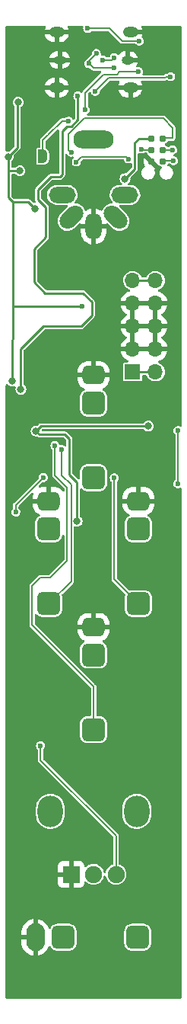
<source format=gbr>
%TF.GenerationSoftware,KiCad,Pcbnew,6.0.11-2627ca5db0~126~ubuntu22.04.1*%
%TF.CreationDate,2024-03-30T06:54:33+01:00*%
%TF.ProjectId,OTBreakOutV1,4f544272-6561-46b4-9f75-7456312e6b69,rev?*%
%TF.SameCoordinates,Original*%
%TF.FileFunction,Copper,L2,Bot*%
%TF.FilePolarity,Positive*%
%FSLAX46Y46*%
G04 Gerber Fmt 4.6, Leading zero omitted, Abs format (unit mm)*
G04 Created by KiCad (PCBNEW 6.0.11-2627ca5db0~126~ubuntu22.04.1) date 2024-03-30 06:54:33*
%MOMM*%
%LPD*%
G01*
G04 APERTURE LIST*
G04 Aperture macros list*
%AMRoundRect*
0 Rectangle with rounded corners*
0 $1 Rounding radius*
0 $2 $3 $4 $5 $6 $7 $8 $9 X,Y pos of 4 corners*
0 Add a 4 corners polygon primitive as box body*
4,1,4,$2,$3,$4,$5,$6,$7,$8,$9,$2,$3,0*
0 Add four circle primitives for the rounded corners*
1,1,$1+$1,$2,$3*
1,1,$1+$1,$4,$5*
1,1,$1+$1,$6,$7*
1,1,$1+$1,$8,$9*
0 Add four rect primitives between the rounded corners*
20,1,$1+$1,$2,$3,$4,$5,0*
20,1,$1+$1,$4,$5,$6,$7,0*
20,1,$1+$1,$6,$7,$8,$9,0*
20,1,$1+$1,$8,$9,$2,$3,0*%
%AMHorizOval*
0 Thick line with rounded ends*
0 $1 width*
0 $2 $3 position (X,Y) of the first rounded end (center of the circle)*
0 $4 $5 position (X,Y) of the second rounded end (center of the circle)*
0 Add line between two ends*
20,1,$1,$2,$3,$4,$5,0*
0 Add two circle primitives to create the rounded ends*
1,1,$1,$2,$3*
1,1,$1,$4,$5*%
%AMFreePoly0*
4,1,22,0.500000,-0.750000,0.000000,-0.750000,0.000000,-0.745033,-0.079941,-0.743568,-0.215256,-0.701293,-0.333266,-0.622738,-0.424486,-0.514219,-0.481581,-0.384460,-0.499164,-0.250000,-0.500000,-0.250000,-0.500000,0.250000,-0.499164,0.250000,-0.499963,0.256109,-0.478152,0.396186,-0.417904,0.524511,-0.324060,0.630769,-0.204165,0.706417,-0.067858,0.745374,0.000000,0.744959,0.000000,0.750000,
0.500000,0.750000,0.500000,-0.750000,0.500000,-0.750000,$1*%
%AMFreePoly1*
4,1,20,0.000000,0.744959,0.073905,0.744508,0.209726,0.703889,0.328688,0.626782,0.421226,0.519385,0.479903,0.390333,0.500000,0.250000,0.500000,-0.250000,0.499851,-0.262216,0.476331,-0.402017,0.414519,-0.529596,0.319384,-0.634700,0.198574,-0.708877,0.061801,-0.746166,0.000000,-0.745033,0.000000,-0.750000,-0.500000,-0.750000,-0.500000,0.750000,0.000000,0.750000,0.000000,0.744959,
0.000000,0.744959,$1*%
G04 Aperture macros list end*
%TA.AperFunction,ComponentPad*%
%ADD10RoundRect,0.650000X0.650000X0.650000X-0.650000X0.650000X-0.650000X-0.650000X0.650000X-0.650000X0*%
%TD*%
%TA.AperFunction,ComponentPad*%
%ADD11RoundRect,0.650000X0.600000X0.400000X-0.600000X0.400000X-0.600000X-0.400000X0.600000X-0.400000X0*%
%TD*%
%TA.AperFunction,ComponentPad*%
%ADD12O,2.800000X3.500000*%
%TD*%
%TA.AperFunction,ComponentPad*%
%ADD13R,1.900000X1.900000*%
%TD*%
%TA.AperFunction,ComponentPad*%
%ADD14C,1.900000*%
%TD*%
%TA.AperFunction,ComponentPad*%
%ADD15O,4.500000X2.000000*%
%TD*%
%TA.AperFunction,ComponentPad*%
%ADD16O,3.000000X1.800000*%
%TD*%
%TA.AperFunction,ComponentPad*%
%ADD17O,1.800000X3.000000*%
%TD*%
%TA.AperFunction,ComponentPad*%
%ADD18HorizOval,1.800000X0.424264X-0.424264X-0.424264X0.424264X0*%
%TD*%
%TA.AperFunction,ComponentPad*%
%ADD19HorizOval,1.800000X0.424264X0.424264X-0.424264X-0.424264X0*%
%TD*%
%TA.AperFunction,ComponentPad*%
%ADD20O,1.700000X1.200000*%
%TD*%
%TA.AperFunction,ComponentPad*%
%ADD21O,1.350000X0.950000*%
%TD*%
%TA.AperFunction,ComponentPad*%
%ADD22RoundRect,0.650000X-0.650000X0.650000X-0.650000X-0.650000X0.650000X-0.650000X0.650000X0.650000X0*%
%TD*%
%TA.AperFunction,ComponentPad*%
%ADD23O,2.100000X3.100000*%
%TD*%
%TA.AperFunction,SMDPad,CuDef*%
%ADD24FreePoly0,180.000000*%
%TD*%
%TA.AperFunction,SMDPad,CuDef*%
%ADD25FreePoly1,180.000000*%
%TD*%
%TA.AperFunction,ConnectorPad*%
%ADD26C,0.787400*%
%TD*%
%TA.AperFunction,ComponentPad*%
%ADD27R,1.700000X1.700000*%
%TD*%
%TA.AperFunction,ComponentPad*%
%ADD28O,1.700000X1.700000*%
%TD*%
%TA.AperFunction,ViaPad*%
%ADD29C,0.600000*%
%TD*%
%TA.AperFunction,ViaPad*%
%ADD30C,0.800000*%
%TD*%
%TA.AperFunction,Conductor*%
%ADD31C,0.200000*%
%TD*%
%TA.AperFunction,Conductor*%
%ADD32C,0.250000*%
%TD*%
G04 APERTURE END LIST*
D10*
%TO.P,J2,R*%
%TO.N,N/C*%
X100000000Y-98620000D03*
D11*
%TO.P,J2,S*%
%TO.N,UGND*%
X100000000Y-95520000D03*
D10*
%TO.P,J2,T*%
%TO.N,AUDIO*%
X100000000Y-106920000D03*
%TD*%
D12*
%TO.P,RV1,*%
%TO.N,*%
X95200000Y-144000000D03*
X104800000Y-144000000D03*
D13*
%TO.P,RV1,1,1*%
%TO.N,UGND*%
X97500000Y-151000000D03*
D14*
%TO.P,RV1,2,2*%
%TO.N,Net-(R7-Pad2)*%
X100000000Y-151000000D03*
%TO.P,RV1,3,3*%
%TO.N,AUDIO*%
X102500000Y-151000000D03*
%TD*%
D15*
%TO.P,J6,*%
%TO.N,*%
X100000000Y-69300000D03*
D16*
%TO.P,J6,1*%
%TO.N,unconnected-(J6-Pad1)*%
X103500000Y-75500000D03*
D17*
%TO.P,J6,2*%
%TO.N,UGND*%
X100000000Y-79000000D03*
D16*
%TO.P,J6,3*%
%TO.N,unconnected-(J6-Pad3)*%
X96500000Y-75500000D03*
D18*
%TO.P,J6,4*%
%TO.N,Net-(J6-Pad4)*%
X102474874Y-77974874D03*
D19*
%TO.P,J6,5*%
%TO.N,Net-(J6-Pad5)*%
X97525126Y-77974874D03*
%TD*%
D20*
%TO.P,J8,A1,GND*%
%TO.N,UGND*%
X104100000Y-63570000D03*
D21*
X96225000Y-60500000D03*
D20*
X95900000Y-63570000D03*
D21*
X103775000Y-60500000D03*
D20*
X104100000Y-57430000D03*
X95900000Y-57430000D03*
%TD*%
D10*
%TO.P,J4,R*%
%TO.N,N/C*%
X95000000Y-112620000D03*
D11*
%TO.P,J4,S*%
%TO.N,UGND*%
X95000000Y-109520000D03*
D10*
%TO.P,J4,T*%
%TO.N,CV2*%
X95000000Y-120920000D03*
%TD*%
%TO.P,J5,R*%
%TO.N,N/C*%
X100000000Y-126620000D03*
D11*
%TO.P,J5,S*%
%TO.N,UGND*%
X100000000Y-123520000D03*
D10*
%TO.P,J5,T*%
%TO.N,GATE*%
X100000000Y-134920000D03*
%TD*%
%TO.P,J3,R*%
%TO.N,N/C*%
X105000000Y-112620000D03*
D11*
%TO.P,J3,S*%
%TO.N,UGND*%
X105000000Y-109520000D03*
D10*
%TO.P,J3,T*%
%TO.N,CV1*%
X105000000Y-120920000D03*
%TD*%
D22*
%TO.P,J1,R*%
%TO.N,PHONO*%
X96620000Y-158000000D03*
D23*
%TO.P,J1,S*%
%TO.N,UGND*%
X93520000Y-158000000D03*
D22*
%TO.P,J1,T*%
%TO.N,PHONO*%
X104920000Y-158000000D03*
%TD*%
D24*
%TO.P,JP1,1,A*%
%TO.N,MOSI*%
X94350000Y-71200000D03*
D25*
%TO.P,JP1,2,B*%
%TO.N,UGND*%
X93050000Y-71200000D03*
%TD*%
D26*
%TO.P,J9,1,Pin_1*%
%TO.N,MISO*%
X107735000Y-69230000D03*
%TO.P,J9,2,Pin_2*%
%TO.N,+5V*%
X106465000Y-69230000D03*
%TO.P,J9,3,Pin_3*%
%TO.N,SCK*%
X107735000Y-70500000D03*
%TO.P,J9,4,Pin_4*%
%TO.N,MOSI*%
X106465000Y-70500000D03*
%TO.P,J9,5,Pin_5*%
%TO.N,RESET*%
X107735000Y-71770000D03*
%TO.P,J9,6,Pin_6*%
%TO.N,UGND*%
X106465000Y-71770000D03*
%TD*%
D27*
%TO.P,J7,1,Pin_1*%
%TO.N,-12V*%
X104350000Y-95160000D03*
D28*
%TO.P,J7,2,Pin_2*%
X106890000Y-95160000D03*
%TO.P,J7,3,Pin_3*%
%TO.N,UGND*%
X104350000Y-92620000D03*
%TO.P,J7,4,Pin_4*%
X106890000Y-92620000D03*
%TO.P,J7,5,Pin_5*%
X104350000Y-90080000D03*
%TO.P,J7,6,Pin_6*%
X106890000Y-90080000D03*
%TO.P,J7,7,Pin_7*%
X104350000Y-87540000D03*
%TO.P,J7,8,Pin_8*%
X106890000Y-87540000D03*
%TO.P,J7,9,Pin_9*%
%TO.N,+12V*%
X104350000Y-85000000D03*
%TO.P,J7,10,Pin_10*%
X106890000Y-85000000D03*
%TD*%
D29*
%TO.N,AUDIO*%
X94400000Y-106900000D03*
X94100000Y-136700000D03*
X91340500Y-110746411D03*
%TO.N,CV1*%
X102300000Y-106950000D03*
%TO.N,CV2*%
X96450000Y-103800000D03*
%TO.N,GATE*%
X95700000Y-103350000D03*
D30*
%TO.N,+5V*%
X91600000Y-65200000D03*
X91800000Y-72830000D03*
X98171000Y-111760000D03*
X93599000Y-101727000D03*
D29*
X98700000Y-87900000D03*
D30*
X106100000Y-101200000D03*
X90900000Y-96200000D03*
X93450000Y-77000000D03*
X103500000Y-73700000D03*
X90500000Y-71250000D03*
D29*
%TO.N,UGND*%
X100000000Y-82300000D03*
D30*
X95500000Y-72750000D03*
X109093000Y-59309000D03*
X94869000Y-154559000D03*
X93700000Y-68500000D03*
D29*
%TO.N,Net-(J8-PadA7)*%
X99500000Y-60900000D03*
X102300000Y-61390000D03*
X100309500Y-59800000D03*
%TO.N,MISO*%
X97500000Y-70750000D03*
%TO.N,SCK*%
X108800000Y-70500000D03*
X98085627Y-71835627D03*
X103900000Y-71500000D03*
%TO.N,MOSI*%
X97200000Y-67300000D03*
X105300000Y-70400000D03*
%TO.N,RESET*%
X108900000Y-71700000D03*
%TO.N,Net-(C3-Pad2)*%
X99060000Y-66040000D03*
X105000000Y-61800000D03*
%TO.N,Net-(J8-PadA6)*%
X100200000Y-64000000D03*
X108585000Y-62357000D03*
%TO.N,Net-(C4-Pad2)*%
X109400000Y-107600000D03*
X109400000Y-101700000D03*
%TO.N,Net-(J8-PadA5)*%
X105100000Y-58400000D03*
X99350000Y-56990000D03*
%TO.N,Net-(J8-PadB5)*%
X102309500Y-60250000D03*
X101000000Y-60500000D03*
D30*
%TO.N,VUSB*%
X91900000Y-97100000D03*
D29*
X98250000Y-64500000D03*
%TD*%
D31*
%TO.N,AUDIO*%
X94100000Y-136700000D02*
X94100000Y-138300000D01*
X94400000Y-106900000D02*
X91340500Y-109959500D01*
X94100000Y-138300000D02*
X102500000Y-146700000D01*
X102500000Y-146700000D02*
X102500000Y-151000000D01*
X91340500Y-109959500D02*
X91340500Y-110746411D01*
%TO.N,CV1*%
X102300000Y-118220000D02*
X105000000Y-120920000D01*
X102300000Y-106950000D02*
X102300000Y-118220000D01*
%TO.N,CV2*%
X97500000Y-107700000D02*
X96450000Y-106650000D01*
X97500000Y-118420000D02*
X97500000Y-107700000D01*
X96450000Y-106650000D02*
X96450000Y-103800000D01*
X95000000Y-120920000D02*
X97500000Y-118420000D01*
%TO.N,GATE*%
X95700000Y-103350000D02*
X95700000Y-106650000D01*
X94050000Y-118050000D02*
X93150000Y-118950000D01*
X93150000Y-118950000D02*
X93150000Y-123300000D01*
X100000000Y-130150000D02*
X100000000Y-134920000D01*
X97050000Y-108000000D02*
X97050000Y-116190000D01*
X95700000Y-106650000D02*
X97050000Y-108000000D01*
X95190000Y-118050000D02*
X94050000Y-118050000D01*
X93150000Y-123300000D02*
X100000000Y-130150000D01*
X97050000Y-116190000D02*
X95190000Y-118050000D01*
D32*
%TO.N,+5V*%
X106100000Y-101200000D02*
X97200000Y-101200000D01*
X93990000Y-102118000D02*
X96782000Y-102118000D01*
X90500000Y-71250000D02*
X90500000Y-72020000D01*
X104600000Y-72600000D02*
X103500000Y-73700000D01*
X105070000Y-69230000D02*
X106465000Y-69230000D01*
X91519500Y-70230500D02*
X90500000Y-71250000D01*
X92100000Y-76300000D02*
X92750000Y-76300000D01*
X97282000Y-106553000D02*
X98171000Y-107442000D01*
X93599000Y-101727000D02*
X93990000Y-102118000D01*
X90900000Y-96200000D02*
X90900000Y-91600000D01*
X93450000Y-77000000D02*
X92750000Y-76300000D01*
X94126000Y-101200000D02*
X93599000Y-101727000D01*
X91000000Y-91500000D02*
X90900000Y-91600000D01*
X91519500Y-65280500D02*
X91600000Y-65200000D01*
X91000000Y-87900000D02*
X91000000Y-91500000D01*
X90500000Y-72820000D02*
X90500000Y-75800000D01*
X98700000Y-87900000D02*
X91000000Y-87900000D01*
X104600000Y-69700000D02*
X105070000Y-69230000D01*
X90500000Y-75800000D02*
X91000000Y-76300000D01*
X91000000Y-76300000D02*
X91000000Y-80700000D01*
X104600000Y-70400000D02*
X104600000Y-69700000D01*
X98171000Y-107442000D02*
X98171000Y-111760000D01*
X91519500Y-70230500D02*
X91519500Y-65280500D01*
X97282000Y-102618000D02*
X97282000Y-106553000D01*
X90580000Y-75880000D02*
X91000000Y-76300000D01*
X90500000Y-72820000D02*
X91790000Y-72820000D01*
X90500000Y-72020000D02*
X90500000Y-72820000D01*
X91790000Y-72820000D02*
X91800000Y-72830000D01*
X104600000Y-70400000D02*
X104600000Y-72600000D01*
X97200000Y-101200000D02*
X94126000Y-101200000D01*
X96782000Y-102118000D02*
X97282000Y-102618000D01*
X91000000Y-76300000D02*
X92100000Y-76300000D01*
X91000000Y-80700000D02*
X91000000Y-87900000D01*
D31*
%TO.N,UGND*%
X100000000Y-79000000D02*
X100000000Y-82300000D01*
%TO.N,Net-(J8-PadA7)*%
X99500000Y-60900000D02*
X100000000Y-61400000D01*
X99500000Y-60900000D02*
X99500000Y-60609500D01*
X99500000Y-60609500D02*
X100309500Y-59800000D01*
X102290000Y-61400000D02*
X102300000Y-61390000D01*
X100000000Y-61400000D02*
X102290000Y-61400000D01*
%TO.N,MISO*%
X107750000Y-67000000D02*
X98944472Y-67000000D01*
X107765000Y-69200000D02*
X108800000Y-69200000D01*
X108800000Y-69200000D02*
X108800000Y-68050000D01*
X97200000Y-68744472D02*
X97200000Y-70500000D01*
X108800000Y-68050000D02*
X107750000Y-67000000D01*
X98944472Y-67000000D02*
X97200000Y-68744472D01*
X97200000Y-70500000D02*
X97450000Y-70750000D01*
X97450000Y-70750000D02*
X97500000Y-70750000D01*
X107735000Y-69230000D02*
X107765000Y-69200000D01*
%TO.N,SCK*%
X103650000Y-71250000D02*
X103900000Y-71500000D01*
X98671254Y-71250000D02*
X99000000Y-71250000D01*
X108800000Y-70500000D02*
X107735000Y-70500000D01*
X99000000Y-71250000D02*
X103050000Y-71250000D01*
X98085627Y-71835627D02*
X98671254Y-71250000D01*
X103050000Y-71250000D02*
X103650000Y-71250000D01*
%TO.N,MOSI*%
X96500000Y-67300000D02*
X94950000Y-68850000D01*
X105400000Y-70500000D02*
X105300000Y-70400000D01*
X94350000Y-71200000D02*
X94350000Y-69450000D01*
X97200000Y-67300000D02*
X96500000Y-67300000D01*
X106465000Y-70500000D02*
X105400000Y-70500000D01*
X94350000Y-69450000D02*
X94950000Y-68850000D01*
%TO.N,RESET*%
X108900000Y-71700000D02*
X107805000Y-71700000D01*
X107805000Y-71700000D02*
X107735000Y-71770000D01*
%TO.N,Net-(C3-Pad2)*%
X102900000Y-61800000D02*
X102600000Y-62100000D01*
X99060000Y-66040000D02*
X99060000Y-64135000D01*
X102600000Y-62100000D02*
X101095000Y-62100000D01*
X99060000Y-64135000D02*
X101095000Y-62100000D01*
X105000000Y-61800000D02*
X102900000Y-61800000D01*
%TO.N,Net-(J8-PadA6)*%
X108077000Y-62357000D02*
X108585000Y-62357000D01*
X101700000Y-62500000D02*
X100200000Y-64000000D01*
X107077000Y-62500000D02*
X107934000Y-62500000D01*
X107934000Y-62500000D02*
X108077000Y-62357000D01*
X107077000Y-62500000D02*
X101700000Y-62500000D01*
%TO.N,Net-(C4-Pad2)*%
X109400000Y-101700000D02*
X109400000Y-107600000D01*
%TO.N,Net-(J8-PadA5)*%
X105100000Y-58400000D02*
X103200000Y-58400000D01*
X101790000Y-56990000D02*
X99350000Y-56990000D01*
X103200000Y-58400000D02*
X101790000Y-56990000D01*
%TO.N,Net-(J8-PadB5)*%
X101000000Y-60500000D02*
X102059500Y-60500000D01*
X102059500Y-60500000D02*
X102309500Y-60250000D01*
D32*
%TO.N,+12V*%
X107270000Y-85000000D02*
X104730000Y-85000000D01*
%TO.N,-12V*%
X107270000Y-95160000D02*
X104730000Y-95160000D01*
%TO.N,VUSB*%
X97500000Y-67900000D02*
X98250000Y-67150000D01*
X94700000Y-80200000D02*
X94700000Y-76900000D01*
X99800000Y-88900000D02*
X99800000Y-87400000D01*
X94400000Y-90100000D02*
X98600000Y-90100000D01*
X96500000Y-68400000D02*
X97000000Y-67900000D01*
X99800000Y-88900000D02*
X98600000Y-90100000D01*
X98800000Y-86400000D02*
X94600000Y-86400000D01*
X93400000Y-85200000D02*
X93400000Y-81500000D01*
X91900000Y-97100000D02*
X91900000Y-92600000D01*
X93800000Y-76000000D02*
X93800000Y-74950000D01*
X94600000Y-86400000D02*
X93400000Y-85200000D01*
X94700000Y-76900000D02*
X93800000Y-76000000D01*
X96500000Y-73250000D02*
X96500000Y-68400000D01*
X97000000Y-67900000D02*
X97500000Y-67900000D01*
X93400000Y-81500000D02*
X94700000Y-80200000D01*
X99800000Y-87400000D02*
X98800000Y-86400000D01*
X96250000Y-73500000D02*
X96500000Y-73250000D01*
X91900000Y-92600000D02*
X94400000Y-90100000D01*
X95250000Y-73500000D02*
X96250000Y-73500000D01*
X98250000Y-67150000D02*
X98250000Y-64500000D01*
X93800000Y-74950000D02*
X95250000Y-73500000D01*
%TD*%
%TA.AperFunction,Conductor*%
%TO.N,UGND*%
G36*
X94641626Y-56720502D02*
G01*
X94688119Y-56774158D01*
X94698223Y-56844432D01*
X94682569Y-56889595D01*
X94640990Y-56961467D01*
X94636016Y-56972331D01*
X94570593Y-57160727D01*
X94570352Y-57161716D01*
X94571820Y-57172008D01*
X94585385Y-57176000D01*
X97210402Y-57176000D01*
X97223933Y-57172027D01*
X97225288Y-57162601D01*
X97203806Y-57073463D01*
X97199917Y-57062168D01*
X97116477Y-56878651D01*
X97106491Y-56808360D01*
X97136091Y-56743829D01*
X97195881Y-56705545D01*
X97231178Y-56700500D01*
X98741368Y-56700500D01*
X98809489Y-56720502D01*
X98855982Y-56774158D01*
X98865868Y-56845883D01*
X98844391Y-56983823D01*
X98862980Y-57125979D01*
X98920720Y-57257203D01*
X99012970Y-57366948D01*
X99132313Y-57446390D01*
X99269157Y-57489142D01*
X99278129Y-57489306D01*
X99278132Y-57489307D01*
X99343463Y-57490504D01*
X99412499Y-57491770D01*
X99421533Y-57489307D01*
X99542158Y-57456421D01*
X99542160Y-57456420D01*
X99550817Y-57454060D01*
X99672991Y-57379045D01*
X99683941Y-57366948D01*
X99715623Y-57331946D01*
X99776166Y-57294864D01*
X99809039Y-57290500D01*
X101613339Y-57290500D01*
X101681460Y-57310502D01*
X101702434Y-57327405D01*
X102950481Y-58575452D01*
X102952237Y-58577486D01*
X102954575Y-58582269D01*
X102963104Y-58590181D01*
X102963105Y-58590182D01*
X102990477Y-58615573D01*
X102993882Y-58618853D01*
X103007277Y-58632248D01*
X103011247Y-58634972D01*
X103013895Y-58637297D01*
X103028119Y-58650492D01*
X103028122Y-58650494D01*
X103036646Y-58658401D01*
X103047450Y-58662711D01*
X103051439Y-58665233D01*
X103062227Y-58670994D01*
X103066552Y-58672911D01*
X103076146Y-58679492D01*
X103087465Y-58682178D01*
X103087467Y-58682179D01*
X103100127Y-58685183D01*
X103117724Y-58690748D01*
X103132362Y-58696588D01*
X103132365Y-58696589D01*
X103140622Y-58699883D01*
X103146915Y-58700500D01*
X103149994Y-58700500D01*
X103153067Y-58700650D01*
X103153056Y-58700866D01*
X103164431Y-58702198D01*
X103173746Y-58702654D01*
X103185066Y-58705340D01*
X103196595Y-58703771D01*
X103196596Y-58703771D01*
X103212173Y-58701651D01*
X103229164Y-58700500D01*
X104640021Y-58700500D01*
X104708142Y-58720502D01*
X104736470Y-58745422D01*
X104762970Y-58776948D01*
X104882313Y-58856390D01*
X105019157Y-58899142D01*
X105028129Y-58899306D01*
X105028132Y-58899307D01*
X105093463Y-58900504D01*
X105162499Y-58901770D01*
X105171533Y-58899307D01*
X105292158Y-58866421D01*
X105292160Y-58866420D01*
X105300817Y-58864060D01*
X105422991Y-58789045D01*
X105519200Y-58682754D01*
X105564419Y-58589421D01*
X105577795Y-58561814D01*
X105577795Y-58561813D01*
X105581710Y-58553733D01*
X105605496Y-58412354D01*
X105605647Y-58400000D01*
X105585323Y-58258082D01*
X105573238Y-58231501D01*
X105529700Y-58135746D01*
X105525984Y-58127572D01*
X105507598Y-58106234D01*
X105438260Y-58025763D01*
X105438257Y-58025760D01*
X105432400Y-58018963D01*
X105422245Y-58012381D01*
X105420224Y-58010031D01*
X105418104Y-58008181D01*
X105418371Y-58007875D01*
X105375960Y-57958548D01*
X105366128Y-57888235D01*
X105371747Y-57865315D01*
X105429407Y-57699273D01*
X105429648Y-57698284D01*
X105428180Y-57687992D01*
X105414615Y-57684000D01*
X103972000Y-57684000D01*
X103903879Y-57663998D01*
X103857386Y-57610342D01*
X103846000Y-57558000D01*
X103846000Y-57302000D01*
X103866002Y-57233879D01*
X103919658Y-57187386D01*
X103972000Y-57176000D01*
X105410402Y-57176000D01*
X105423933Y-57172027D01*
X105425288Y-57162601D01*
X105403806Y-57073463D01*
X105399917Y-57062168D01*
X105316477Y-56878651D01*
X105306491Y-56808360D01*
X105336091Y-56743829D01*
X105395881Y-56705545D01*
X105431178Y-56700500D01*
X109673500Y-56700500D01*
X109741621Y-56720502D01*
X109788114Y-56774158D01*
X109799500Y-56826500D01*
X109799500Y-101131960D01*
X109779498Y-101200081D01*
X109725842Y-101246574D01*
X109655568Y-101256678D01*
X109620648Y-101246339D01*
X109619628Y-101245868D01*
X109612095Y-101240985D01*
X109603498Y-101238414D01*
X109603496Y-101238413D01*
X109500098Y-101207491D01*
X109474739Y-101199907D01*
X109465763Y-101199852D01*
X109465762Y-101199852D01*
X109405555Y-101199484D01*
X109331376Y-101199031D01*
X109193529Y-101238428D01*
X109072280Y-101314930D01*
X108977377Y-101422388D01*
X108916447Y-101552163D01*
X108915066Y-101561035D01*
X108904596Y-101628282D01*
X108894391Y-101693823D01*
X108895555Y-101702725D01*
X108895555Y-101702728D01*
X108898407Y-101724536D01*
X108912980Y-101835979D01*
X108970720Y-101967203D01*
X109057689Y-102070665D01*
X109062970Y-102076948D01*
X109062063Y-102077710D01*
X109094934Y-102130653D01*
X109099500Y-102164265D01*
X109099500Y-107136435D01*
X109079498Y-107204556D01*
X109067943Y-107219841D01*
X108977377Y-107322388D01*
X108916447Y-107452163D01*
X108915066Y-107461035D01*
X108905099Y-107525051D01*
X108894391Y-107593823D01*
X108895555Y-107602725D01*
X108895555Y-107602728D01*
X108903686Y-107664901D01*
X108912980Y-107735979D01*
X108970720Y-107867203D01*
X108976497Y-107874076D01*
X108976498Y-107874077D01*
X109055335Y-107967865D01*
X109062970Y-107976948D01*
X109182313Y-108056390D01*
X109319157Y-108099142D01*
X109328129Y-108099306D01*
X109328132Y-108099307D01*
X109393463Y-108100504D01*
X109462499Y-108101770D01*
X109471533Y-108099307D01*
X109592158Y-108066421D01*
X109592160Y-108066420D01*
X109600817Y-108064060D01*
X109608464Y-108059365D01*
X109616706Y-108055798D01*
X109617339Y-108057262D01*
X109676088Y-108041315D01*
X109743784Y-108062712D01*
X109789165Y-108117311D01*
X109799500Y-108167288D01*
X109799500Y-164673500D01*
X109779498Y-164741621D01*
X109725842Y-164788114D01*
X109673500Y-164799500D01*
X90326500Y-164799500D01*
X90258379Y-164779498D01*
X90211886Y-164725842D01*
X90200500Y-164673500D01*
X90200500Y-158560482D01*
X91962000Y-158560482D01*
X91962202Y-158565514D01*
X91976632Y-158744863D01*
X91978244Y-158754816D01*
X92035634Y-158988467D01*
X92038817Y-158998037D01*
X92132826Y-159219506D01*
X92137501Y-159228448D01*
X92265707Y-159432036D01*
X92271747Y-159440109D01*
X92430857Y-159620585D01*
X92438109Y-159627588D01*
X92624025Y-159780301D01*
X92632307Y-159786057D01*
X92840246Y-159907080D01*
X92849345Y-159911440D01*
X93073955Y-159997660D01*
X93083637Y-160000509D01*
X93248264Y-160034902D01*
X93262325Y-160033779D01*
X93266000Y-160023672D01*
X93266000Y-160020925D01*
X93774000Y-160020925D01*
X93778136Y-160035011D01*
X93791114Y-160037060D01*
X93818572Y-160033883D01*
X93828476Y-160031922D01*
X94059975Y-159966413D01*
X94069424Y-159962899D01*
X94287483Y-159861218D01*
X94296247Y-159856239D01*
X94495234Y-159721007D01*
X94503109Y-159714675D01*
X94677905Y-159549379D01*
X94684666Y-159541870D01*
X94830791Y-159350747D01*
X94836255Y-159342268D01*
X94949945Y-159130236D01*
X94953987Y-159120984D01*
X94978901Y-159048628D01*
X95019991Y-158990730D01*
X95085860Y-158964239D01*
X95155595Y-158977564D01*
X95207055Y-159026476D01*
X95210895Y-159033624D01*
X95246233Y-159104812D01*
X95246235Y-159104815D01*
X95249269Y-159110926D01*
X95365060Y-159254940D01*
X95509074Y-159370731D01*
X95591833Y-159411813D01*
X95668481Y-159449862D01*
X95668485Y-159449864D01*
X95674592Y-159452895D01*
X95681214Y-159454546D01*
X95848497Y-159496255D01*
X95848501Y-159496256D01*
X95853893Y-159497600D01*
X95870706Y-159498746D01*
X95894286Y-159500354D01*
X95894299Y-159500354D01*
X95896434Y-159500500D01*
X97343566Y-159500500D01*
X97345701Y-159500354D01*
X97345714Y-159500354D01*
X97369294Y-159498746D01*
X97386107Y-159497600D01*
X97391499Y-159496256D01*
X97391503Y-159496255D01*
X97558786Y-159454546D01*
X97565408Y-159452895D01*
X97571515Y-159449864D01*
X97571519Y-159449862D01*
X97648167Y-159411813D01*
X97730926Y-159370731D01*
X97874940Y-159254940D01*
X97990731Y-159110926D01*
X98050397Y-158990730D01*
X98069862Y-158951519D01*
X98069864Y-158951515D01*
X98072895Y-158945408D01*
X98117600Y-158766107D01*
X98120500Y-158723566D01*
X103419500Y-158723566D01*
X103422400Y-158766107D01*
X103467105Y-158945408D01*
X103470136Y-158951515D01*
X103470138Y-158951519D01*
X103489603Y-158990730D01*
X103549269Y-159110926D01*
X103665060Y-159254940D01*
X103809074Y-159370731D01*
X103891833Y-159411813D01*
X103968481Y-159449862D01*
X103968485Y-159449864D01*
X103974592Y-159452895D01*
X103981214Y-159454546D01*
X104148497Y-159496255D01*
X104148501Y-159496256D01*
X104153893Y-159497600D01*
X104170706Y-159498746D01*
X104194286Y-159500354D01*
X104194299Y-159500354D01*
X104196434Y-159500500D01*
X105643566Y-159500500D01*
X105645701Y-159500354D01*
X105645714Y-159500354D01*
X105669294Y-159498746D01*
X105686107Y-159497600D01*
X105691499Y-159496256D01*
X105691503Y-159496255D01*
X105858786Y-159454546D01*
X105865408Y-159452895D01*
X105871515Y-159449864D01*
X105871519Y-159449862D01*
X105948167Y-159411813D01*
X106030926Y-159370731D01*
X106174940Y-159254940D01*
X106290731Y-159110926D01*
X106350397Y-158990730D01*
X106369862Y-158951519D01*
X106369864Y-158951515D01*
X106372895Y-158945408D01*
X106417600Y-158766107D01*
X106420500Y-158723566D01*
X106420500Y-157276434D01*
X106417600Y-157233893D01*
X106385836Y-157106493D01*
X106374546Y-157061214D01*
X106372895Y-157054592D01*
X106369864Y-157048485D01*
X106369862Y-157048481D01*
X106325117Y-156958344D01*
X106290731Y-156889074D01*
X106174940Y-156745060D01*
X106030926Y-156629269D01*
X105948167Y-156588187D01*
X105871519Y-156550138D01*
X105871515Y-156550136D01*
X105865408Y-156547105D01*
X105836397Y-156539872D01*
X105691503Y-156503745D01*
X105691499Y-156503744D01*
X105686107Y-156502400D01*
X105669294Y-156501254D01*
X105645714Y-156499646D01*
X105645701Y-156499646D01*
X105643566Y-156499500D01*
X104196434Y-156499500D01*
X104194299Y-156499646D01*
X104194286Y-156499646D01*
X104170706Y-156501254D01*
X104153893Y-156502400D01*
X104148501Y-156503744D01*
X104148497Y-156503745D01*
X104003603Y-156539872D01*
X103974592Y-156547105D01*
X103968485Y-156550136D01*
X103968481Y-156550138D01*
X103891833Y-156588187D01*
X103809074Y-156629269D01*
X103665060Y-156745060D01*
X103549269Y-156889074D01*
X103514883Y-156958344D01*
X103470138Y-157048481D01*
X103470136Y-157048485D01*
X103467105Y-157054592D01*
X103465454Y-157061214D01*
X103454165Y-157106493D01*
X103422400Y-157233893D01*
X103419500Y-157276434D01*
X103419500Y-158723566D01*
X98120500Y-158723566D01*
X98120500Y-157276434D01*
X98117600Y-157233893D01*
X98085836Y-157106493D01*
X98074546Y-157061214D01*
X98072895Y-157054592D01*
X98069864Y-157048485D01*
X98069862Y-157048481D01*
X98025117Y-156958344D01*
X97990731Y-156889074D01*
X97874940Y-156745060D01*
X97730926Y-156629269D01*
X97648167Y-156588187D01*
X97571519Y-156550138D01*
X97571515Y-156550136D01*
X97565408Y-156547105D01*
X97536397Y-156539872D01*
X97391503Y-156503745D01*
X97391499Y-156503744D01*
X97386107Y-156502400D01*
X97369294Y-156501254D01*
X97345714Y-156499646D01*
X97345701Y-156499646D01*
X97343566Y-156499500D01*
X95896434Y-156499500D01*
X95894299Y-156499646D01*
X95894286Y-156499646D01*
X95870706Y-156501254D01*
X95853893Y-156502400D01*
X95848501Y-156503744D01*
X95848497Y-156503745D01*
X95703603Y-156539872D01*
X95674592Y-156547105D01*
X95668485Y-156550136D01*
X95668481Y-156550138D01*
X95591833Y-156588187D01*
X95509074Y-156629269D01*
X95365060Y-156745060D01*
X95249269Y-156889074D01*
X95246237Y-156895181D01*
X95246233Y-156895188D01*
X95211510Y-156965137D01*
X95163305Y-157017259D01*
X95094573Y-157035046D01*
X95027135Y-157012850D01*
X94982667Y-156958344D01*
X94907174Y-156780494D01*
X94902499Y-156771552D01*
X94774293Y-156567964D01*
X94768253Y-156559891D01*
X94609143Y-156379415D01*
X94601891Y-156372412D01*
X94415975Y-156219699D01*
X94407693Y-156213943D01*
X94199754Y-156092920D01*
X94190655Y-156088560D01*
X93966045Y-156002340D01*
X93956363Y-155999491D01*
X93791736Y-155965098D01*
X93777675Y-155966221D01*
X93774000Y-155976328D01*
X93774000Y-160020925D01*
X93266000Y-160020925D01*
X93266000Y-158272115D01*
X93261525Y-158256876D01*
X93260135Y-158255671D01*
X93252452Y-158254000D01*
X91980115Y-158254000D01*
X91964876Y-158258475D01*
X91963671Y-158259865D01*
X91962000Y-158267548D01*
X91962000Y-158560482D01*
X90200500Y-158560482D01*
X90200500Y-157727885D01*
X91962000Y-157727885D01*
X91966475Y-157743124D01*
X91967865Y-157744329D01*
X91975548Y-157746000D01*
X93247885Y-157746000D01*
X93263124Y-157741525D01*
X93264329Y-157740135D01*
X93266000Y-157732452D01*
X93266000Y-155979075D01*
X93261864Y-155964989D01*
X93248886Y-155962940D01*
X93221428Y-155966117D01*
X93211524Y-155968078D01*
X92980025Y-156033587D01*
X92970576Y-156037101D01*
X92752517Y-156138782D01*
X92743753Y-156143761D01*
X92544766Y-156278993D01*
X92536891Y-156285325D01*
X92362095Y-156450621D01*
X92355334Y-156458130D01*
X92209209Y-156649253D01*
X92203745Y-156657732D01*
X92090055Y-156869764D01*
X92086013Y-156879016D01*
X92007687Y-157106493D01*
X92005176Y-157116269D01*
X91964039Y-157354428D01*
X91963184Y-157362295D01*
X91962064Y-157386953D01*
X91962000Y-157389786D01*
X91962000Y-157727885D01*
X90200500Y-157727885D01*
X90200500Y-151994669D01*
X96042001Y-151994669D01*
X96042371Y-152001490D01*
X96047895Y-152052352D01*
X96051521Y-152067604D01*
X96096676Y-152188054D01*
X96105214Y-152203649D01*
X96181715Y-152305724D01*
X96194276Y-152318285D01*
X96296351Y-152394786D01*
X96311946Y-152403324D01*
X96432394Y-152448478D01*
X96447649Y-152452105D01*
X96498514Y-152457631D01*
X96505328Y-152458000D01*
X97227885Y-152458000D01*
X97243124Y-152453525D01*
X97244329Y-152452135D01*
X97246000Y-152444452D01*
X97246000Y-151272115D01*
X97241525Y-151256876D01*
X97240135Y-151255671D01*
X97232452Y-151254000D01*
X96060116Y-151254000D01*
X96044877Y-151258475D01*
X96043672Y-151259865D01*
X96042001Y-151267548D01*
X96042001Y-151994669D01*
X90200500Y-151994669D01*
X90200500Y-150727885D01*
X96042000Y-150727885D01*
X96046475Y-150743124D01*
X96047865Y-150744329D01*
X96055548Y-150746000D01*
X97227885Y-150746000D01*
X97243124Y-150741525D01*
X97244329Y-150740135D01*
X97246000Y-150732452D01*
X97246000Y-149560116D01*
X97241525Y-149544877D01*
X97240135Y-149543672D01*
X97232452Y-149542001D01*
X96505331Y-149542001D01*
X96498510Y-149542371D01*
X96447648Y-149547895D01*
X96432396Y-149551521D01*
X96311946Y-149596676D01*
X96296351Y-149605214D01*
X96194276Y-149681715D01*
X96181715Y-149694276D01*
X96105214Y-149796351D01*
X96096676Y-149811946D01*
X96051522Y-149932394D01*
X96047895Y-149947649D01*
X96042369Y-149998514D01*
X96042000Y-150005328D01*
X96042000Y-150727885D01*
X90200500Y-150727885D01*
X90200500Y-144412882D01*
X93599500Y-144412882D01*
X93614317Y-144601148D01*
X93673127Y-144846111D01*
X93769534Y-145078859D01*
X93901164Y-145293659D01*
X93904376Y-145297419D01*
X93904379Y-145297424D01*
X94049256Y-145467052D01*
X94064776Y-145485224D01*
X94068538Y-145488437D01*
X94252576Y-145645621D01*
X94252581Y-145645624D01*
X94256341Y-145648836D01*
X94471141Y-145780466D01*
X94475711Y-145782359D01*
X94475715Y-145782361D01*
X94699316Y-145874979D01*
X94703889Y-145876873D01*
X94788289Y-145897135D01*
X94944039Y-145934528D01*
X94944045Y-145934529D01*
X94948852Y-145935683D01*
X95200000Y-145955449D01*
X95451148Y-145935683D01*
X95455955Y-145934529D01*
X95455961Y-145934528D01*
X95611711Y-145897135D01*
X95696111Y-145876873D01*
X95700684Y-145874979D01*
X95924285Y-145782361D01*
X95924289Y-145782359D01*
X95928859Y-145780466D01*
X96143659Y-145648836D01*
X96147419Y-145645624D01*
X96147424Y-145645621D01*
X96331462Y-145488437D01*
X96335224Y-145485224D01*
X96350744Y-145467052D01*
X96495621Y-145297424D01*
X96495624Y-145297419D01*
X96498836Y-145293659D01*
X96630466Y-145078859D01*
X96726873Y-144846111D01*
X96785683Y-144601148D01*
X96800500Y-144412882D01*
X96800500Y-143587118D01*
X96785683Y-143398852D01*
X96726873Y-143153889D01*
X96630466Y-142921141D01*
X96498836Y-142706341D01*
X96495624Y-142702581D01*
X96495621Y-142702576D01*
X96338437Y-142518538D01*
X96335224Y-142514776D01*
X96317052Y-142499256D01*
X96147424Y-142354379D01*
X96147419Y-142354376D01*
X96143659Y-142351164D01*
X95928859Y-142219534D01*
X95924289Y-142217641D01*
X95924285Y-142217639D01*
X95700684Y-142125021D01*
X95700682Y-142125020D01*
X95696111Y-142123127D01*
X95611711Y-142102865D01*
X95455961Y-142065472D01*
X95455955Y-142065471D01*
X95451148Y-142064317D01*
X95200000Y-142044551D01*
X94948852Y-142064317D01*
X94944045Y-142065471D01*
X94944039Y-142065472D01*
X94788289Y-142102865D01*
X94703889Y-142123127D01*
X94699318Y-142125020D01*
X94699316Y-142125021D01*
X94475715Y-142217639D01*
X94475711Y-142217641D01*
X94471141Y-142219534D01*
X94256341Y-142351164D01*
X94252581Y-142354376D01*
X94252576Y-142354379D01*
X94082948Y-142499256D01*
X94064776Y-142514776D01*
X94061563Y-142518538D01*
X93904379Y-142702576D01*
X93904376Y-142702581D01*
X93901164Y-142706341D01*
X93769534Y-142921141D01*
X93673127Y-143153889D01*
X93614317Y-143398852D01*
X93599500Y-143587118D01*
X93599500Y-144412882D01*
X90200500Y-144412882D01*
X90200500Y-136693823D01*
X93594391Y-136693823D01*
X93595555Y-136702725D01*
X93595555Y-136702728D01*
X93596814Y-136712354D01*
X93612980Y-136835979D01*
X93670720Y-136967203D01*
X93676497Y-136974076D01*
X93676498Y-136974077D01*
X93683792Y-136982754D01*
X93757689Y-137070665D01*
X93762970Y-137076948D01*
X93762063Y-137077710D01*
X93794934Y-137130653D01*
X93799500Y-137164265D01*
X93799500Y-138247634D01*
X93799304Y-138250307D01*
X93797575Y-138255342D01*
X93798011Y-138266964D01*
X93798011Y-138266966D01*
X93799411Y-138304255D01*
X93799500Y-138308981D01*
X93799500Y-138327948D01*
X93800382Y-138332683D01*
X93800610Y-138336209D01*
X93801774Y-138367208D01*
X93806364Y-138377893D01*
X93807401Y-138382493D01*
X93810962Y-138394214D01*
X93812661Y-138398617D01*
X93814791Y-138410053D01*
X93820895Y-138419955D01*
X93827727Y-138431039D01*
X93836231Y-138447411D01*
X93842451Y-138461888D01*
X93842453Y-138461892D01*
X93845964Y-138470063D01*
X93849978Y-138474949D01*
X93852163Y-138477134D01*
X93854215Y-138479397D01*
X93854055Y-138479542D01*
X93861175Y-138488549D01*
X93867427Y-138495444D01*
X93873532Y-138505348D01*
X93895320Y-138521916D01*
X93908139Y-138533110D01*
X102162595Y-146787566D01*
X102196621Y-146849878D01*
X102199500Y-146876661D01*
X102199500Y-149796660D01*
X102179498Y-149864781D01*
X102125842Y-149911274D01*
X102117111Y-149914872D01*
X102002575Y-149957127D01*
X101997614Y-149960079D01*
X101997613Y-149960079D01*
X101980089Y-149970505D01*
X101820856Y-150065238D01*
X101661881Y-150204655D01*
X101530976Y-150370708D01*
X101528287Y-150375819D01*
X101528285Y-150375822D01*
X101514792Y-150401469D01*
X101432523Y-150557836D01*
X101369820Y-150759773D01*
X101367944Y-150759191D01*
X101338401Y-150813906D01*
X101276249Y-150848224D01*
X101205410Y-150843492D01*
X101148375Y-150801214D01*
X101127618Y-150759432D01*
X101080255Y-150591496D01*
X101078686Y-150585931D01*
X101067553Y-150563354D01*
X100987719Y-150401469D01*
X100985165Y-150396290D01*
X100858651Y-150226867D01*
X100703381Y-150083337D01*
X100524554Y-149970505D01*
X100328160Y-149892152D01*
X100322503Y-149891027D01*
X100322497Y-149891025D01*
X100126442Y-149852028D01*
X100126440Y-149852028D01*
X100120775Y-149850901D01*
X100115000Y-149850825D01*
X100114996Y-149850825D01*
X100008976Y-149849437D01*
X99909346Y-149848133D01*
X99903649Y-149849112D01*
X99903648Y-149849112D01*
X99706650Y-149882962D01*
X99706649Y-149882962D01*
X99700953Y-149883941D01*
X99502575Y-149957127D01*
X99497614Y-149960079D01*
X99497613Y-149960079D01*
X99480089Y-149970505D01*
X99320856Y-150065238D01*
X99300218Y-150083337D01*
X99167076Y-150200099D01*
X99102672Y-150229976D01*
X99032339Y-150220290D01*
X98978408Y-150174117D01*
X98957999Y-150105367D01*
X98957999Y-150005331D01*
X98957629Y-149998510D01*
X98952105Y-149947648D01*
X98948479Y-149932396D01*
X98903324Y-149811946D01*
X98894786Y-149796351D01*
X98818285Y-149694276D01*
X98805724Y-149681715D01*
X98703649Y-149605214D01*
X98688054Y-149596676D01*
X98567606Y-149551522D01*
X98552351Y-149547895D01*
X98501486Y-149542369D01*
X98494672Y-149542000D01*
X97772115Y-149542000D01*
X97756876Y-149546475D01*
X97755671Y-149547865D01*
X97754000Y-149555548D01*
X97754000Y-152439884D01*
X97758475Y-152455123D01*
X97759865Y-152456328D01*
X97767548Y-152457999D01*
X98494669Y-152457999D01*
X98501490Y-152457629D01*
X98552352Y-152452105D01*
X98567604Y-152448479D01*
X98688054Y-152403324D01*
X98703649Y-152394786D01*
X98805724Y-152318285D01*
X98818285Y-152305724D01*
X98894786Y-152203649D01*
X98903324Y-152188054D01*
X98948478Y-152067606D01*
X98952105Y-152052351D01*
X98957631Y-152001486D01*
X98958000Y-151994672D01*
X98958000Y-151889857D01*
X98978002Y-151821736D01*
X99031658Y-151775243D01*
X99101932Y-151765139D01*
X99166512Y-151794633D01*
X99171921Y-151799603D01*
X99268725Y-151893905D01*
X99268731Y-151893910D01*
X99272865Y-151897937D01*
X99277661Y-151901142D01*
X99277664Y-151901144D01*
X99417634Y-151994669D01*
X99448677Y-152015411D01*
X99453985Y-152017692D01*
X99453986Y-152017692D01*
X99637650Y-152096600D01*
X99637653Y-152096601D01*
X99642953Y-152098878D01*
X99648582Y-152100152D01*
X99648583Y-152100152D01*
X99843550Y-152144269D01*
X99843553Y-152144269D01*
X99849186Y-152145544D01*
X99854957Y-152145771D01*
X99854959Y-152145771D01*
X99916989Y-152148208D01*
X100060470Y-152153846D01*
X100066179Y-152153018D01*
X100066183Y-152153018D01*
X100264015Y-152124333D01*
X100264019Y-152124332D01*
X100269730Y-152123504D01*
X100348987Y-152096600D01*
X100464483Y-152057395D01*
X100464488Y-152057393D01*
X100469955Y-152055537D01*
X100474998Y-152052713D01*
X100649395Y-151955046D01*
X100649399Y-151955043D01*
X100654442Y-151952219D01*
X100817012Y-151817012D01*
X100952219Y-151654442D01*
X100955043Y-151649399D01*
X100955046Y-151649395D01*
X101052713Y-151474998D01*
X101052714Y-151474996D01*
X101055537Y-151469955D01*
X101057393Y-151464488D01*
X101057395Y-151464483D01*
X101121647Y-151275200D01*
X101123504Y-151269730D01*
X101124935Y-151259865D01*
X101126334Y-151250213D01*
X101155905Y-151185667D01*
X101215677Y-151147355D01*
X101286673Y-151147441D01*
X101346353Y-151185896D01*
X101373153Y-151237279D01*
X101409423Y-151380093D01*
X101409425Y-151380098D01*
X101410845Y-151385690D01*
X101499369Y-151577714D01*
X101621405Y-151750391D01*
X101685238Y-151812574D01*
X101764571Y-151889857D01*
X101772865Y-151897937D01*
X101777661Y-151901142D01*
X101777664Y-151901144D01*
X101917634Y-151994669D01*
X101948677Y-152015411D01*
X101953985Y-152017692D01*
X101953986Y-152017692D01*
X102137650Y-152096600D01*
X102137653Y-152096601D01*
X102142953Y-152098878D01*
X102148582Y-152100152D01*
X102148583Y-152100152D01*
X102343550Y-152144269D01*
X102343553Y-152144269D01*
X102349186Y-152145544D01*
X102354957Y-152145771D01*
X102354959Y-152145771D01*
X102416989Y-152148208D01*
X102560470Y-152153846D01*
X102566179Y-152153018D01*
X102566183Y-152153018D01*
X102764015Y-152124333D01*
X102764019Y-152124332D01*
X102769730Y-152123504D01*
X102848987Y-152096600D01*
X102964483Y-152057395D01*
X102964488Y-152057393D01*
X102969955Y-152055537D01*
X102974998Y-152052713D01*
X103149395Y-151955046D01*
X103149399Y-151955043D01*
X103154442Y-151952219D01*
X103317012Y-151817012D01*
X103452219Y-151654442D01*
X103455043Y-151649399D01*
X103455046Y-151649395D01*
X103552713Y-151474998D01*
X103552714Y-151474996D01*
X103555537Y-151469955D01*
X103557393Y-151464488D01*
X103557395Y-151464483D01*
X103621647Y-151275200D01*
X103623504Y-151269730D01*
X103624935Y-151259865D01*
X103653314Y-151064140D01*
X103653314Y-151064138D01*
X103653846Y-151060470D01*
X103655429Y-151000000D01*
X103636081Y-150789440D01*
X103623359Y-150744329D01*
X103580255Y-150591496D01*
X103578686Y-150585931D01*
X103567553Y-150563354D01*
X103487719Y-150401469D01*
X103485165Y-150396290D01*
X103358651Y-150226867D01*
X103203381Y-150083337D01*
X103024554Y-149970505D01*
X103019193Y-149968366D01*
X103019191Y-149968365D01*
X102879810Y-149912758D01*
X102823950Y-149868937D01*
X102800500Y-149795728D01*
X102800500Y-146752366D01*
X102800696Y-146749693D01*
X102802425Y-146744658D01*
X102800589Y-146695745D01*
X102800500Y-146691019D01*
X102800500Y-146672052D01*
X102799618Y-146667317D01*
X102799390Y-146663791D01*
X102798662Y-146644415D01*
X102798226Y-146632792D01*
X102793636Y-146622107D01*
X102792599Y-146617507D01*
X102789038Y-146605786D01*
X102787339Y-146601383D01*
X102785209Y-146589947D01*
X102772272Y-146568959D01*
X102763769Y-146552589D01*
X102757549Y-146538112D01*
X102757547Y-146538108D01*
X102754036Y-146529937D01*
X102750022Y-146525051D01*
X102747837Y-146522866D01*
X102745785Y-146520603D01*
X102745945Y-146520458D01*
X102738825Y-146511451D01*
X102732573Y-146504556D01*
X102726468Y-146494652D01*
X102704680Y-146478084D01*
X102691861Y-146466890D01*
X100637853Y-144412882D01*
X103199500Y-144412882D01*
X103214317Y-144601148D01*
X103273127Y-144846111D01*
X103369534Y-145078859D01*
X103501164Y-145293659D01*
X103504376Y-145297419D01*
X103504379Y-145297424D01*
X103649256Y-145467052D01*
X103664776Y-145485224D01*
X103668538Y-145488437D01*
X103852576Y-145645621D01*
X103852581Y-145645624D01*
X103856341Y-145648836D01*
X104071141Y-145780466D01*
X104075711Y-145782359D01*
X104075715Y-145782361D01*
X104299316Y-145874979D01*
X104303889Y-145876873D01*
X104388289Y-145897135D01*
X104544039Y-145934528D01*
X104544045Y-145934529D01*
X104548852Y-145935683D01*
X104800000Y-145955449D01*
X105051148Y-145935683D01*
X105055955Y-145934529D01*
X105055961Y-145934528D01*
X105211711Y-145897135D01*
X105296111Y-145876873D01*
X105300684Y-145874979D01*
X105524285Y-145782361D01*
X105524289Y-145782359D01*
X105528859Y-145780466D01*
X105743659Y-145648836D01*
X105747419Y-145645624D01*
X105747424Y-145645621D01*
X105931462Y-145488437D01*
X105935224Y-145485224D01*
X105950744Y-145467052D01*
X106095621Y-145297424D01*
X106095624Y-145297419D01*
X106098836Y-145293659D01*
X106230466Y-145078859D01*
X106326873Y-144846111D01*
X106385683Y-144601148D01*
X106400500Y-144412882D01*
X106400500Y-143587118D01*
X106385683Y-143398852D01*
X106326873Y-143153889D01*
X106230466Y-142921141D01*
X106098836Y-142706341D01*
X106095624Y-142702581D01*
X106095621Y-142702576D01*
X105938437Y-142518538D01*
X105935224Y-142514776D01*
X105917052Y-142499256D01*
X105747424Y-142354379D01*
X105747419Y-142354376D01*
X105743659Y-142351164D01*
X105528859Y-142219534D01*
X105524289Y-142217641D01*
X105524285Y-142217639D01*
X105300684Y-142125021D01*
X105300682Y-142125020D01*
X105296111Y-142123127D01*
X105211711Y-142102865D01*
X105055961Y-142065472D01*
X105055955Y-142065471D01*
X105051148Y-142064317D01*
X104800000Y-142044551D01*
X104548852Y-142064317D01*
X104544045Y-142065471D01*
X104544039Y-142065472D01*
X104388289Y-142102865D01*
X104303889Y-142123127D01*
X104299318Y-142125020D01*
X104299316Y-142125021D01*
X104075715Y-142217639D01*
X104075711Y-142217641D01*
X104071141Y-142219534D01*
X103856341Y-142351164D01*
X103852581Y-142354376D01*
X103852576Y-142354379D01*
X103682948Y-142499256D01*
X103664776Y-142514776D01*
X103661563Y-142518538D01*
X103504379Y-142702576D01*
X103504376Y-142702581D01*
X103501164Y-142706341D01*
X103369534Y-142921141D01*
X103273127Y-143153889D01*
X103214317Y-143398852D01*
X103199500Y-143587118D01*
X103199500Y-144412882D01*
X100637853Y-144412882D01*
X94437405Y-138212434D01*
X94403379Y-138150122D01*
X94400500Y-138123339D01*
X94400500Y-137162449D01*
X94420502Y-137094328D01*
X94433085Y-137077894D01*
X94513176Y-136989411D01*
X94513181Y-136989404D01*
X94519200Y-136982754D01*
X94581710Y-136853733D01*
X94605496Y-136712354D01*
X94605647Y-136700000D01*
X94585323Y-136558082D01*
X94525984Y-136427572D01*
X94476258Y-136369862D01*
X94438260Y-136325763D01*
X94438257Y-136325760D01*
X94432400Y-136318963D01*
X94312095Y-136240985D01*
X94174739Y-136199907D01*
X94165763Y-136199852D01*
X94165762Y-136199852D01*
X94105555Y-136199484D01*
X94031376Y-136199031D01*
X93893529Y-136238428D01*
X93772280Y-136314930D01*
X93677377Y-136422388D01*
X93616447Y-136552163D01*
X93594391Y-136693823D01*
X90200500Y-136693823D01*
X90200500Y-118935066D01*
X92844660Y-118935066D01*
X92846229Y-118946595D01*
X92846229Y-118946596D01*
X92848349Y-118962173D01*
X92849500Y-118979164D01*
X92849500Y-123247634D01*
X92849304Y-123250307D01*
X92847575Y-123255342D01*
X92848011Y-123266964D01*
X92848011Y-123266966D01*
X92849411Y-123304255D01*
X92849500Y-123308981D01*
X92849500Y-123327948D01*
X92850382Y-123332683D01*
X92850610Y-123336209D01*
X92851774Y-123367208D01*
X92856364Y-123377893D01*
X92857401Y-123382493D01*
X92860962Y-123394214D01*
X92862661Y-123398617D01*
X92864791Y-123410053D01*
X92870895Y-123419955D01*
X92877727Y-123431039D01*
X92886231Y-123447411D01*
X92892451Y-123461888D01*
X92892453Y-123461892D01*
X92895964Y-123470063D01*
X92899978Y-123474949D01*
X92902163Y-123477134D01*
X92904215Y-123479397D01*
X92904055Y-123479542D01*
X92911175Y-123488549D01*
X92917427Y-123495444D01*
X92923532Y-123505348D01*
X92945320Y-123521916D01*
X92958139Y-123533110D01*
X99662595Y-130237566D01*
X99696621Y-130299878D01*
X99699500Y-130326661D01*
X99699500Y-133293500D01*
X99679498Y-133361621D01*
X99625842Y-133408114D01*
X99573500Y-133419500D01*
X99276434Y-133419500D01*
X99274299Y-133419646D01*
X99274286Y-133419646D01*
X99250706Y-133421254D01*
X99233893Y-133422400D01*
X99228501Y-133423744D01*
X99228497Y-133423745D01*
X99083603Y-133459872D01*
X99054592Y-133467105D01*
X99048485Y-133470136D01*
X99048481Y-133470138D01*
X98971833Y-133508187D01*
X98889074Y-133549269D01*
X98745060Y-133665060D01*
X98629269Y-133809074D01*
X98588187Y-133891833D01*
X98550138Y-133968481D01*
X98550136Y-133968485D01*
X98547105Y-133974592D01*
X98502400Y-134153893D01*
X98499500Y-134196434D01*
X98499500Y-135643566D01*
X98502400Y-135686107D01*
X98547105Y-135865408D01*
X98550136Y-135871515D01*
X98550138Y-135871519D01*
X98588187Y-135948167D01*
X98629269Y-136030926D01*
X98745060Y-136174940D01*
X98889074Y-136290731D01*
X98971833Y-136331813D01*
X99048481Y-136369862D01*
X99048485Y-136369864D01*
X99054592Y-136372895D01*
X99061214Y-136374546D01*
X99228497Y-136416255D01*
X99228501Y-136416256D01*
X99233893Y-136417600D01*
X99250706Y-136418746D01*
X99274286Y-136420354D01*
X99274299Y-136420354D01*
X99276434Y-136420500D01*
X100723566Y-136420500D01*
X100725701Y-136420354D01*
X100725714Y-136420354D01*
X100749294Y-136418746D01*
X100766107Y-136417600D01*
X100771499Y-136416256D01*
X100771503Y-136416255D01*
X100938786Y-136374546D01*
X100945408Y-136372895D01*
X100951515Y-136369864D01*
X100951519Y-136369862D01*
X101028167Y-136331813D01*
X101110926Y-136290731D01*
X101254940Y-136174940D01*
X101370731Y-136030926D01*
X101411813Y-135948167D01*
X101449862Y-135871519D01*
X101449864Y-135871515D01*
X101452895Y-135865408D01*
X101497600Y-135686107D01*
X101500500Y-135643566D01*
X101500500Y-134196434D01*
X101497600Y-134153893D01*
X101452895Y-133974592D01*
X101449864Y-133968485D01*
X101449862Y-133968481D01*
X101411813Y-133891833D01*
X101370731Y-133809074D01*
X101254940Y-133665060D01*
X101110926Y-133549269D01*
X101028167Y-133508187D01*
X100951519Y-133470138D01*
X100951515Y-133470136D01*
X100945408Y-133467105D01*
X100916397Y-133459872D01*
X100771503Y-133423745D01*
X100771499Y-133423744D01*
X100766107Y-133422400D01*
X100749294Y-133421254D01*
X100725714Y-133419646D01*
X100725701Y-133419646D01*
X100723566Y-133419500D01*
X100426500Y-133419500D01*
X100358379Y-133399498D01*
X100311886Y-133345842D01*
X100300500Y-133293500D01*
X100300500Y-130202366D01*
X100300696Y-130199693D01*
X100302425Y-130194658D01*
X100300589Y-130145745D01*
X100300500Y-130141019D01*
X100300500Y-130122052D01*
X100299618Y-130117317D01*
X100299390Y-130113791D01*
X100298662Y-130094415D01*
X100298226Y-130082792D01*
X100293636Y-130072107D01*
X100292599Y-130067507D01*
X100289038Y-130055786D01*
X100287339Y-130051383D01*
X100285209Y-130039947D01*
X100272272Y-130018959D01*
X100263769Y-130002589D01*
X100257549Y-129988112D01*
X100257547Y-129988108D01*
X100254036Y-129979937D01*
X100250022Y-129975051D01*
X100247837Y-129972866D01*
X100245785Y-129970603D01*
X100245945Y-129970458D01*
X100238825Y-129961451D01*
X100232573Y-129954556D01*
X100226468Y-129944652D01*
X100204680Y-129928084D01*
X100191861Y-129916890D01*
X94261876Y-123986905D01*
X98242001Y-123986905D01*
X98242169Y-123991507D01*
X98248844Y-124082746D01*
X98250426Y-124092885D01*
X98297730Y-124289163D01*
X98301440Y-124300061D01*
X98383463Y-124483858D01*
X98389091Y-124493888D01*
X98503241Y-124659667D01*
X98510604Y-124668504D01*
X98653048Y-124810699D01*
X98661906Y-124818053D01*
X98827874Y-124931906D01*
X98837920Y-124937521D01*
X98951370Y-124987913D01*
X99005506Y-125033845D01*
X99026215Y-125101754D01*
X99006922Y-125170079D01*
X98956247Y-125215923D01*
X98895189Y-125246233D01*
X98895186Y-125246235D01*
X98889074Y-125249269D01*
X98745060Y-125365060D01*
X98629269Y-125509074D01*
X98588187Y-125591833D01*
X98550138Y-125668481D01*
X98550136Y-125668485D01*
X98547105Y-125674592D01*
X98502400Y-125853893D01*
X98499500Y-125896434D01*
X98499500Y-127343566D01*
X98502400Y-127386107D01*
X98547105Y-127565408D01*
X98550136Y-127571515D01*
X98550138Y-127571519D01*
X98588187Y-127648167D01*
X98629269Y-127730926D01*
X98745060Y-127874940D01*
X98889074Y-127990731D01*
X98971833Y-128031813D01*
X99048481Y-128069862D01*
X99048485Y-128069864D01*
X99054592Y-128072895D01*
X99061214Y-128074546D01*
X99228497Y-128116255D01*
X99228501Y-128116256D01*
X99233893Y-128117600D01*
X99250706Y-128118746D01*
X99274286Y-128120354D01*
X99274299Y-128120354D01*
X99276434Y-128120500D01*
X100723566Y-128120500D01*
X100725701Y-128120354D01*
X100725714Y-128120354D01*
X100749294Y-128118746D01*
X100766107Y-128117600D01*
X100771499Y-128116256D01*
X100771503Y-128116255D01*
X100938786Y-128074546D01*
X100945408Y-128072895D01*
X100951515Y-128069864D01*
X100951519Y-128069862D01*
X101028167Y-128031813D01*
X101110926Y-127990731D01*
X101254940Y-127874940D01*
X101370731Y-127730926D01*
X101411813Y-127648167D01*
X101449862Y-127571519D01*
X101449864Y-127571515D01*
X101452895Y-127565408D01*
X101497600Y-127386107D01*
X101500500Y-127343566D01*
X101500500Y-125896434D01*
X101497600Y-125853893D01*
X101452895Y-125674592D01*
X101449864Y-125668485D01*
X101449862Y-125668481D01*
X101411813Y-125591833D01*
X101370731Y-125509074D01*
X101254940Y-125365060D01*
X101110926Y-125249269D01*
X101104819Y-125246237D01*
X101104812Y-125246233D01*
X101043803Y-125215948D01*
X100991681Y-125167743D01*
X100973894Y-125099011D01*
X100996090Y-125031573D01*
X101048479Y-124988027D01*
X101163858Y-124936537D01*
X101173888Y-124930909D01*
X101339667Y-124816759D01*
X101348504Y-124809396D01*
X101490699Y-124666952D01*
X101498053Y-124658094D01*
X101611906Y-124492126D01*
X101617519Y-124482083D01*
X101699221Y-124298145D01*
X101702914Y-124287235D01*
X101749876Y-124090871D01*
X101751438Y-124080750D01*
X101757839Y-123991459D01*
X101758000Y-123986946D01*
X101758000Y-123792115D01*
X101753525Y-123776876D01*
X101752135Y-123775671D01*
X101744452Y-123774000D01*
X98260116Y-123774000D01*
X98244877Y-123778475D01*
X98243672Y-123779865D01*
X98242001Y-123787548D01*
X98242001Y-123986905D01*
X94261876Y-123986905D01*
X93522856Y-123247885D01*
X98242000Y-123247885D01*
X98246475Y-123263124D01*
X98247865Y-123264329D01*
X98255548Y-123266000D01*
X99727885Y-123266000D01*
X99743124Y-123261525D01*
X99744329Y-123260135D01*
X99746000Y-123252452D01*
X99746000Y-123247885D01*
X100254000Y-123247885D01*
X100258475Y-123263124D01*
X100259865Y-123264329D01*
X100267548Y-123266000D01*
X101739884Y-123266000D01*
X101755123Y-123261525D01*
X101756328Y-123260135D01*
X101757999Y-123252452D01*
X101757999Y-123053096D01*
X101757831Y-123048493D01*
X101751156Y-122957254D01*
X101749574Y-122947115D01*
X101702270Y-122750837D01*
X101698560Y-122739939D01*
X101616537Y-122556142D01*
X101610909Y-122546112D01*
X101496759Y-122380333D01*
X101489396Y-122371496D01*
X101346952Y-122229301D01*
X101338094Y-122221947D01*
X101172126Y-122108094D01*
X101162083Y-122102481D01*
X100978145Y-122020779D01*
X100967235Y-122017086D01*
X100770871Y-121970124D01*
X100760750Y-121968562D01*
X100671459Y-121962161D01*
X100666946Y-121962000D01*
X100272115Y-121962000D01*
X100256876Y-121966475D01*
X100255671Y-121967865D01*
X100254000Y-121975548D01*
X100254000Y-123247885D01*
X99746000Y-123247885D01*
X99746000Y-121980116D01*
X99741525Y-121964877D01*
X99740135Y-121963672D01*
X99732452Y-121962001D01*
X99333096Y-121962001D01*
X99328493Y-121962169D01*
X99237254Y-121968844D01*
X99227115Y-121970426D01*
X99030837Y-122017730D01*
X99019939Y-122021440D01*
X98836142Y-122103463D01*
X98826112Y-122109091D01*
X98660333Y-122223241D01*
X98651496Y-122230604D01*
X98509301Y-122373048D01*
X98501947Y-122381906D01*
X98388094Y-122547874D01*
X98382481Y-122557917D01*
X98300779Y-122741855D01*
X98297086Y-122752765D01*
X98250124Y-122949129D01*
X98248562Y-122959250D01*
X98242161Y-123048541D01*
X98242000Y-123053054D01*
X98242000Y-123247885D01*
X93522856Y-123247885D01*
X93487405Y-123212434D01*
X93453379Y-123150122D01*
X93450500Y-123123339D01*
X93450500Y-122166377D01*
X93470502Y-122098256D01*
X93524158Y-122051763D01*
X93594432Y-122041659D01*
X93659012Y-122071153D01*
X93674689Y-122087417D01*
X93745060Y-122174940D01*
X93889074Y-122290731D01*
X93971833Y-122331813D01*
X94048481Y-122369862D01*
X94048485Y-122369864D01*
X94054592Y-122372895D01*
X94061214Y-122374546D01*
X94228497Y-122416255D01*
X94228501Y-122416256D01*
X94233893Y-122417600D01*
X94250706Y-122418746D01*
X94274286Y-122420354D01*
X94274299Y-122420354D01*
X94276434Y-122420500D01*
X95723566Y-122420500D01*
X95725701Y-122420354D01*
X95725714Y-122420354D01*
X95749294Y-122418746D01*
X95766107Y-122417600D01*
X95771499Y-122416256D01*
X95771503Y-122416255D01*
X95938786Y-122374546D01*
X95945408Y-122372895D01*
X95951515Y-122369864D01*
X95951519Y-122369862D01*
X96028167Y-122331813D01*
X96110926Y-122290731D01*
X96254940Y-122174940D01*
X96370731Y-122030926D01*
X96411813Y-121948167D01*
X96449862Y-121871519D01*
X96449864Y-121871515D01*
X96452895Y-121865408D01*
X96497600Y-121686107D01*
X96500500Y-121643566D01*
X96500500Y-120196434D01*
X96497600Y-120153893D01*
X96453673Y-119977712D01*
X96456601Y-119906777D01*
X96486835Y-119858136D01*
X97675452Y-118669519D01*
X97677486Y-118667763D01*
X97682269Y-118665425D01*
X97715573Y-118629523D01*
X97718853Y-118626118D01*
X97732248Y-118612723D01*
X97734972Y-118608753D01*
X97737297Y-118606105D01*
X97750490Y-118591882D01*
X97758401Y-118583354D01*
X97762713Y-118572547D01*
X97765232Y-118568562D01*
X97771004Y-118557753D01*
X97772911Y-118553448D01*
X97779493Y-118543854D01*
X97785186Y-118519864D01*
X97790751Y-118502268D01*
X97796586Y-118487642D01*
X97799883Y-118479378D01*
X97800500Y-118473085D01*
X97800500Y-118470003D01*
X97800650Y-118466933D01*
X97800866Y-118466944D01*
X97802198Y-118455569D01*
X97802653Y-118446255D01*
X97805340Y-118434934D01*
X97801651Y-118407827D01*
X97800500Y-118390836D01*
X97800500Y-112445083D01*
X97820502Y-112376962D01*
X97874158Y-112330469D01*
X97944432Y-112320365D01*
X97974714Y-112328673D01*
X98014238Y-112345044D01*
X98171000Y-112365682D01*
X98179188Y-112364604D01*
X98319574Y-112346122D01*
X98327762Y-112345044D01*
X98473841Y-112284536D01*
X98599282Y-112188282D01*
X98695536Y-112062841D01*
X98756044Y-111916762D01*
X98776682Y-111760000D01*
X98756044Y-111603238D01*
X98695536Y-111457159D01*
X98599282Y-111331718D01*
X98545796Y-111290677D01*
X98503929Y-111233339D01*
X98496500Y-111190714D01*
X98496500Y-108223589D01*
X98516502Y-108155468D01*
X98570158Y-108108975D01*
X98640432Y-108098871D01*
X98705012Y-108128365D01*
X98720689Y-108144628D01*
X98745060Y-108174940D01*
X98889074Y-108290731D01*
X98971833Y-108331813D01*
X99048481Y-108369862D01*
X99048485Y-108369864D01*
X99054592Y-108372895D01*
X99061214Y-108374546D01*
X99228497Y-108416255D01*
X99228501Y-108416256D01*
X99233893Y-108417600D01*
X99250706Y-108418746D01*
X99274286Y-108420354D01*
X99274299Y-108420354D01*
X99276434Y-108420500D01*
X100723566Y-108420500D01*
X100725701Y-108420354D01*
X100725714Y-108420354D01*
X100749294Y-108418746D01*
X100766107Y-108417600D01*
X100771499Y-108416256D01*
X100771503Y-108416255D01*
X100938786Y-108374546D01*
X100945408Y-108372895D01*
X100951515Y-108369864D01*
X100951519Y-108369862D01*
X101028167Y-108331813D01*
X101110926Y-108290731D01*
X101254940Y-108174940D01*
X101370731Y-108030926D01*
X101448592Y-107874077D01*
X101449862Y-107871519D01*
X101449864Y-107871515D01*
X101452895Y-107865408D01*
X101483116Y-107744199D01*
X101496255Y-107691503D01*
X101496256Y-107691499D01*
X101497600Y-107686107D01*
X101500500Y-107643566D01*
X101500500Y-106943823D01*
X101794391Y-106943823D01*
X101795555Y-106952725D01*
X101795555Y-106952728D01*
X101796814Y-106962354D01*
X101812980Y-107085979D01*
X101870720Y-107217203D01*
X101876497Y-107224076D01*
X101876498Y-107224077D01*
X101881094Y-107229545D01*
X101957689Y-107320665D01*
X101962970Y-107326948D01*
X101962063Y-107327710D01*
X101994934Y-107380653D01*
X101999500Y-107414265D01*
X101999500Y-118167634D01*
X101999304Y-118170307D01*
X101997575Y-118175342D01*
X101998011Y-118186964D01*
X101998011Y-118186966D01*
X101999411Y-118224255D01*
X101999500Y-118228981D01*
X101999500Y-118247948D01*
X102000382Y-118252683D01*
X102000610Y-118256209D01*
X102001774Y-118287208D01*
X102006364Y-118297893D01*
X102007401Y-118302493D01*
X102010962Y-118314214D01*
X102012661Y-118318617D01*
X102014791Y-118330053D01*
X102027727Y-118351039D01*
X102036231Y-118367411D01*
X102042451Y-118381888D01*
X102042453Y-118381892D01*
X102045964Y-118390063D01*
X102049978Y-118394949D01*
X102052163Y-118397134D01*
X102054215Y-118399397D01*
X102054055Y-118399542D01*
X102061175Y-118408549D01*
X102067427Y-118415444D01*
X102073532Y-118425348D01*
X102095320Y-118441916D01*
X102108139Y-118453110D01*
X103513165Y-119858136D01*
X103547191Y-119920448D01*
X103546327Y-119977712D01*
X103502400Y-120153893D01*
X103499500Y-120196434D01*
X103499500Y-121643566D01*
X103502400Y-121686107D01*
X103547105Y-121865408D01*
X103550136Y-121871515D01*
X103550138Y-121871519D01*
X103588187Y-121948167D01*
X103629269Y-122030926D01*
X103745060Y-122174940D01*
X103889074Y-122290731D01*
X103971833Y-122331813D01*
X104048481Y-122369862D01*
X104048485Y-122369864D01*
X104054592Y-122372895D01*
X104061214Y-122374546D01*
X104228497Y-122416255D01*
X104228501Y-122416256D01*
X104233893Y-122417600D01*
X104250706Y-122418746D01*
X104274286Y-122420354D01*
X104274299Y-122420354D01*
X104276434Y-122420500D01*
X105723566Y-122420500D01*
X105725701Y-122420354D01*
X105725714Y-122420354D01*
X105749294Y-122418746D01*
X105766107Y-122417600D01*
X105771499Y-122416256D01*
X105771503Y-122416255D01*
X105938786Y-122374546D01*
X105945408Y-122372895D01*
X105951515Y-122369864D01*
X105951519Y-122369862D01*
X106028167Y-122331813D01*
X106110926Y-122290731D01*
X106254940Y-122174940D01*
X106370731Y-122030926D01*
X106411813Y-121948167D01*
X106449862Y-121871519D01*
X106449864Y-121871515D01*
X106452895Y-121865408D01*
X106497600Y-121686107D01*
X106500500Y-121643566D01*
X106500500Y-120196434D01*
X106497600Y-120153893D01*
X106452895Y-119974592D01*
X106449864Y-119968485D01*
X106449862Y-119968481D01*
X106411813Y-119891833D01*
X106370731Y-119809074D01*
X106254940Y-119665060D01*
X106110926Y-119549269D01*
X106028167Y-119508187D01*
X105951519Y-119470138D01*
X105951515Y-119470136D01*
X105945408Y-119467105D01*
X105916397Y-119459872D01*
X105771503Y-119423745D01*
X105771499Y-119423744D01*
X105766107Y-119422400D01*
X105749294Y-119421254D01*
X105725714Y-119419646D01*
X105725701Y-119419646D01*
X105723566Y-119419500D01*
X104276434Y-119419500D01*
X104274299Y-119419646D01*
X104274286Y-119419646D01*
X104250706Y-119421254D01*
X104233893Y-119422400D01*
X104057713Y-119466327D01*
X103986778Y-119463399D01*
X103938137Y-119433165D01*
X102637405Y-118132434D01*
X102603380Y-118070122D01*
X102600500Y-118043339D01*
X102600500Y-109986905D01*
X103242001Y-109986905D01*
X103242169Y-109991507D01*
X103248844Y-110082746D01*
X103250426Y-110092885D01*
X103297730Y-110289163D01*
X103301440Y-110300061D01*
X103383463Y-110483858D01*
X103389091Y-110493888D01*
X103503241Y-110659667D01*
X103510604Y-110668504D01*
X103653048Y-110810699D01*
X103661906Y-110818053D01*
X103827874Y-110931906D01*
X103837920Y-110937521D01*
X103951370Y-110987913D01*
X104005506Y-111033845D01*
X104026215Y-111101754D01*
X104006922Y-111170079D01*
X103956247Y-111215923D01*
X103895189Y-111246233D01*
X103895186Y-111246235D01*
X103889074Y-111249269D01*
X103745060Y-111365060D01*
X103629269Y-111509074D01*
X103588187Y-111591833D01*
X103550138Y-111668481D01*
X103550136Y-111668485D01*
X103547105Y-111674592D01*
X103502400Y-111853893D01*
X103499500Y-111896434D01*
X103499500Y-113343566D01*
X103502400Y-113386107D01*
X103547105Y-113565408D01*
X103550136Y-113571515D01*
X103550138Y-113571519D01*
X103588187Y-113648167D01*
X103629269Y-113730926D01*
X103745060Y-113874940D01*
X103889074Y-113990731D01*
X103971833Y-114031813D01*
X104048481Y-114069862D01*
X104048485Y-114069864D01*
X104054592Y-114072895D01*
X104061214Y-114074546D01*
X104228497Y-114116255D01*
X104228501Y-114116256D01*
X104233893Y-114117600D01*
X104250706Y-114118746D01*
X104274286Y-114120354D01*
X104274299Y-114120354D01*
X104276434Y-114120500D01*
X105723566Y-114120500D01*
X105725701Y-114120354D01*
X105725714Y-114120354D01*
X105749294Y-114118746D01*
X105766107Y-114117600D01*
X105771499Y-114116256D01*
X105771503Y-114116255D01*
X105938786Y-114074546D01*
X105945408Y-114072895D01*
X105951515Y-114069864D01*
X105951519Y-114069862D01*
X106028167Y-114031813D01*
X106110926Y-113990731D01*
X106254940Y-113874940D01*
X106370731Y-113730926D01*
X106411813Y-113648167D01*
X106449862Y-113571519D01*
X106449864Y-113571515D01*
X106452895Y-113565408D01*
X106497600Y-113386107D01*
X106500500Y-113343566D01*
X106500500Y-111896434D01*
X106497600Y-111853893D01*
X106452895Y-111674592D01*
X106449864Y-111668485D01*
X106449862Y-111668481D01*
X106411813Y-111591833D01*
X106370731Y-111509074D01*
X106254940Y-111365060D01*
X106110926Y-111249269D01*
X106104819Y-111246237D01*
X106104812Y-111246233D01*
X106043803Y-111215948D01*
X105991681Y-111167743D01*
X105973894Y-111099011D01*
X105996090Y-111031573D01*
X106048479Y-110988027D01*
X106163858Y-110936537D01*
X106173888Y-110930909D01*
X106339667Y-110816759D01*
X106348504Y-110809396D01*
X106490699Y-110666952D01*
X106498053Y-110658094D01*
X106611906Y-110492126D01*
X106617519Y-110482083D01*
X106699221Y-110298145D01*
X106702914Y-110287235D01*
X106749876Y-110090871D01*
X106751438Y-110080750D01*
X106757839Y-109991459D01*
X106758000Y-109986946D01*
X106758000Y-109792115D01*
X106753525Y-109776876D01*
X106752135Y-109775671D01*
X106744452Y-109774000D01*
X103260116Y-109774000D01*
X103244877Y-109778475D01*
X103243672Y-109779865D01*
X103242001Y-109787548D01*
X103242001Y-109986905D01*
X102600500Y-109986905D01*
X102600500Y-109247885D01*
X103242000Y-109247885D01*
X103246475Y-109263124D01*
X103247865Y-109264329D01*
X103255548Y-109266000D01*
X104727885Y-109266000D01*
X104743124Y-109261525D01*
X104744329Y-109260135D01*
X104746000Y-109252452D01*
X104746000Y-109247885D01*
X105254000Y-109247885D01*
X105258475Y-109263124D01*
X105259865Y-109264329D01*
X105267548Y-109266000D01*
X106739884Y-109266000D01*
X106755123Y-109261525D01*
X106756328Y-109260135D01*
X106757999Y-109252452D01*
X106757999Y-109053096D01*
X106757831Y-109048493D01*
X106751156Y-108957254D01*
X106749574Y-108947115D01*
X106702270Y-108750837D01*
X106698560Y-108739939D01*
X106616537Y-108556142D01*
X106610909Y-108546112D01*
X106496759Y-108380333D01*
X106489396Y-108371496D01*
X106346952Y-108229301D01*
X106338094Y-108221947D01*
X106172126Y-108108094D01*
X106162083Y-108102481D01*
X105978145Y-108020779D01*
X105967235Y-108017086D01*
X105770871Y-107970124D01*
X105760750Y-107968562D01*
X105671459Y-107962161D01*
X105666946Y-107962000D01*
X105272115Y-107962000D01*
X105256876Y-107966475D01*
X105255671Y-107967865D01*
X105254000Y-107975548D01*
X105254000Y-109247885D01*
X104746000Y-109247885D01*
X104746000Y-107980116D01*
X104741525Y-107964877D01*
X104740135Y-107963672D01*
X104732452Y-107962001D01*
X104333096Y-107962001D01*
X104328493Y-107962169D01*
X104237254Y-107968844D01*
X104227115Y-107970426D01*
X104030837Y-108017730D01*
X104019939Y-108021440D01*
X103836142Y-108103463D01*
X103826112Y-108109091D01*
X103660333Y-108223241D01*
X103651496Y-108230604D01*
X103509301Y-108373048D01*
X103501947Y-108381906D01*
X103388094Y-108547874D01*
X103382481Y-108557917D01*
X103300779Y-108741855D01*
X103297086Y-108752765D01*
X103250124Y-108949129D01*
X103248562Y-108959250D01*
X103242161Y-109048541D01*
X103242000Y-109053054D01*
X103242000Y-109247885D01*
X102600500Y-109247885D01*
X102600500Y-107412449D01*
X102620502Y-107344328D01*
X102633085Y-107327894D01*
X102713176Y-107239411D01*
X102713181Y-107239404D01*
X102719200Y-107232754D01*
X102781710Y-107103733D01*
X102805496Y-106962354D01*
X102805647Y-106950000D01*
X102795203Y-106877073D01*
X102786596Y-106816968D01*
X102786595Y-106816965D01*
X102785323Y-106808082D01*
X102725984Y-106677572D01*
X102677039Y-106620769D01*
X102638260Y-106575763D01*
X102638257Y-106575760D01*
X102632400Y-106568963D01*
X102512095Y-106490985D01*
X102374739Y-106449907D01*
X102365763Y-106449852D01*
X102365762Y-106449852D01*
X102305555Y-106449484D01*
X102231376Y-106449031D01*
X102093529Y-106488428D01*
X101972280Y-106564930D01*
X101966338Y-106571658D01*
X101966337Y-106571659D01*
X101926324Y-106616966D01*
X101877377Y-106672388D01*
X101816447Y-106802163D01*
X101812785Y-106825686D01*
X101799291Y-106912354D01*
X101794391Y-106943823D01*
X101500500Y-106943823D01*
X101500500Y-106196434D01*
X101497600Y-106153893D01*
X101452895Y-105974592D01*
X101449864Y-105968485D01*
X101449862Y-105968481D01*
X101411813Y-105891833D01*
X101370731Y-105809074D01*
X101254940Y-105665060D01*
X101110926Y-105549269D01*
X101028167Y-105508187D01*
X100951519Y-105470138D01*
X100951515Y-105470136D01*
X100945408Y-105467105D01*
X100916397Y-105459872D01*
X100771503Y-105423745D01*
X100771499Y-105423744D01*
X100766107Y-105422400D01*
X100749294Y-105421254D01*
X100725714Y-105419646D01*
X100725701Y-105419646D01*
X100723566Y-105419500D01*
X99276434Y-105419500D01*
X99274299Y-105419646D01*
X99274286Y-105419646D01*
X99250706Y-105421254D01*
X99233893Y-105422400D01*
X99228501Y-105423744D01*
X99228497Y-105423745D01*
X99083603Y-105459872D01*
X99054592Y-105467105D01*
X99048485Y-105470136D01*
X99048481Y-105470138D01*
X98971833Y-105508187D01*
X98889074Y-105549269D01*
X98745060Y-105665060D01*
X98629269Y-105809074D01*
X98588187Y-105891833D01*
X98550138Y-105968481D01*
X98550136Y-105968485D01*
X98547105Y-105974592D01*
X98502400Y-106153893D01*
X98499500Y-106196434D01*
X98499500Y-107005984D01*
X98479498Y-107074105D01*
X98425842Y-107120598D01*
X98355568Y-107130702D01*
X98290988Y-107101208D01*
X98284405Y-107095079D01*
X97644405Y-106455079D01*
X97610379Y-106392767D01*
X97607500Y-106365984D01*
X97607500Y-102637710D01*
X97607980Y-102626728D01*
X97610303Y-102600180D01*
X97610303Y-102600178D01*
X97611264Y-102589193D01*
X97601508Y-102552785D01*
X97599130Y-102542058D01*
X97598538Y-102538699D01*
X97592588Y-102504955D01*
X97587077Y-102495410D01*
X97585885Y-102492134D01*
X97584408Y-102488966D01*
X97581554Y-102478316D01*
X97559945Y-102447456D01*
X97554039Y-102438185D01*
X97540707Y-102415094D01*
X97535194Y-102405545D01*
X97506317Y-102381315D01*
X97498215Y-102373889D01*
X97026111Y-101901785D01*
X97018684Y-101893681D01*
X97001541Y-101873251D01*
X97001542Y-101873251D01*
X96994455Y-101864806D01*
X96984906Y-101859293D01*
X96961815Y-101845961D01*
X96952544Y-101840055D01*
X96946723Y-101835979D01*
X96921684Y-101818446D01*
X96911034Y-101815592D01*
X96907866Y-101814115D01*
X96904590Y-101812923D01*
X96895045Y-101807412D01*
X96861301Y-101801462D01*
X96857942Y-101800870D01*
X96847215Y-101798492D01*
X96810807Y-101788736D01*
X96799822Y-101789697D01*
X96799820Y-101789697D01*
X96773272Y-101792020D01*
X96762290Y-101792500D01*
X94323804Y-101792500D01*
X94255683Y-101772498D01*
X94209190Y-101718842D01*
X94198881Y-101682940D01*
X94196907Y-101667940D01*
X94207850Y-101597792D01*
X94254981Y-101544695D01*
X94321830Y-101525500D01*
X105530714Y-101525500D01*
X105598835Y-101545502D01*
X105630677Y-101574796D01*
X105671718Y-101628282D01*
X105797159Y-101724536D01*
X105943238Y-101785044D01*
X105951426Y-101786122D01*
X105978581Y-101789697D01*
X106100000Y-101805682D01*
X106108188Y-101804604D01*
X106248574Y-101786122D01*
X106256762Y-101785044D01*
X106402841Y-101724536D01*
X106528282Y-101628282D01*
X106624536Y-101502841D01*
X106685044Y-101356762D01*
X106705682Y-101200000D01*
X106685044Y-101043238D01*
X106624536Y-100897159D01*
X106528282Y-100771718D01*
X106402841Y-100675464D01*
X106256762Y-100614956D01*
X106100000Y-100594318D01*
X105943238Y-100614956D01*
X105797159Y-100675464D01*
X105671718Y-100771718D01*
X105666695Y-100778264D01*
X105630677Y-100825204D01*
X105573339Y-100867071D01*
X105530714Y-100874500D01*
X94145710Y-100874500D01*
X94134728Y-100874020D01*
X94108180Y-100871697D01*
X94108178Y-100871697D01*
X94097193Y-100870736D01*
X94060785Y-100880492D01*
X94050058Y-100882870D01*
X94046699Y-100883462D01*
X94012955Y-100889412D01*
X94003410Y-100894923D01*
X94000134Y-100896115D01*
X93996966Y-100897592D01*
X93986316Y-100900446D01*
X93977285Y-100906770D01*
X93955456Y-100922055D01*
X93946185Y-100927961D01*
X93923094Y-100941293D01*
X93913545Y-100946806D01*
X93906459Y-100955251D01*
X93889315Y-100975682D01*
X93881889Y-100983785D01*
X93771383Y-101094291D01*
X93709071Y-101128317D01*
X93665843Y-101130118D01*
X93599000Y-101121318D01*
X93442238Y-101141956D01*
X93296159Y-101202464D01*
X93170718Y-101298718D01*
X93165695Y-101305264D01*
X93153115Y-101321659D01*
X93074464Y-101424159D01*
X93013956Y-101570238D01*
X92993318Y-101727000D01*
X93013956Y-101883762D01*
X93074464Y-102029841D01*
X93170718Y-102155282D01*
X93296159Y-102251536D01*
X93442238Y-102312044D01*
X93599000Y-102332682D01*
X93662149Y-102324368D01*
X93732296Y-102335307D01*
X93760718Y-102357207D01*
X93762014Y-102355663D01*
X93770458Y-102362748D01*
X93777545Y-102371194D01*
X93787094Y-102376707D01*
X93810185Y-102390039D01*
X93819456Y-102395945D01*
X93850316Y-102417554D01*
X93860969Y-102420409D01*
X93864131Y-102421883D01*
X93867407Y-102423075D01*
X93876955Y-102428588D01*
X93887810Y-102430502D01*
X93887815Y-102430504D01*
X93914065Y-102435133D01*
X93924792Y-102437511D01*
X93950548Y-102444412D01*
X93950551Y-102444412D01*
X93961194Y-102447264D01*
X93972169Y-102446304D01*
X93972171Y-102446304D01*
X93998744Y-102443979D01*
X94009725Y-102443500D01*
X96594984Y-102443500D01*
X96663105Y-102463502D01*
X96684079Y-102480405D01*
X96919595Y-102715921D01*
X96953621Y-102778233D01*
X96956500Y-102805016D01*
X96956500Y-103299988D01*
X96936498Y-103368109D01*
X96882842Y-103414602D01*
X96812568Y-103424706D01*
X96761971Y-103405721D01*
X96662095Y-103340985D01*
X96524739Y-103299907D01*
X96515763Y-103299852D01*
X96515762Y-103299852D01*
X96455555Y-103299484D01*
X96381376Y-103299031D01*
X96344175Y-103309663D01*
X96273181Y-103309151D01*
X96213734Y-103270337D01*
X96188615Y-103223875D01*
X96186596Y-103216968D01*
X96185323Y-103208082D01*
X96181610Y-103199916D01*
X96181609Y-103199912D01*
X96129700Y-103085746D01*
X96125984Y-103077572D01*
X96107598Y-103056234D01*
X96038260Y-102975763D01*
X96038257Y-102975760D01*
X96032400Y-102968963D01*
X95912095Y-102890985D01*
X95774739Y-102849907D01*
X95765763Y-102849852D01*
X95765762Y-102849852D01*
X95705555Y-102849484D01*
X95631376Y-102849031D01*
X95493529Y-102888428D01*
X95372280Y-102964930D01*
X95277377Y-103072388D01*
X95216447Y-103202163D01*
X95215066Y-103211035D01*
X95199710Y-103309663D01*
X95194391Y-103343823D01*
X95195555Y-103352725D01*
X95195555Y-103352728D01*
X95202485Y-103405720D01*
X95212980Y-103485979D01*
X95270720Y-103617203D01*
X95357689Y-103720665D01*
X95362970Y-103726948D01*
X95362063Y-103727710D01*
X95394934Y-103780653D01*
X95399500Y-103814265D01*
X95399500Y-106597634D01*
X95399304Y-106600307D01*
X95397575Y-106605342D01*
X95398011Y-106616964D01*
X95398011Y-106616966D01*
X95399411Y-106654255D01*
X95399500Y-106658981D01*
X95399500Y-106677948D01*
X95400382Y-106682683D01*
X95400610Y-106686209D01*
X95401774Y-106717208D01*
X95406364Y-106727893D01*
X95407401Y-106732493D01*
X95410962Y-106744214D01*
X95412661Y-106748617D01*
X95414791Y-106760053D01*
X95420895Y-106769955D01*
X95427727Y-106781039D01*
X95436231Y-106797411D01*
X95442451Y-106811888D01*
X95442453Y-106811892D01*
X95445964Y-106820063D01*
X95449978Y-106824949D01*
X95452163Y-106827134D01*
X95454215Y-106829397D01*
X95454055Y-106829542D01*
X95461175Y-106838549D01*
X95467427Y-106845444D01*
X95473532Y-106855348D01*
X95495320Y-106871916D01*
X95508139Y-106883110D01*
X96712595Y-108087567D01*
X96746621Y-108149879D01*
X96749500Y-108176662D01*
X96749500Y-108342224D01*
X96729498Y-108410345D01*
X96675842Y-108456838D01*
X96605568Y-108466942D01*
X96540988Y-108437448D01*
X96519723Y-108413682D01*
X96496765Y-108380340D01*
X96489396Y-108371496D01*
X96346952Y-108229301D01*
X96338094Y-108221947D01*
X96172126Y-108108094D01*
X96162083Y-108102481D01*
X95978145Y-108020779D01*
X95967235Y-108017086D01*
X95770871Y-107970124D01*
X95760750Y-107968562D01*
X95671459Y-107962161D01*
X95666946Y-107962000D01*
X95272115Y-107962000D01*
X95256876Y-107966475D01*
X95255671Y-107967865D01*
X95254000Y-107975548D01*
X95254000Y-109648000D01*
X95233998Y-109716121D01*
X95180342Y-109762614D01*
X95128000Y-109774000D01*
X93260116Y-109774000D01*
X93244877Y-109778475D01*
X93243672Y-109779865D01*
X93242001Y-109787548D01*
X93242001Y-109986905D01*
X93242169Y-109991507D01*
X93248844Y-110082746D01*
X93250426Y-110092885D01*
X93297730Y-110289163D01*
X93301440Y-110300061D01*
X93383463Y-110483858D01*
X93389091Y-110493888D01*
X93503241Y-110659667D01*
X93510604Y-110668504D01*
X93653048Y-110810699D01*
X93661906Y-110818053D01*
X93827874Y-110931906D01*
X93837920Y-110937521D01*
X93951370Y-110987913D01*
X94005506Y-111033845D01*
X94026215Y-111101754D01*
X94006922Y-111170079D01*
X93956247Y-111215923D01*
X93895189Y-111246233D01*
X93895186Y-111246235D01*
X93889074Y-111249269D01*
X93745060Y-111365060D01*
X93629269Y-111509074D01*
X93588187Y-111591833D01*
X93550138Y-111668481D01*
X93550136Y-111668485D01*
X93547105Y-111674592D01*
X93502400Y-111853893D01*
X93499500Y-111896434D01*
X93499500Y-113343566D01*
X93502400Y-113386107D01*
X93547105Y-113565408D01*
X93550136Y-113571515D01*
X93550138Y-113571519D01*
X93588187Y-113648167D01*
X93629269Y-113730926D01*
X93745060Y-113874940D01*
X93889074Y-113990731D01*
X93971833Y-114031813D01*
X94048481Y-114069862D01*
X94048485Y-114069864D01*
X94054592Y-114072895D01*
X94061214Y-114074546D01*
X94228497Y-114116255D01*
X94228501Y-114116256D01*
X94233893Y-114117600D01*
X94250706Y-114118746D01*
X94274286Y-114120354D01*
X94274299Y-114120354D01*
X94276434Y-114120500D01*
X95723566Y-114120500D01*
X95725701Y-114120354D01*
X95725714Y-114120354D01*
X95749294Y-114118746D01*
X95766107Y-114117600D01*
X95771499Y-114116256D01*
X95771503Y-114116255D01*
X95938786Y-114074546D01*
X95945408Y-114072895D01*
X95951515Y-114069864D01*
X95951519Y-114069862D01*
X96028167Y-114031813D01*
X96110926Y-113990731D01*
X96254940Y-113874940D01*
X96370731Y-113730926D01*
X96411813Y-113648167D01*
X96449862Y-113571519D01*
X96449864Y-113571515D01*
X96452895Y-113565408D01*
X96497600Y-113386107D01*
X96497978Y-113380559D01*
X96498842Y-113375074D01*
X96500717Y-113375369D01*
X96522380Y-113316688D01*
X96579073Y-113273951D01*
X96649871Y-113268650D01*
X96712297Y-113302466D01*
X96746530Y-113364664D01*
X96749500Y-113391859D01*
X96749500Y-116013339D01*
X96729498Y-116081460D01*
X96712595Y-116102434D01*
X95102434Y-117712595D01*
X95040122Y-117746621D01*
X95013339Y-117749500D01*
X94102366Y-117749500D01*
X94099693Y-117749304D01*
X94094658Y-117747575D01*
X94083036Y-117748011D01*
X94083034Y-117748011D01*
X94045744Y-117749411D01*
X94041018Y-117749500D01*
X94022052Y-117749500D01*
X94017317Y-117750381D01*
X94013790Y-117750610D01*
X94009254Y-117750780D01*
X93982791Y-117751774D01*
X93972104Y-117756366D01*
X93967492Y-117757405D01*
X93955800Y-117760957D01*
X93951383Y-117762661D01*
X93939947Y-117764791D01*
X93918961Y-117777727D01*
X93902589Y-117786231D01*
X93888112Y-117792451D01*
X93888108Y-117792453D01*
X93879937Y-117795964D01*
X93875051Y-117799978D01*
X93872866Y-117802163D01*
X93870603Y-117804215D01*
X93870458Y-117804055D01*
X93861451Y-117811175D01*
X93854556Y-117817427D01*
X93844652Y-117823532D01*
X93828084Y-117845320D01*
X93816890Y-117858139D01*
X92974548Y-118700481D01*
X92972514Y-118702237D01*
X92967731Y-118704575D01*
X92959819Y-118713104D01*
X92959818Y-118713105D01*
X92934427Y-118740477D01*
X92931147Y-118743882D01*
X92917752Y-118757277D01*
X92915028Y-118761247D01*
X92912703Y-118763895D01*
X92899508Y-118778119D01*
X92899506Y-118778122D01*
X92891599Y-118786646D01*
X92887289Y-118797450D01*
X92884767Y-118801439D01*
X92879006Y-118812227D01*
X92877089Y-118816552D01*
X92870508Y-118826146D01*
X92867822Y-118837465D01*
X92867821Y-118837467D01*
X92864817Y-118850127D01*
X92859252Y-118867724D01*
X92850117Y-118890622D01*
X92849500Y-118896915D01*
X92849500Y-118899994D01*
X92849350Y-118903067D01*
X92849134Y-118903056D01*
X92847802Y-118914431D01*
X92847346Y-118923746D01*
X92844660Y-118935066D01*
X90200500Y-118935066D01*
X90200500Y-110740234D01*
X90834891Y-110740234D01*
X90836055Y-110749136D01*
X90836055Y-110749139D01*
X90837314Y-110758765D01*
X90853480Y-110882390D01*
X90911220Y-111013614D01*
X90916997Y-111020487D01*
X90916998Y-111020488D01*
X90924292Y-111029165D01*
X91003470Y-111123359D01*
X91122813Y-111202801D01*
X91259657Y-111245553D01*
X91268629Y-111245717D01*
X91268632Y-111245718D01*
X91333963Y-111246915D01*
X91402999Y-111248181D01*
X91412033Y-111245718D01*
X91532658Y-111212832D01*
X91532660Y-111212831D01*
X91541317Y-111210471D01*
X91663491Y-111135456D01*
X91759700Y-111029165D01*
X91804578Y-110936537D01*
X91818295Y-110908225D01*
X91818295Y-110908224D01*
X91822210Y-110900144D01*
X91845996Y-110758765D01*
X91846147Y-110746411D01*
X91834648Y-110666115D01*
X91827096Y-110613379D01*
X91827095Y-110613376D01*
X91825823Y-110604493D01*
X91811887Y-110573841D01*
X91774733Y-110492126D01*
X91766484Y-110473983D01*
X91672900Y-110365374D01*
X91675432Y-110363192D01*
X91645991Y-110317056D01*
X91641000Y-110281946D01*
X91641000Y-110136161D01*
X91661002Y-110068040D01*
X91677905Y-110047066D01*
X93083825Y-108641146D01*
X93146136Y-108607121D01*
X93216951Y-108612186D01*
X93273787Y-108654733D01*
X93298598Y-108721253D01*
X93295463Y-108759549D01*
X93250124Y-108949129D01*
X93248562Y-108959250D01*
X93242161Y-109048541D01*
X93242000Y-109053054D01*
X93242000Y-109247885D01*
X93246475Y-109263124D01*
X93247865Y-109264329D01*
X93255548Y-109266000D01*
X94727885Y-109266000D01*
X94743124Y-109261525D01*
X94744329Y-109260135D01*
X94746000Y-109252452D01*
X94746000Y-107980116D01*
X94741525Y-107964877D01*
X94740135Y-107963672D01*
X94732452Y-107962001D01*
X94333096Y-107962001D01*
X94328493Y-107962169D01*
X94237254Y-107968844D01*
X94227114Y-107970426D01*
X94039545Y-108015631D01*
X93968634Y-108012146D01*
X93910864Y-107970877D01*
X93884577Y-107904926D01*
X93898118Y-107835233D01*
X93920929Y-107804043D01*
X94287844Y-107437128D01*
X94350156Y-107403102D01*
X94379248Y-107400244D01*
X94416431Y-107400925D01*
X94462499Y-107401770D01*
X94471163Y-107399408D01*
X94592158Y-107366421D01*
X94592160Y-107366420D01*
X94600817Y-107364060D01*
X94722991Y-107289045D01*
X94819200Y-107182754D01*
X94861774Y-107094881D01*
X94877795Y-107061814D01*
X94877795Y-107061813D01*
X94881710Y-107053733D01*
X94905496Y-106912354D01*
X94905647Y-106900000D01*
X94893029Y-106811888D01*
X94886596Y-106766968D01*
X94886595Y-106766965D01*
X94885323Y-106758082D01*
X94873689Y-106732493D01*
X94848888Y-106677948D01*
X94825984Y-106627572D01*
X94786550Y-106581807D01*
X94738260Y-106525763D01*
X94738257Y-106525760D01*
X94732400Y-106518963D01*
X94612095Y-106440985D01*
X94474739Y-106399907D01*
X94465763Y-106399852D01*
X94465762Y-106399852D01*
X94405555Y-106399484D01*
X94331376Y-106399031D01*
X94193529Y-106438428D01*
X94072280Y-106514930D01*
X94066338Y-106521658D01*
X94066337Y-106521659D01*
X94028122Y-106564930D01*
X93977377Y-106622388D01*
X93916447Y-106752163D01*
X93908662Y-106802163D01*
X93896059Y-106883110D01*
X93894391Y-106893823D01*
X93896179Y-106907493D01*
X93896383Y-106909052D01*
X93885384Y-106979192D01*
X93860542Y-107014487D01*
X91165048Y-109709981D01*
X91163014Y-109711737D01*
X91158231Y-109714075D01*
X91150319Y-109722604D01*
X91150318Y-109722605D01*
X91124927Y-109749977D01*
X91121647Y-109753382D01*
X91108252Y-109766777D01*
X91105528Y-109770747D01*
X91103203Y-109773395D01*
X91090008Y-109787619D01*
X91090006Y-109787622D01*
X91082099Y-109796146D01*
X91077789Y-109806950D01*
X91075267Y-109810939D01*
X91069506Y-109821727D01*
X91067589Y-109826052D01*
X91061008Y-109835646D01*
X91058322Y-109846965D01*
X91058321Y-109846967D01*
X91055317Y-109859627D01*
X91049752Y-109877224D01*
X91040617Y-109900122D01*
X91040000Y-109906415D01*
X91040000Y-109909494D01*
X91039850Y-109912567D01*
X91039634Y-109912556D01*
X91038302Y-109923931D01*
X91037846Y-109933246D01*
X91035160Y-109944566D01*
X91036729Y-109956095D01*
X91036729Y-109956096D01*
X91038849Y-109971673D01*
X91040000Y-109988664D01*
X91040000Y-110282846D01*
X91019998Y-110350967D01*
X91008443Y-110366252D01*
X90917877Y-110468799D01*
X90856947Y-110598574D01*
X90834891Y-110740234D01*
X90200500Y-110740234D01*
X90200500Y-96646008D01*
X90220502Y-96577887D01*
X90274158Y-96531394D01*
X90344432Y-96521290D01*
X90409012Y-96550784D01*
X90426461Y-96569302D01*
X90471718Y-96628282D01*
X90597159Y-96724536D01*
X90743238Y-96785044D01*
X90900000Y-96805682D01*
X90908188Y-96804604D01*
X91048574Y-96786122D01*
X91056762Y-96785044D01*
X91064389Y-96781885D01*
X91064392Y-96781884D01*
X91166491Y-96739593D01*
X91237081Y-96732004D01*
X91300568Y-96763783D01*
X91336795Y-96824842D01*
X91334261Y-96895793D01*
X91331123Y-96904206D01*
X91314956Y-96943238D01*
X91294318Y-97100000D01*
X91314956Y-97256762D01*
X91375464Y-97402841D01*
X91471718Y-97528282D01*
X91597159Y-97624536D01*
X91718005Y-97674592D01*
X91733992Y-97681214D01*
X91743238Y-97685044D01*
X91900000Y-97705682D01*
X91908188Y-97704604D01*
X92048574Y-97686122D01*
X92056762Y-97685044D01*
X92066009Y-97681214D01*
X92081995Y-97674592D01*
X92202841Y-97624536D01*
X92328282Y-97528282D01*
X92424536Y-97402841D01*
X92485044Y-97256762D01*
X92505682Y-97100000D01*
X92485044Y-96943238D01*
X92424536Y-96797159D01*
X92328282Y-96671718D01*
X92274796Y-96630677D01*
X92232929Y-96573339D01*
X92225500Y-96530714D01*
X92225500Y-95986905D01*
X98242001Y-95986905D01*
X98242169Y-95991507D01*
X98248844Y-96082746D01*
X98250426Y-96092885D01*
X98297730Y-96289163D01*
X98301440Y-96300061D01*
X98383463Y-96483858D01*
X98389091Y-96493888D01*
X98503241Y-96659667D01*
X98510604Y-96668504D01*
X98653048Y-96810699D01*
X98661906Y-96818053D01*
X98827874Y-96931906D01*
X98837920Y-96937521D01*
X98951370Y-96987913D01*
X99005506Y-97033845D01*
X99026215Y-97101754D01*
X99006922Y-97170079D01*
X98956247Y-97215923D01*
X98895189Y-97246233D01*
X98895186Y-97246235D01*
X98889074Y-97249269D01*
X98745060Y-97365060D01*
X98629269Y-97509074D01*
X98622984Y-97521736D01*
X98550138Y-97668481D01*
X98550136Y-97668485D01*
X98547105Y-97674592D01*
X98502400Y-97853893D01*
X98499500Y-97896434D01*
X98499500Y-99343566D01*
X98502400Y-99386107D01*
X98547105Y-99565408D01*
X98550136Y-99571515D01*
X98550138Y-99571519D01*
X98588187Y-99648167D01*
X98629269Y-99730926D01*
X98745060Y-99874940D01*
X98889074Y-99990731D01*
X98971833Y-100031813D01*
X99048481Y-100069862D01*
X99048485Y-100069864D01*
X99054592Y-100072895D01*
X99061214Y-100074546D01*
X99228497Y-100116255D01*
X99228501Y-100116256D01*
X99233893Y-100117600D01*
X99250706Y-100118746D01*
X99274286Y-100120354D01*
X99274299Y-100120354D01*
X99276434Y-100120500D01*
X100723566Y-100120500D01*
X100725701Y-100120354D01*
X100725714Y-100120354D01*
X100749294Y-100118746D01*
X100766107Y-100117600D01*
X100771499Y-100116256D01*
X100771503Y-100116255D01*
X100938786Y-100074546D01*
X100945408Y-100072895D01*
X100951515Y-100069864D01*
X100951519Y-100069862D01*
X101028167Y-100031813D01*
X101110926Y-99990731D01*
X101254940Y-99874940D01*
X101370731Y-99730926D01*
X101411813Y-99648167D01*
X101449862Y-99571519D01*
X101449864Y-99571515D01*
X101452895Y-99565408D01*
X101497600Y-99386107D01*
X101500500Y-99343566D01*
X101500500Y-97896434D01*
X101497600Y-97853893D01*
X101452895Y-97674592D01*
X101449864Y-97668485D01*
X101449862Y-97668481D01*
X101377016Y-97521736D01*
X101370731Y-97509074D01*
X101254940Y-97365060D01*
X101110926Y-97249269D01*
X101104819Y-97246237D01*
X101104812Y-97246233D01*
X101043803Y-97215948D01*
X100991681Y-97167743D01*
X100973894Y-97099011D01*
X100996090Y-97031573D01*
X101048479Y-96988027D01*
X101163858Y-96936537D01*
X101173888Y-96930909D01*
X101339667Y-96816759D01*
X101348504Y-96809396D01*
X101490699Y-96666952D01*
X101498053Y-96658094D01*
X101611906Y-96492126D01*
X101617519Y-96482083D01*
X101699221Y-96298145D01*
X101702914Y-96287235D01*
X101749876Y-96090871D01*
X101751438Y-96080750D01*
X101757839Y-95991459D01*
X101758000Y-95986946D01*
X101758000Y-95792115D01*
X101753525Y-95776876D01*
X101752135Y-95775671D01*
X101744452Y-95774000D01*
X98260116Y-95774000D01*
X98244877Y-95778475D01*
X98243672Y-95779865D01*
X98242001Y-95787548D01*
X98242001Y-95986905D01*
X92225500Y-95986905D01*
X92225500Y-95247885D01*
X98242000Y-95247885D01*
X98246475Y-95263124D01*
X98247865Y-95264329D01*
X98255548Y-95266000D01*
X99727885Y-95266000D01*
X99743124Y-95261525D01*
X99744329Y-95260135D01*
X99746000Y-95252452D01*
X99746000Y-95247885D01*
X100254000Y-95247885D01*
X100258475Y-95263124D01*
X100259865Y-95264329D01*
X100267548Y-95266000D01*
X101739884Y-95266000D01*
X101755123Y-95261525D01*
X101756328Y-95260135D01*
X101757999Y-95252452D01*
X101757999Y-95053096D01*
X101757831Y-95048493D01*
X101751156Y-94957254D01*
X101749574Y-94947115D01*
X101702270Y-94750837D01*
X101698560Y-94739939D01*
X101616537Y-94556142D01*
X101610909Y-94546112D01*
X101496759Y-94380333D01*
X101489396Y-94371496D01*
X101346952Y-94229301D01*
X101338094Y-94221947D01*
X101172126Y-94108094D01*
X101162083Y-94102481D01*
X100978145Y-94020779D01*
X100967235Y-94017086D01*
X100770871Y-93970124D01*
X100760750Y-93968562D01*
X100671459Y-93962161D01*
X100666946Y-93962000D01*
X100272115Y-93962000D01*
X100256876Y-93966475D01*
X100255671Y-93967865D01*
X100254000Y-93975548D01*
X100254000Y-95247885D01*
X99746000Y-95247885D01*
X99746000Y-93980116D01*
X99741525Y-93964877D01*
X99740135Y-93963672D01*
X99732452Y-93962001D01*
X99333096Y-93962001D01*
X99328493Y-93962169D01*
X99237254Y-93968844D01*
X99227115Y-93970426D01*
X99030837Y-94017730D01*
X99019939Y-94021440D01*
X98836142Y-94103463D01*
X98826112Y-94109091D01*
X98660333Y-94223241D01*
X98651496Y-94230604D01*
X98509301Y-94373048D01*
X98501947Y-94381906D01*
X98388094Y-94547874D01*
X98382481Y-94557917D01*
X98300779Y-94741855D01*
X98297086Y-94752765D01*
X98250124Y-94949129D01*
X98248562Y-94959250D01*
X98242161Y-95048541D01*
X98242000Y-95053054D01*
X98242000Y-95247885D01*
X92225500Y-95247885D01*
X92225500Y-92887966D01*
X103018257Y-92887966D01*
X103048565Y-93022446D01*
X103051645Y-93032275D01*
X103131770Y-93229603D01*
X103136413Y-93238794D01*
X103247694Y-93420388D01*
X103253777Y-93428699D01*
X103393213Y-93589667D01*
X103400580Y-93596883D01*
X103564434Y-93732916D01*
X103572881Y-93738831D01*
X103756756Y-93846279D01*
X103766043Y-93850729D01*
X103805484Y-93865790D01*
X103861987Y-93908778D01*
X103886280Y-93975489D01*
X103870650Y-94044743D01*
X103820059Y-94094554D01*
X103760535Y-94109500D01*
X103480252Y-94109500D01*
X103474184Y-94110707D01*
X103433939Y-94118712D01*
X103433938Y-94118712D01*
X103421769Y-94121133D01*
X103355448Y-94165448D01*
X103311133Y-94231769D01*
X103299500Y-94290252D01*
X103299500Y-96029748D01*
X103300707Y-96035816D01*
X103304331Y-96054033D01*
X103311133Y-96088231D01*
X103355448Y-96154552D01*
X103421769Y-96198867D01*
X103433938Y-96201288D01*
X103433939Y-96201288D01*
X103474184Y-96209293D01*
X103480252Y-96210500D01*
X105219748Y-96210500D01*
X105225816Y-96209293D01*
X105266061Y-96201288D01*
X105266062Y-96201288D01*
X105278231Y-96198867D01*
X105344552Y-96154552D01*
X105388867Y-96088231D01*
X105395670Y-96054033D01*
X105399293Y-96035816D01*
X105400500Y-96029748D01*
X105400500Y-95611500D01*
X105420502Y-95543379D01*
X105474158Y-95496886D01*
X105526500Y-95485500D01*
X105799211Y-95485500D01*
X105867332Y-95505502D01*
X105911278Y-95553906D01*
X105997364Y-95721411D01*
X106002712Y-95731818D01*
X106130677Y-95893270D01*
X106287564Y-96026791D01*
X106467398Y-96127297D01*
X106551280Y-96154552D01*
X106657471Y-96189056D01*
X106657475Y-96189057D01*
X106663329Y-96190959D01*
X106867894Y-96215351D01*
X106874029Y-96214879D01*
X106874031Y-96214879D01*
X106946625Y-96209293D01*
X107073300Y-96199546D01*
X107079230Y-96197890D01*
X107079232Y-96197890D01*
X107265797Y-96145800D01*
X107265796Y-96145800D01*
X107271725Y-96144145D01*
X107277214Y-96141372D01*
X107277220Y-96141370D01*
X107450116Y-96054033D01*
X107455610Y-96051258D01*
X107617951Y-95924424D01*
X107641486Y-95897159D01*
X107748540Y-95773134D01*
X107748540Y-95773133D01*
X107752564Y-95768472D01*
X107773387Y-95731818D01*
X107806607Y-95673339D01*
X107854323Y-95589344D01*
X107919351Y-95393863D01*
X107945171Y-95189474D01*
X107945583Y-95160000D01*
X107925480Y-94954970D01*
X107865935Y-94757749D01*
X107769218Y-94575849D01*
X107695859Y-94485902D01*
X107642906Y-94420975D01*
X107642903Y-94420972D01*
X107639011Y-94416200D01*
X107597557Y-94381906D01*
X107485025Y-94288811D01*
X107485021Y-94288809D01*
X107480275Y-94284882D01*
X107299055Y-94186897D01*
X107248183Y-94171150D01*
X107189025Y-94131899D01*
X107160477Y-94066895D01*
X107171605Y-93996776D01*
X107218876Y-93943804D01*
X107249235Y-93930099D01*
X107382255Y-93890191D01*
X107391842Y-93886433D01*
X107583095Y-93792739D01*
X107591945Y-93787464D01*
X107765328Y-93663792D01*
X107773200Y-93657139D01*
X107924052Y-93506812D01*
X107930730Y-93498965D01*
X108055003Y-93326020D01*
X108060313Y-93317183D01*
X108154670Y-93126267D01*
X108158469Y-93116672D01*
X108220377Y-92912910D01*
X108222555Y-92902837D01*
X108223986Y-92891962D01*
X108221775Y-92877778D01*
X108208617Y-92874000D01*
X103033225Y-92874000D01*
X103019694Y-92877973D01*
X103018257Y-92887966D01*
X92225500Y-92887966D01*
X92225500Y-92787016D01*
X92245502Y-92718895D01*
X92262405Y-92697921D01*
X92606143Y-92354183D01*
X103014389Y-92354183D01*
X103015912Y-92362607D01*
X103028292Y-92366000D01*
X104077885Y-92366000D01*
X104093124Y-92361525D01*
X104094329Y-92360135D01*
X104096000Y-92352452D01*
X104096000Y-92347885D01*
X104604000Y-92347885D01*
X104608475Y-92363124D01*
X104609865Y-92364329D01*
X104617548Y-92366000D01*
X106617885Y-92366000D01*
X106633124Y-92361525D01*
X106634329Y-92360135D01*
X106636000Y-92352452D01*
X106636000Y-92347885D01*
X107144000Y-92347885D01*
X107148475Y-92363124D01*
X107149865Y-92364329D01*
X107157548Y-92366000D01*
X108208344Y-92366000D01*
X108221875Y-92362027D01*
X108223180Y-92352947D01*
X108181214Y-92185875D01*
X108177894Y-92176124D01*
X108092972Y-91980814D01*
X108088105Y-91971739D01*
X107972426Y-91792926D01*
X107966136Y-91784757D01*
X107822805Y-91627239D01*
X107815273Y-91620215D01*
X107648139Y-91488222D01*
X107639552Y-91482517D01*
X107602116Y-91461851D01*
X107552146Y-91411419D01*
X107537374Y-91341976D01*
X107562490Y-91275571D01*
X107589842Y-91248964D01*
X107765327Y-91123792D01*
X107773200Y-91117139D01*
X107924052Y-90966812D01*
X107930730Y-90958965D01*
X108055003Y-90786020D01*
X108060313Y-90777183D01*
X108154670Y-90586267D01*
X108158469Y-90576672D01*
X108220377Y-90372910D01*
X108222555Y-90362837D01*
X108223986Y-90351962D01*
X108221775Y-90337778D01*
X108208617Y-90334000D01*
X107162115Y-90334000D01*
X107146876Y-90338475D01*
X107145671Y-90339865D01*
X107144000Y-90347548D01*
X107144000Y-92347885D01*
X106636000Y-92347885D01*
X106636000Y-90352115D01*
X106631525Y-90336876D01*
X106630135Y-90335671D01*
X106622452Y-90334000D01*
X104622115Y-90334000D01*
X104606876Y-90338475D01*
X104605671Y-90339865D01*
X104604000Y-90347548D01*
X104604000Y-92347885D01*
X104096000Y-92347885D01*
X104096000Y-90352115D01*
X104091525Y-90336876D01*
X104090135Y-90335671D01*
X104082452Y-90334000D01*
X103033225Y-90334000D01*
X103019694Y-90337973D01*
X103018257Y-90347966D01*
X103048565Y-90482446D01*
X103051645Y-90492275D01*
X103131770Y-90689603D01*
X103136413Y-90698794D01*
X103247694Y-90880388D01*
X103253777Y-90888699D01*
X103393213Y-91049667D01*
X103400580Y-91056883D01*
X103564434Y-91192916D01*
X103572881Y-91198831D01*
X103642479Y-91239501D01*
X103691203Y-91291140D01*
X103704274Y-91360923D01*
X103677543Y-91426694D01*
X103637087Y-91460053D01*
X103628462Y-91464542D01*
X103619738Y-91470036D01*
X103449433Y-91597905D01*
X103441726Y-91604748D01*
X103294590Y-91758717D01*
X103288104Y-91766727D01*
X103168098Y-91942649D01*
X103163000Y-91951623D01*
X103073338Y-92144783D01*
X103069775Y-92154470D01*
X103014389Y-92354183D01*
X92606143Y-92354183D01*
X94497921Y-90462405D01*
X94560233Y-90428379D01*
X94587016Y-90425500D01*
X98580290Y-90425500D01*
X98591272Y-90425980D01*
X98617820Y-90428303D01*
X98617822Y-90428303D01*
X98628807Y-90429264D01*
X98665215Y-90419508D01*
X98675942Y-90417130D01*
X98679301Y-90416538D01*
X98713045Y-90410588D01*
X98722590Y-90405077D01*
X98725866Y-90403885D01*
X98729034Y-90402408D01*
X98739684Y-90399554D01*
X98770544Y-90377945D01*
X98779815Y-90372039D01*
X98802910Y-90358705D01*
X98802911Y-90358704D01*
X98812455Y-90353194D01*
X98836685Y-90324319D01*
X98844110Y-90316217D01*
X99346144Y-89814183D01*
X103014389Y-89814183D01*
X103015912Y-89822607D01*
X103028292Y-89826000D01*
X104077885Y-89826000D01*
X104093124Y-89821525D01*
X104094329Y-89820135D01*
X104096000Y-89812452D01*
X104096000Y-89807885D01*
X104604000Y-89807885D01*
X104608475Y-89823124D01*
X104609865Y-89824329D01*
X104617548Y-89826000D01*
X106617885Y-89826000D01*
X106633124Y-89821525D01*
X106634329Y-89820135D01*
X106636000Y-89812452D01*
X106636000Y-89807885D01*
X107144000Y-89807885D01*
X107148475Y-89823124D01*
X107149865Y-89824329D01*
X107157548Y-89826000D01*
X108208344Y-89826000D01*
X108221875Y-89822027D01*
X108223180Y-89812947D01*
X108181214Y-89645875D01*
X108177894Y-89636124D01*
X108092972Y-89440814D01*
X108088105Y-89431739D01*
X107972426Y-89252926D01*
X107966136Y-89244757D01*
X107822806Y-89087240D01*
X107815273Y-89080215D01*
X107648139Y-88948222D01*
X107639552Y-88942517D01*
X107602116Y-88921851D01*
X107552146Y-88871419D01*
X107537374Y-88801976D01*
X107562490Y-88735571D01*
X107589842Y-88708964D01*
X107765327Y-88583792D01*
X107773200Y-88577139D01*
X107924052Y-88426812D01*
X107930730Y-88418965D01*
X108055003Y-88246020D01*
X108060313Y-88237183D01*
X108154670Y-88046267D01*
X108158469Y-88036672D01*
X108220377Y-87832910D01*
X108222555Y-87822837D01*
X108223986Y-87811962D01*
X108221775Y-87797778D01*
X108208617Y-87794000D01*
X107162115Y-87794000D01*
X107146876Y-87798475D01*
X107145671Y-87799865D01*
X107144000Y-87807548D01*
X107144000Y-89807885D01*
X106636000Y-89807885D01*
X106636000Y-87812115D01*
X106631525Y-87796876D01*
X106630135Y-87795671D01*
X106622452Y-87794000D01*
X104622115Y-87794000D01*
X104606876Y-87798475D01*
X104605671Y-87799865D01*
X104604000Y-87807548D01*
X104604000Y-89807885D01*
X104096000Y-89807885D01*
X104096000Y-87812115D01*
X104091525Y-87796876D01*
X104090135Y-87795671D01*
X104082452Y-87794000D01*
X103033225Y-87794000D01*
X103019694Y-87797973D01*
X103018257Y-87807966D01*
X103048565Y-87942446D01*
X103051645Y-87952275D01*
X103131770Y-88149603D01*
X103136413Y-88158794D01*
X103247694Y-88340388D01*
X103253777Y-88348699D01*
X103393213Y-88509667D01*
X103400580Y-88516883D01*
X103564434Y-88652916D01*
X103572881Y-88658831D01*
X103642479Y-88699501D01*
X103691203Y-88751140D01*
X103704274Y-88820923D01*
X103677543Y-88886694D01*
X103637087Y-88920053D01*
X103628462Y-88924542D01*
X103619738Y-88930036D01*
X103449433Y-89057905D01*
X103441726Y-89064748D01*
X103294590Y-89218717D01*
X103288104Y-89226727D01*
X103168098Y-89402649D01*
X103163000Y-89411623D01*
X103073338Y-89604783D01*
X103069775Y-89614470D01*
X103014389Y-89814183D01*
X99346144Y-89814183D01*
X100016222Y-89144105D01*
X100024326Y-89136678D01*
X100044750Y-89119540D01*
X100053194Y-89112455D01*
X100058704Y-89102912D01*
X100058707Y-89102908D01*
X100072036Y-89079821D01*
X100077941Y-89070551D01*
X100093232Y-89048713D01*
X100099554Y-89039684D01*
X100102407Y-89029036D01*
X100103886Y-89025865D01*
X100105078Y-89022589D01*
X100110588Y-89013045D01*
X100117134Y-88975924D01*
X100119508Y-88965217D01*
X100129263Y-88928807D01*
X100125979Y-88891269D01*
X100125500Y-88880288D01*
X100125500Y-87419710D01*
X100125980Y-87408728D01*
X100128303Y-87382180D01*
X100128303Y-87382178D01*
X100129264Y-87371193D01*
X100119508Y-87334785D01*
X100117130Y-87324058D01*
X100116538Y-87320699D01*
X100110588Y-87286955D01*
X100105077Y-87277410D01*
X100103903Y-87274183D01*
X103014389Y-87274183D01*
X103015912Y-87282607D01*
X103028292Y-87286000D01*
X108208344Y-87286000D01*
X108221875Y-87282027D01*
X108223180Y-87272947D01*
X108181214Y-87105875D01*
X108177894Y-87096124D01*
X108092972Y-86900814D01*
X108088105Y-86891739D01*
X107972426Y-86712926D01*
X107966136Y-86704757D01*
X107822806Y-86547240D01*
X107815273Y-86540215D01*
X107648139Y-86408222D01*
X107639552Y-86402517D01*
X107453117Y-86299599D01*
X107443705Y-86295369D01*
X107252031Y-86227493D01*
X107194495Y-86185899D01*
X107168579Y-86119801D01*
X107182513Y-86050185D01*
X107231872Y-85999154D01*
X107260206Y-85987362D01*
X107265790Y-85985803D01*
X107265799Y-85985800D01*
X107271725Y-85984145D01*
X107277214Y-85981372D01*
X107277220Y-85981370D01*
X107450116Y-85894033D01*
X107455610Y-85891258D01*
X107617951Y-85764424D01*
X107752564Y-85608472D01*
X107773387Y-85571818D01*
X107791056Y-85540714D01*
X107854323Y-85429344D01*
X107919351Y-85233863D01*
X107945171Y-85029474D01*
X107945583Y-85000000D01*
X107925480Y-84794970D01*
X107865935Y-84597749D01*
X107769218Y-84415849D01*
X107695859Y-84325902D01*
X107642906Y-84260975D01*
X107642903Y-84260972D01*
X107639011Y-84256200D01*
X107621786Y-84241950D01*
X107485025Y-84128811D01*
X107485021Y-84128809D01*
X107480275Y-84124882D01*
X107299055Y-84026897D01*
X107102254Y-83965977D01*
X107096129Y-83965333D01*
X107096128Y-83965333D01*
X106903498Y-83945087D01*
X106903496Y-83945087D01*
X106897369Y-83944443D01*
X106810529Y-83952346D01*
X106698342Y-83962555D01*
X106698339Y-83962556D01*
X106692203Y-83963114D01*
X106494572Y-84021280D01*
X106312002Y-84116726D01*
X106307201Y-84120586D01*
X106307198Y-84120588D01*
X106296971Y-84128811D01*
X106151447Y-84245815D01*
X106019024Y-84403630D01*
X106016056Y-84409028D01*
X106016053Y-84409033D01*
X106009315Y-84421290D01*
X105919776Y-84584162D01*
X105917914Y-84590031D01*
X105915485Y-84595699D01*
X105913458Y-84594830D01*
X105879342Y-84645481D01*
X105814140Y-84673575D01*
X105798901Y-84674500D01*
X105441269Y-84674500D01*
X105373148Y-84654498D01*
X105326008Y-84597991D01*
X105325935Y-84597749D01*
X105229218Y-84415849D01*
X105155859Y-84325902D01*
X105102906Y-84260975D01*
X105102903Y-84260972D01*
X105099011Y-84256200D01*
X105081786Y-84241950D01*
X104945025Y-84128811D01*
X104945021Y-84128809D01*
X104940275Y-84124882D01*
X104759055Y-84026897D01*
X104562254Y-83965977D01*
X104556129Y-83965333D01*
X104556128Y-83965333D01*
X104363498Y-83945087D01*
X104363496Y-83945087D01*
X104357369Y-83944443D01*
X104270529Y-83952346D01*
X104158342Y-83962555D01*
X104158339Y-83962556D01*
X104152203Y-83963114D01*
X103954572Y-84021280D01*
X103772002Y-84116726D01*
X103767201Y-84120586D01*
X103767198Y-84120588D01*
X103756971Y-84128811D01*
X103611447Y-84245815D01*
X103479024Y-84403630D01*
X103476056Y-84409028D01*
X103476053Y-84409033D01*
X103469315Y-84421290D01*
X103379776Y-84584162D01*
X103317484Y-84780532D01*
X103316798Y-84786649D01*
X103316797Y-84786653D01*
X103295207Y-84979137D01*
X103294520Y-84985262D01*
X103311759Y-85190553D01*
X103313458Y-85196478D01*
X103364664Y-85375054D01*
X103368544Y-85388586D01*
X103371359Y-85394063D01*
X103371360Y-85394066D01*
X103392247Y-85434707D01*
X103462712Y-85571818D01*
X103590677Y-85733270D01*
X103747564Y-85866791D01*
X103927398Y-85967297D01*
X103992437Y-85988429D01*
X104051042Y-86028502D01*
X104078680Y-86093898D01*
X104066574Y-86163855D01*
X104018568Y-86216162D01*
X103992646Y-86228027D01*
X103826868Y-86282212D01*
X103817359Y-86286209D01*
X103628463Y-86384542D01*
X103619738Y-86390036D01*
X103449433Y-86517905D01*
X103441726Y-86524748D01*
X103294590Y-86678717D01*
X103288104Y-86686727D01*
X103168098Y-86862649D01*
X103163000Y-86871623D01*
X103073338Y-87064783D01*
X103069775Y-87074470D01*
X103014389Y-87274183D01*
X100103903Y-87274183D01*
X100103885Y-87274134D01*
X100102408Y-87270966D01*
X100099554Y-87260316D01*
X100077945Y-87229456D01*
X100072039Y-87220185D01*
X100058707Y-87197094D01*
X100053194Y-87187545D01*
X100024317Y-87163315D01*
X100016215Y-87155889D01*
X99044111Y-86183785D01*
X99036684Y-86175681D01*
X99019541Y-86155251D01*
X99019542Y-86155251D01*
X99012455Y-86146806D01*
X99002906Y-86141293D01*
X98979815Y-86127961D01*
X98970544Y-86122055D01*
X98948715Y-86106770D01*
X98939684Y-86100446D01*
X98929034Y-86097592D01*
X98925866Y-86096115D01*
X98922590Y-86094923D01*
X98913045Y-86089412D01*
X98879301Y-86083462D01*
X98875942Y-86082870D01*
X98865215Y-86080492D01*
X98828807Y-86070736D01*
X98817822Y-86071697D01*
X98817820Y-86071697D01*
X98791272Y-86074020D01*
X98780290Y-86074500D01*
X94787017Y-86074500D01*
X94718896Y-86054498D01*
X94697927Y-86037600D01*
X93762404Y-85102078D01*
X93728380Y-85039767D01*
X93725500Y-85012984D01*
X93725500Y-81687016D01*
X93745502Y-81618895D01*
X93762405Y-81597921D01*
X94916215Y-80444111D01*
X94924319Y-80436684D01*
X94944749Y-80419541D01*
X94953194Y-80412455D01*
X94958707Y-80402906D01*
X94972039Y-80379815D01*
X94977945Y-80370544D01*
X94993230Y-80348715D01*
X94999554Y-80339684D01*
X95002408Y-80329034D01*
X95003885Y-80325866D01*
X95005077Y-80322590D01*
X95010588Y-80313045D01*
X95017130Y-80275942D01*
X95019509Y-80265210D01*
X95029264Y-80228807D01*
X95025979Y-80191257D01*
X95025500Y-80180276D01*
X95025500Y-79657340D01*
X98592000Y-79657340D01*
X98592225Y-79662649D01*
X98606660Y-79832771D01*
X98608452Y-79843259D01*
X98665801Y-80064211D01*
X98669333Y-80074239D01*
X98763085Y-80282363D01*
X98768265Y-80291669D01*
X98895747Y-80481024D01*
X98902406Y-80489307D01*
X99059971Y-80654478D01*
X99067942Y-80661530D01*
X99251082Y-80797790D01*
X99260119Y-80803394D01*
X99463606Y-80906851D01*
X99473459Y-80910852D01*
X99691461Y-80978544D01*
X99701848Y-80980828D01*
X99728043Y-80984300D01*
X99742207Y-80982104D01*
X99746000Y-80968919D01*
X99746000Y-80967282D01*
X100254000Y-80967282D01*
X100257973Y-80980813D01*
X100268580Y-80982338D01*
X100400840Y-80954587D01*
X100411037Y-80951527D01*
X100623340Y-80867685D01*
X100632876Y-80862951D01*
X100828025Y-80744532D01*
X100836618Y-80738266D01*
X101009027Y-80588658D01*
X101016447Y-80581028D01*
X101161180Y-80404512D01*
X101167206Y-80395745D01*
X101280129Y-80197367D01*
X101284595Y-80187703D01*
X101362481Y-79973132D01*
X101365251Y-79962865D01*
X101406081Y-79737068D01*
X101407016Y-79728838D01*
X101407930Y-79709450D01*
X101408000Y-79706474D01*
X101408000Y-79272115D01*
X101403525Y-79256876D01*
X101402135Y-79255671D01*
X101394452Y-79254000D01*
X100272115Y-79254000D01*
X100256876Y-79258475D01*
X100255671Y-79259865D01*
X100254000Y-79267548D01*
X100254000Y-80967282D01*
X99746000Y-80967282D01*
X99746000Y-79272115D01*
X99741525Y-79256876D01*
X99740135Y-79255671D01*
X99732452Y-79254000D01*
X98610115Y-79254000D01*
X98594876Y-79258475D01*
X98593671Y-79259865D01*
X98592000Y-79267548D01*
X98592000Y-79657340D01*
X95025500Y-79657340D01*
X95025500Y-76919713D01*
X95025979Y-76908732D01*
X95028303Y-76882170D01*
X95028303Y-76882168D01*
X95029263Y-76871193D01*
X95019508Y-76834783D01*
X95017133Y-76824072D01*
X95015638Y-76815595D01*
X95010588Y-76786955D01*
X95005078Y-76777411D01*
X95003886Y-76774135D01*
X95002407Y-76770964D01*
X94999554Y-76760316D01*
X94977940Y-76729448D01*
X94972036Y-76720179D01*
X94958707Y-76697092D01*
X94958704Y-76697088D01*
X94953194Y-76687545D01*
X94924330Y-76663325D01*
X94916227Y-76655900D01*
X94556289Y-76295962D01*
X94162405Y-75902079D01*
X94128380Y-75839766D01*
X94125500Y-75812983D01*
X94125500Y-75445996D01*
X94795814Y-75445996D01*
X94805523Y-75655767D01*
X94806927Y-75661592D01*
X94806927Y-75661593D01*
X94843413Y-75812983D01*
X94854724Y-75859918D01*
X94857206Y-75865376D01*
X94857207Y-75865380D01*
X94906407Y-75973590D01*
X94941640Y-76051081D01*
X95063137Y-76222360D01*
X95214831Y-76367575D01*
X95243941Y-76386371D01*
X95386209Y-76478233D01*
X95386212Y-76478234D01*
X95391246Y-76481485D01*
X95396809Y-76483727D01*
X95580455Y-76557739D01*
X95580458Y-76557740D01*
X95586019Y-76559981D01*
X95591900Y-76561129D01*
X95591905Y-76561131D01*
X95787676Y-76599362D01*
X95787679Y-76599362D01*
X95792122Y-76600230D01*
X95797643Y-76600500D01*
X97038968Y-76600500D01*
X97107089Y-76620502D01*
X97153582Y-76674158D01*
X97163686Y-76744432D01*
X97134192Y-76809012D01*
X97128063Y-76815595D01*
X96285590Y-77658068D01*
X96185437Y-77779348D01*
X96182565Y-77784604D01*
X96182562Y-77784609D01*
X96181739Y-77786116D01*
X96084752Y-77963632D01*
X96020732Y-78163632D01*
X95995686Y-78372129D01*
X96010517Y-78581599D01*
X96064691Y-78784486D01*
X96156253Y-78973469D01*
X96281898Y-79141729D01*
X96437094Y-79283194D01*
X96442208Y-79286322D01*
X96442211Y-79286324D01*
X96574655Y-79367326D01*
X96616241Y-79392760D01*
X96812872Y-79466474D01*
X96818782Y-79467479D01*
X96818786Y-79467480D01*
X97013978Y-79500669D01*
X97013981Y-79500669D01*
X97019896Y-79501675D01*
X97077501Y-79500418D01*
X97223847Y-79497225D01*
X97223849Y-79497225D01*
X97229843Y-79497094D01*
X97435133Y-79452896D01*
X97440649Y-79450549D01*
X97440652Y-79450548D01*
X97622846Y-79373024D01*
X97622847Y-79373024D01*
X97628364Y-79370676D01*
X97633335Y-79367329D01*
X97633341Y-79367326D01*
X97798800Y-79255931D01*
X97798799Y-79255931D01*
X97802561Y-79253399D01*
X97806656Y-79249686D01*
X98382019Y-78674323D01*
X98444331Y-78640297D01*
X98515146Y-78645362D01*
X98571982Y-78687909D01*
X98592010Y-78727919D01*
X98596475Y-78743124D01*
X98597865Y-78744329D01*
X98605548Y-78746000D01*
X99727885Y-78746000D01*
X99743124Y-78741525D01*
X99744329Y-78740135D01*
X99746000Y-78732452D01*
X99746000Y-77032718D01*
X99742027Y-77019187D01*
X99731420Y-77017662D01*
X99599160Y-77045413D01*
X99588963Y-77048473D01*
X99376660Y-77132315D01*
X99367124Y-77137049D01*
X99176011Y-77253019D01*
X99107398Y-77271258D01*
X99039815Y-77249507D01*
X98994721Y-77194670D01*
X98988912Y-77177810D01*
X98987108Y-77171055D01*
X98985561Y-77165261D01*
X98893999Y-76976279D01*
X98768354Y-76808019D01*
X98613158Y-76666554D01*
X98608044Y-76663426D01*
X98608041Y-76663424D01*
X98439124Y-76560115D01*
X98439123Y-76560115D01*
X98434011Y-76556988D01*
X98237380Y-76483274D01*
X98231470Y-76482269D01*
X98231466Y-76482268D01*
X98036274Y-76449079D01*
X98036271Y-76449079D01*
X98030356Y-76448073D01*
X98012943Y-76448453D01*
X97944402Y-76429942D01*
X97896750Y-76377313D01*
X97885115Y-76307277D01*
X97915029Y-76239902D01*
X97919799Y-76234406D01*
X98000010Y-76141971D01*
X98105166Y-75960201D01*
X98174053Y-75761826D01*
X98189431Y-75655767D01*
X98203325Y-75559944D01*
X98203325Y-75559941D01*
X98204186Y-75554004D01*
X98194477Y-75344233D01*
X98145276Y-75140082D01*
X98112910Y-75068895D01*
X98060840Y-74954374D01*
X98058360Y-74948919D01*
X97936863Y-74777640D01*
X97785169Y-74632425D01*
X97688033Y-74569705D01*
X97613791Y-74521767D01*
X97613788Y-74521766D01*
X97608754Y-74518515D01*
X97603191Y-74516273D01*
X97419545Y-74442261D01*
X97419542Y-74442260D01*
X97413981Y-74440019D01*
X97408100Y-74438871D01*
X97408095Y-74438869D01*
X97212324Y-74400638D01*
X97212321Y-74400638D01*
X97207878Y-74399770D01*
X97202357Y-74399500D01*
X95847531Y-74399500D01*
X95690954Y-74414439D01*
X95685198Y-74416128D01*
X95685196Y-74416128D01*
X95607679Y-74438869D01*
X95489451Y-74473553D01*
X95406505Y-74516273D01*
X95308092Y-74566959D01*
X95308089Y-74566961D01*
X95302761Y-74569705D01*
X95298046Y-74573409D01*
X95142338Y-74695718D01*
X95142333Y-74695722D01*
X95137621Y-74699424D01*
X95133690Y-74703954D01*
X95133689Y-74703955D01*
X95003921Y-74853498D01*
X95003917Y-74853503D01*
X94999990Y-74858029D01*
X94894834Y-75039799D01*
X94825947Y-75238174D01*
X94825086Y-75244109D01*
X94825086Y-75244111D01*
X94809701Y-75350223D01*
X94795814Y-75445996D01*
X94125500Y-75445996D01*
X94125500Y-75137016D01*
X94145502Y-75068895D01*
X94162405Y-75047921D01*
X95347921Y-73862405D01*
X95410233Y-73828379D01*
X95437016Y-73825500D01*
X96230290Y-73825500D01*
X96241272Y-73825980D01*
X96267820Y-73828303D01*
X96267822Y-73828303D01*
X96278807Y-73829264D01*
X96315215Y-73819508D01*
X96325942Y-73817130D01*
X96329301Y-73816538D01*
X96363045Y-73810588D01*
X96372590Y-73805077D01*
X96375866Y-73803885D01*
X96379034Y-73802408D01*
X96389684Y-73799554D01*
X96420544Y-73777945D01*
X96429815Y-73772039D01*
X96452906Y-73758707D01*
X96462455Y-73753194D01*
X96486679Y-73724325D01*
X96494106Y-73716220D01*
X96716228Y-73494099D01*
X96724332Y-73486673D01*
X96744749Y-73469541D01*
X96753194Y-73462455D01*
X96772039Y-73429815D01*
X96777943Y-73420547D01*
X96793231Y-73398713D01*
X96799553Y-73389684D01*
X96802406Y-73379038D01*
X96803883Y-73375870D01*
X96805076Y-73372593D01*
X96810588Y-73363045D01*
X96817132Y-73325931D01*
X96819512Y-73315196D01*
X96826410Y-73289454D01*
X96829263Y-73278807D01*
X96828204Y-73266695D01*
X96825979Y-73241269D01*
X96825500Y-73230288D01*
X96825500Y-71059106D01*
X96845502Y-70990985D01*
X96899158Y-70944492D01*
X96969432Y-70934388D01*
X97034012Y-70963882D01*
X97061887Y-71001662D01*
X97062362Y-71001366D01*
X97066102Y-71007375D01*
X97066829Y-71008360D01*
X97070720Y-71017203D01*
X97076497Y-71024076D01*
X97076498Y-71024077D01*
X97105943Y-71059106D01*
X97162970Y-71126948D01*
X97282313Y-71206390D01*
X97419157Y-71249142D01*
X97428129Y-71249306D01*
X97428132Y-71249307D01*
X97493463Y-71250504D01*
X97562499Y-71251770D01*
X97571533Y-71249307D01*
X97651601Y-71227478D01*
X97722584Y-71228858D01*
X97781553Y-71268395D01*
X97809785Y-71333537D01*
X97798318Y-71403601D01*
X97766406Y-71444995D01*
X97765499Y-71445767D01*
X97757907Y-71450557D01*
X97751965Y-71457285D01*
X97751964Y-71457286D01*
X97732804Y-71478981D01*
X97663004Y-71558015D01*
X97602074Y-71687790D01*
X97596983Y-71720489D01*
X97581601Y-71819286D01*
X97580018Y-71829450D01*
X97581182Y-71838352D01*
X97581182Y-71838355D01*
X97584250Y-71861814D01*
X97598607Y-71971606D01*
X97613156Y-72004671D01*
X97652705Y-72094552D01*
X97656347Y-72102830D01*
X97662124Y-72109703D01*
X97662125Y-72109704D01*
X97729244Y-72189552D01*
X97748597Y-72212575D01*
X97867940Y-72292017D01*
X98004784Y-72334769D01*
X98013756Y-72334933D01*
X98013759Y-72334934D01*
X98079090Y-72336131D01*
X98148126Y-72337397D01*
X98157160Y-72334934D01*
X98277785Y-72302048D01*
X98277787Y-72302047D01*
X98286444Y-72299687D01*
X98408618Y-72224672D01*
X98431727Y-72199142D01*
X98498805Y-72125034D01*
X98504827Y-72118381D01*
X98554401Y-72016061D01*
X98563422Y-71997441D01*
X98563422Y-71997440D01*
X98567337Y-71989360D01*
X98591123Y-71847981D01*
X98591274Y-71835627D01*
X98590585Y-71830813D01*
X98590584Y-71830804D01*
X98590102Y-71827437D01*
X98590283Y-71826183D01*
X98590268Y-71825950D01*
X98590317Y-71825947D01*
X98600250Y-71757170D01*
X98625736Y-71720489D01*
X98758820Y-71587405D01*
X98821132Y-71553379D01*
X98847915Y-71550500D01*
X103294796Y-71550500D01*
X103362917Y-71570502D01*
X103409410Y-71624158D01*
X103412562Y-71632785D01*
X103412980Y-71635979D01*
X103416595Y-71644194D01*
X103416595Y-71644195D01*
X103435777Y-71687790D01*
X103470720Y-71767203D01*
X103476497Y-71774076D01*
X103476498Y-71774077D01*
X103550957Y-71862657D01*
X103562970Y-71876948D01*
X103570447Y-71881925D01*
X103672714Y-71950000D01*
X103682313Y-71956390D01*
X103819157Y-71999142D01*
X103828129Y-71999306D01*
X103828132Y-71999307D01*
X103893228Y-72000500D01*
X103962499Y-72001770D01*
X103971533Y-71999307D01*
X104092158Y-71966421D01*
X104092160Y-71966420D01*
X104100817Y-71964060D01*
X104102158Y-71963237D01*
X104168925Y-71954997D01*
X104232902Y-71985777D01*
X104270082Y-72046260D01*
X104274500Y-72079331D01*
X104274500Y-72412984D01*
X104254498Y-72481105D01*
X104237595Y-72502079D01*
X103672383Y-73067291D01*
X103610071Y-73101317D01*
X103566843Y-73103118D01*
X103500000Y-73094318D01*
X103343238Y-73114956D01*
X103197159Y-73175464D01*
X103071718Y-73271718D01*
X102975464Y-73397159D01*
X102914956Y-73543238D01*
X102894318Y-73700000D01*
X102914956Y-73856762D01*
X102975464Y-74002841D01*
X103071718Y-74128282D01*
X103078263Y-74133304D01*
X103130696Y-74173537D01*
X103172563Y-74230875D01*
X103176785Y-74301746D01*
X103142021Y-74363649D01*
X103079309Y-74396930D01*
X103053992Y-74399500D01*
X102847531Y-74399500D01*
X102690954Y-74414439D01*
X102685198Y-74416128D01*
X102685196Y-74416128D01*
X102607679Y-74438869D01*
X102489451Y-74473553D01*
X102406505Y-74516273D01*
X102308092Y-74566959D01*
X102308089Y-74566961D01*
X102302761Y-74569705D01*
X102298046Y-74573409D01*
X102142338Y-74695718D01*
X102142333Y-74695722D01*
X102137621Y-74699424D01*
X102133690Y-74703954D01*
X102133689Y-74703955D01*
X102003921Y-74853498D01*
X102003917Y-74853503D01*
X101999990Y-74858029D01*
X101894834Y-75039799D01*
X101825947Y-75238174D01*
X101825086Y-75244109D01*
X101825086Y-75244111D01*
X101809701Y-75350223D01*
X101795814Y-75445996D01*
X101805523Y-75655767D01*
X101806927Y-75661592D01*
X101806927Y-75661593D01*
X101843413Y-75812983D01*
X101854724Y-75859918D01*
X101857206Y-75865376D01*
X101857207Y-75865380D01*
X101906407Y-75973590D01*
X101941640Y-76051081D01*
X102063137Y-76222360D01*
X102067464Y-76226502D01*
X102067465Y-76226503D01*
X102075720Y-76234406D01*
X102111095Y-76295962D01*
X102107576Y-76366871D01*
X102066278Y-76424621D01*
X101997487Y-76451108D01*
X101930063Y-76455881D01*
X101874133Y-76459841D01*
X101874130Y-76459842D01*
X101868149Y-76460265D01*
X101665262Y-76514439D01*
X101476279Y-76606001D01*
X101471473Y-76609590D01*
X101471471Y-76609591D01*
X101434919Y-76636886D01*
X101308019Y-76731646D01*
X101166554Y-76886842D01*
X101163426Y-76891956D01*
X101163424Y-76891959D01*
X101069572Y-77045413D01*
X101056988Y-77065989D01*
X101054886Y-77071595D01*
X101054883Y-77071602D01*
X101008672Y-77194871D01*
X100966031Y-77251636D01*
X100899469Y-77276336D01*
X100830120Y-77261129D01*
X100815478Y-77251732D01*
X100748916Y-77202209D01*
X100739881Y-77196606D01*
X100536394Y-77093149D01*
X100526541Y-77089148D01*
X100308539Y-77021456D01*
X100298152Y-77019172D01*
X100271957Y-77015700D01*
X100257793Y-77017896D01*
X100254000Y-77031081D01*
X100254000Y-78727885D01*
X100258475Y-78743124D01*
X100259865Y-78744329D01*
X100267548Y-78746000D01*
X101389885Y-78746000D01*
X101405124Y-78741525D01*
X101406329Y-78740135D01*
X101406853Y-78737725D01*
X101440877Y-78675412D01*
X101503189Y-78641386D01*
X101574005Y-78646450D01*
X101619069Y-78675411D01*
X102158068Y-79214410D01*
X102160373Y-79216314D01*
X102160378Y-79216318D01*
X102211428Y-79258475D01*
X102279348Y-79314564D01*
X102463632Y-79415248D01*
X102573910Y-79450548D01*
X102657927Y-79477442D01*
X102657929Y-79477442D01*
X102663632Y-79479268D01*
X102748667Y-79489483D01*
X102866182Y-79503600D01*
X102866186Y-79503600D01*
X102872129Y-79504314D01*
X102878105Y-79503891D01*
X102878108Y-79503891D01*
X103075616Y-79489907D01*
X103075620Y-79489906D01*
X103081599Y-79489483D01*
X103284487Y-79435309D01*
X103473469Y-79343747D01*
X103641729Y-79218102D01*
X103783194Y-79062906D01*
X103841198Y-78968067D01*
X103889633Y-78888872D01*
X103889633Y-78888871D01*
X103892760Y-78883759D01*
X103966474Y-78687128D01*
X103968467Y-78675412D01*
X104000669Y-78486022D01*
X104000669Y-78486019D01*
X104001675Y-78480104D01*
X103997094Y-78270158D01*
X103952896Y-78064867D01*
X103919388Y-77986116D01*
X103873024Y-77877154D01*
X103873024Y-77877153D01*
X103870676Y-77871636D01*
X103867329Y-77866665D01*
X103867326Y-77866659D01*
X103755931Y-77701200D01*
X103753399Y-77697439D01*
X103749686Y-77693344D01*
X102871937Y-76815595D01*
X102837911Y-76753283D01*
X102842976Y-76682468D01*
X102885523Y-76625632D01*
X102952043Y-76600821D01*
X102961032Y-76600500D01*
X104152469Y-76600500D01*
X104309046Y-76585561D01*
X104314802Y-76583872D01*
X104314804Y-76583872D01*
X104413612Y-76554885D01*
X104510549Y-76526447D01*
X104639872Y-76459841D01*
X104691908Y-76433041D01*
X104691911Y-76433039D01*
X104697239Y-76430295D01*
X104772947Y-76370826D01*
X104857662Y-76304282D01*
X104857667Y-76304278D01*
X104862379Y-76300576D01*
X104914758Y-76240215D01*
X104996079Y-76146502D01*
X104996083Y-76146497D01*
X105000010Y-76141971D01*
X105105166Y-75960201D01*
X105174053Y-75761826D01*
X105189431Y-75655767D01*
X105203325Y-75559944D01*
X105203325Y-75559941D01*
X105204186Y-75554004D01*
X105194477Y-75344233D01*
X105145276Y-75140082D01*
X105112910Y-75068895D01*
X105060840Y-74954374D01*
X105058360Y-74948919D01*
X104936863Y-74777640D01*
X104785169Y-74632425D01*
X104688033Y-74569705D01*
X104613791Y-74521767D01*
X104613788Y-74521766D01*
X104608754Y-74518515D01*
X104603191Y-74516273D01*
X104419545Y-74442261D01*
X104419542Y-74442260D01*
X104413981Y-74440019D01*
X104408100Y-74438871D01*
X104408095Y-74438869D01*
X104212324Y-74400638D01*
X104212321Y-74400638D01*
X104207878Y-74399770D01*
X104202357Y-74399500D01*
X103946008Y-74399500D01*
X103877887Y-74379498D01*
X103831394Y-74325842D01*
X103821290Y-74255568D01*
X103850784Y-74190988D01*
X103869304Y-74173537D01*
X103921737Y-74133304D01*
X103928282Y-74128282D01*
X104024536Y-74002841D01*
X104085044Y-73856762D01*
X104105682Y-73700000D01*
X104096882Y-73633157D01*
X104107821Y-73563010D01*
X104132709Y-73527617D01*
X104579719Y-73080607D01*
X105334222Y-73080607D01*
X105335462Y-73087823D01*
X105335462Y-73087825D01*
X105346097Y-73149719D01*
X105363673Y-73252004D01*
X105366538Y-73258738D01*
X105366539Y-73258740D01*
X105425438Y-73397159D01*
X105431765Y-73412029D01*
X105534843Y-73552097D01*
X105667380Y-73664695D01*
X105673895Y-73668022D01*
X105673897Y-73668023D01*
X105736521Y-73700000D01*
X105822265Y-73743783D01*
X105829374Y-73745523D01*
X105829378Y-73745524D01*
X105937737Y-73772039D01*
X105991190Y-73785119D01*
X105996789Y-73785466D01*
X105996793Y-73785467D01*
X106000228Y-73785680D01*
X106000237Y-73785680D01*
X106002167Y-73785800D01*
X106127547Y-73785800D01*
X106217922Y-73775263D01*
X106249467Y-73771586D01*
X106249469Y-73771586D01*
X106256739Y-73770738D01*
X106263616Y-73768242D01*
X106263619Y-73768241D01*
X106413333Y-73713897D01*
X106420212Y-73711400D01*
X106565650Y-73616047D01*
X106685251Y-73489793D01*
X106772599Y-73339412D01*
X106779934Y-73315196D01*
X106820011Y-73182870D01*
X106823010Y-73172969D01*
X106833778Y-72999393D01*
X106804327Y-72827996D01*
X106800730Y-72819541D01*
X106773418Y-72755356D01*
X106765151Y-72684842D01*
X106796319Y-72621053D01*
X106838110Y-72590915D01*
X106882861Y-72570991D01*
X106893606Y-72561858D01*
X106892009Y-72556220D01*
X106105790Y-71770000D01*
X105686240Y-71350451D01*
X105673861Y-71343692D01*
X105666946Y-71348868D01*
X105640022Y-71395502D01*
X105634676Y-71407510D01*
X105580186Y-71575214D01*
X105577456Y-71588057D01*
X105559023Y-71763435D01*
X105559023Y-71776565D01*
X105577456Y-71951943D01*
X105580186Y-71964786D01*
X105634676Y-72132490D01*
X105640022Y-72144498D01*
X105703947Y-72255218D01*
X105720685Y-72324213D01*
X105697465Y-72391305D01*
X105663914Y-72423590D01*
X105602350Y-72463953D01*
X105482749Y-72590207D01*
X105395401Y-72740588D01*
X105393280Y-72747592D01*
X105393278Y-72747596D01*
X105366743Y-72835209D01*
X105344990Y-72907031D01*
X105334222Y-73080607D01*
X104579719Y-73080607D01*
X104816215Y-72844111D01*
X104824319Y-72836684D01*
X104842043Y-72821812D01*
X104853194Y-72812455D01*
X104858707Y-72802906D01*
X104872039Y-72779815D01*
X104877945Y-72770544D01*
X104893230Y-72748715D01*
X104899554Y-72739684D01*
X104902408Y-72729034D01*
X104903885Y-72725866D01*
X104905077Y-72722590D01*
X104910588Y-72713045D01*
X104917130Y-72675942D01*
X104919509Y-72665210D01*
X104926410Y-72639456D01*
X104929264Y-72628807D01*
X104925980Y-72591272D01*
X104925500Y-72580290D01*
X104925500Y-70978769D01*
X104945502Y-70910648D01*
X104999158Y-70864155D01*
X105069432Y-70854051D01*
X105089074Y-70858502D01*
X105219157Y-70899142D01*
X105228129Y-70899306D01*
X105228132Y-70899307D01*
X105293463Y-70900504D01*
X105362499Y-70901770D01*
X105371533Y-70899307D01*
X105492155Y-70866422D01*
X105492158Y-70866421D01*
X105500817Y-70864060D01*
X105508467Y-70859363D01*
X105508469Y-70859362D01*
X105574001Y-70819125D01*
X105639929Y-70800500D01*
X105884473Y-70800500D01*
X105952594Y-70820502D01*
X105984436Y-70849796D01*
X106009447Y-70882391D01*
X106035047Y-70948611D01*
X106033132Y-70966628D01*
X106037991Y-70983780D01*
X106428096Y-71373886D01*
X106462121Y-71436198D01*
X106465000Y-71462981D01*
X106465000Y-71770000D01*
X106772019Y-71770000D01*
X106840140Y-71790002D01*
X106861114Y-71806904D01*
X107243763Y-72189552D01*
X107257701Y-72197163D01*
X107262944Y-72196788D01*
X107332318Y-72211880D01*
X107348631Y-72222501D01*
X107435336Y-72289032D01*
X107528056Y-72327438D01*
X107583336Y-72371985D01*
X107605757Y-72439348D01*
X107588199Y-72508140D01*
X107571310Y-72530498D01*
X107519787Y-72584888D01*
X107519784Y-72584892D01*
X107514749Y-72590207D01*
X107427401Y-72740588D01*
X107425280Y-72747592D01*
X107425278Y-72747596D01*
X107398743Y-72835209D01*
X107376990Y-72907031D01*
X107366222Y-73080607D01*
X107367462Y-73087823D01*
X107367462Y-73087825D01*
X107378097Y-73149719D01*
X107395673Y-73252004D01*
X107398538Y-73258738D01*
X107398539Y-73258740D01*
X107457438Y-73397159D01*
X107463765Y-73412029D01*
X107566843Y-73552097D01*
X107699380Y-73664695D01*
X107705895Y-73668022D01*
X107705897Y-73668023D01*
X107768521Y-73700000D01*
X107854265Y-73743783D01*
X107861374Y-73745523D01*
X107861378Y-73745524D01*
X107969737Y-73772039D01*
X108023190Y-73785119D01*
X108028789Y-73785466D01*
X108028793Y-73785467D01*
X108032228Y-73785680D01*
X108032237Y-73785680D01*
X108034167Y-73785800D01*
X108159547Y-73785800D01*
X108249922Y-73775263D01*
X108281467Y-73771586D01*
X108281469Y-73771586D01*
X108288739Y-73770738D01*
X108295616Y-73768242D01*
X108295619Y-73768241D01*
X108445333Y-73713897D01*
X108452212Y-73711400D01*
X108597650Y-73616047D01*
X108717251Y-73489793D01*
X108804599Y-73339412D01*
X108811934Y-73315196D01*
X108852011Y-73182870D01*
X108855010Y-73172969D01*
X108865778Y-72999393D01*
X108836327Y-72827996D01*
X108833461Y-72821260D01*
X108771102Y-72674708D01*
X108771101Y-72674706D01*
X108768235Y-72667971D01*
X108665157Y-72527903D01*
X108532620Y-72415305D01*
X108526105Y-72411978D01*
X108526103Y-72411977D01*
X108384256Y-72339547D01*
X108377735Y-72336217D01*
X108288953Y-72314492D01*
X108227538Y-72278872D01*
X108195131Y-72215703D01*
X108202020Y-72145042D01*
X108218938Y-72115400D01*
X108249003Y-72076218D01*
X108249005Y-72076214D01*
X108254032Y-72069663D01*
X108256741Y-72063124D01*
X108307728Y-72014507D01*
X108365465Y-72000500D01*
X108440021Y-72000500D01*
X108508142Y-72020502D01*
X108536470Y-72045422D01*
X108562970Y-72076948D01*
X108682313Y-72156390D01*
X108819157Y-72199142D01*
X108828129Y-72199306D01*
X108828132Y-72199307D01*
X108893463Y-72200504D01*
X108962499Y-72201770D01*
X108971533Y-72199307D01*
X109092158Y-72166421D01*
X109092160Y-72166420D01*
X109100817Y-72164060D01*
X109222991Y-72089045D01*
X109319200Y-71982754D01*
X109368051Y-71881925D01*
X109377795Y-71861814D01*
X109377795Y-71861813D01*
X109381710Y-71853733D01*
X109405496Y-71712354D01*
X109405647Y-71700000D01*
X109389616Y-71588057D01*
X109386596Y-71566968D01*
X109386595Y-71566965D01*
X109385323Y-71558082D01*
X109325984Y-71427572D01*
X109303311Y-71401259D01*
X109238260Y-71325763D01*
X109238257Y-71325760D01*
X109232400Y-71318963D01*
X109112095Y-71240985D01*
X109005375Y-71209069D01*
X108997016Y-71206569D01*
X108937482Y-71167887D01*
X108908312Y-71103160D01*
X108918767Y-71032937D01*
X108965528Y-70979515D01*
X108984429Y-70971164D01*
X108983919Y-70969986D01*
X108992158Y-70966421D01*
X109000817Y-70964060D01*
X109122991Y-70889045D01*
X109149859Y-70859362D01*
X109213178Y-70789407D01*
X109219200Y-70782754D01*
X109281710Y-70653733D01*
X109305496Y-70512354D01*
X109305647Y-70500000D01*
X109292221Y-70406247D01*
X109286596Y-70366968D01*
X109286595Y-70366965D01*
X109285323Y-70358082D01*
X109278714Y-70343545D01*
X109265466Y-70314409D01*
X109225984Y-70227572D01*
X109207598Y-70206234D01*
X109138260Y-70125763D01*
X109138257Y-70125760D01*
X109132400Y-70118963D01*
X109012095Y-70040985D01*
X108874739Y-69999907D01*
X108865763Y-69999852D01*
X108865762Y-69999852D01*
X108805555Y-69999484D01*
X108731376Y-69999031D01*
X108593529Y-70038428D01*
X108472280Y-70114930D01*
X108439518Y-70152027D01*
X108435208Y-70156907D01*
X108375123Y-70194725D01*
X108340766Y-70199500D01*
X108315527Y-70199500D01*
X108247406Y-70179498D01*
X108215564Y-70150204D01*
X108163815Y-70082763D01*
X108163814Y-70082762D01*
X108158788Y-70076212D01*
X108152238Y-70071186D01*
X108152235Y-70071183D01*
X108041217Y-69985996D01*
X108041215Y-69985995D01*
X108034664Y-69980968D01*
X108027036Y-69977808D01*
X108020644Y-69974118D01*
X107971652Y-69922734D01*
X107958217Y-69853021D01*
X107984605Y-69787110D01*
X108020644Y-69755882D01*
X108027036Y-69752192D01*
X108034664Y-69749032D01*
X108047523Y-69739165D01*
X108152235Y-69658817D01*
X108152238Y-69658814D01*
X108158788Y-69653788D01*
X108163814Y-69647238D01*
X108163818Y-69647234D01*
X108238583Y-69549797D01*
X108295921Y-69507929D01*
X108338546Y-69500500D01*
X108747626Y-69500500D01*
X108759183Y-69501065D01*
X108770168Y-69504246D01*
X108807994Y-69500970D01*
X108818866Y-69500500D01*
X108827948Y-69500500D01*
X108833649Y-69499438D01*
X108833651Y-69499438D01*
X108834521Y-69499276D01*
X108846720Y-69497616D01*
X108870105Y-69495591D01*
X108870106Y-69495591D01*
X108881696Y-69494587D01*
X108892145Y-69489480D01*
X108895433Y-69488568D01*
X108898617Y-69487339D01*
X108910053Y-69485209D01*
X108939952Y-69466779D01*
X108950734Y-69460840D01*
X108971819Y-69450533D01*
X108982269Y-69445425D01*
X108990178Y-69436899D01*
X108992916Y-69434866D01*
X108995446Y-69432572D01*
X109005348Y-69426468D01*
X109012387Y-69417212D01*
X109012392Y-69417207D01*
X109026607Y-69398513D01*
X109034526Y-69389092D01*
X109050490Y-69371882D01*
X109058401Y-69363354D01*
X109062710Y-69352553D01*
X109064529Y-69349676D01*
X109066066Y-69346619D01*
X109073108Y-69337359D01*
X109082874Y-69303632D01*
X109086873Y-69291986D01*
X109099883Y-69259378D01*
X109100500Y-69253085D01*
X109100500Y-69250003D01*
X109100650Y-69246933D01*
X109100766Y-69246939D01*
X109101065Y-69240817D01*
X109104246Y-69229832D01*
X109100970Y-69192006D01*
X109100500Y-69181134D01*
X109100500Y-68102366D01*
X109100696Y-68099693D01*
X109102425Y-68094658D01*
X109100589Y-68045744D01*
X109100500Y-68041018D01*
X109100500Y-68022052D01*
X109099619Y-68017317D01*
X109099390Y-68013790D01*
X109098662Y-67994415D01*
X109098226Y-67982791D01*
X109093634Y-67972104D01*
X109092595Y-67967492D01*
X109089043Y-67955800D01*
X109087339Y-67951383D01*
X109085209Y-67939947D01*
X109072272Y-67918959D01*
X109063769Y-67902589D01*
X109057549Y-67888112D01*
X109057547Y-67888108D01*
X109054036Y-67879937D01*
X109050022Y-67875051D01*
X109047837Y-67872866D01*
X109045785Y-67870603D01*
X109045945Y-67870458D01*
X109038825Y-67861451D01*
X109032573Y-67854556D01*
X109026468Y-67844652D01*
X109004680Y-67828084D01*
X108991861Y-67816890D01*
X107999519Y-66824548D01*
X107997763Y-66822514D01*
X107995425Y-66817731D01*
X107959523Y-66784427D01*
X107956118Y-66781147D01*
X107942723Y-66767752D01*
X107938753Y-66765028D01*
X107936105Y-66762703D01*
X107921881Y-66749508D01*
X107921878Y-66749506D01*
X107913354Y-66741599D01*
X107902550Y-66737289D01*
X107898561Y-66734767D01*
X107887773Y-66729006D01*
X107883448Y-66727089D01*
X107873854Y-66720508D01*
X107862535Y-66717822D01*
X107862533Y-66717821D01*
X107849873Y-66714817D01*
X107832276Y-66709252D01*
X107817638Y-66703412D01*
X107817635Y-66703411D01*
X107809378Y-66700117D01*
X107803085Y-66699500D01*
X107800006Y-66699500D01*
X107796933Y-66699350D01*
X107796944Y-66699134D01*
X107785569Y-66697802D01*
X107776254Y-66697346D01*
X107764934Y-66694660D01*
X107753405Y-66696229D01*
X107753404Y-66696229D01*
X107737827Y-66698349D01*
X107720836Y-66699500D01*
X99388529Y-66699500D01*
X99320408Y-66679498D01*
X99273915Y-66625842D01*
X99263811Y-66555568D01*
X99293305Y-66490988D01*
X99322601Y-66466125D01*
X99375340Y-66433744D01*
X99375346Y-66433739D01*
X99382991Y-66429045D01*
X99479200Y-66322754D01*
X99541710Y-66193733D01*
X99565496Y-66052354D01*
X99565647Y-66040000D01*
X99545323Y-65898082D01*
X99485984Y-65767572D01*
X99392400Y-65658963D01*
X99394932Y-65656781D01*
X99365491Y-65610645D01*
X99360500Y-65575535D01*
X99360500Y-64311661D01*
X99380502Y-64243540D01*
X99397405Y-64222566D01*
X99512768Y-64107203D01*
X99575080Y-64073177D01*
X99645895Y-64078242D01*
X99702731Y-64120789D01*
X99717192Y-64145552D01*
X99746057Y-64211153D01*
X99770720Y-64267203D01*
X99776497Y-64274076D01*
X99776498Y-64274077D01*
X99849594Y-64361035D01*
X99862970Y-64376948D01*
X99982313Y-64456390D01*
X100119157Y-64499142D01*
X100128129Y-64499306D01*
X100128132Y-64499307D01*
X100193463Y-64500504D01*
X100262499Y-64501770D01*
X100271533Y-64499307D01*
X100392158Y-64466421D01*
X100392160Y-64466420D01*
X100400817Y-64464060D01*
X100522991Y-64389045D01*
X100619200Y-64282754D01*
X100681710Y-64153733D01*
X100705496Y-64012354D01*
X100705647Y-64000000D01*
X100704957Y-63995180D01*
X100704956Y-63995169D01*
X100704476Y-63991813D01*
X100704657Y-63990562D01*
X100704641Y-63990323D01*
X100704692Y-63990320D01*
X100714622Y-63921546D01*
X100740109Y-63884863D01*
X100787573Y-63837399D01*
X102774712Y-63837399D01*
X102796194Y-63926537D01*
X102800083Y-63937832D01*
X102882629Y-64119382D01*
X102888576Y-64129724D01*
X103003968Y-64292397D01*
X103011761Y-64301425D01*
X103155831Y-64439342D01*
X103165196Y-64446738D01*
X103332741Y-64554921D01*
X103343345Y-64560417D01*
X103528312Y-64634961D01*
X103539770Y-64638355D01*
X103736928Y-64676857D01*
X103745791Y-64677934D01*
X103748500Y-64678000D01*
X103827885Y-64678000D01*
X103843124Y-64673525D01*
X103844329Y-64672135D01*
X103846000Y-64664452D01*
X103846000Y-64659885D01*
X104354000Y-64659885D01*
X104358475Y-64675124D01*
X104359865Y-64676329D01*
X104367548Y-64678000D01*
X104399832Y-64678000D01*
X104405808Y-64677715D01*
X104554494Y-64663529D01*
X104566228Y-64661270D01*
X104757599Y-64605128D01*
X104768675Y-64600698D01*
X104945978Y-64509381D01*
X104956024Y-64502931D01*
X105112857Y-64379738D01*
X105121506Y-64371501D01*
X105252212Y-64220877D01*
X105259147Y-64211153D01*
X105359010Y-64038533D01*
X105363984Y-64027669D01*
X105429407Y-63839273D01*
X105429648Y-63838284D01*
X105428180Y-63827992D01*
X105414615Y-63824000D01*
X104372115Y-63824000D01*
X104356876Y-63828475D01*
X104355671Y-63829865D01*
X104354000Y-63837548D01*
X104354000Y-64659885D01*
X103846000Y-64659885D01*
X103846000Y-63842115D01*
X103841525Y-63826876D01*
X103840135Y-63825671D01*
X103832452Y-63824000D01*
X102789598Y-63824000D01*
X102776067Y-63827973D01*
X102774712Y-63837399D01*
X100787573Y-63837399D01*
X101787567Y-62837405D01*
X101849879Y-62803379D01*
X101876662Y-62800500D01*
X102796645Y-62800500D01*
X102864766Y-62820502D01*
X102911259Y-62874158D01*
X102921363Y-62944432D01*
X102905709Y-62989595D01*
X102840990Y-63101467D01*
X102836016Y-63112331D01*
X102770593Y-63300727D01*
X102770352Y-63301716D01*
X102771820Y-63312008D01*
X102785385Y-63316000D01*
X105410402Y-63316000D01*
X105423933Y-63312027D01*
X105425288Y-63302601D01*
X105403806Y-63213463D01*
X105399917Y-63202168D01*
X105317371Y-63020618D01*
X105311422Y-63010273D01*
X105303711Y-62999402D01*
X105280611Y-62932268D01*
X105297474Y-62863303D01*
X105348944Y-62814403D01*
X105406479Y-62800500D01*
X107881634Y-62800500D01*
X107884307Y-62800696D01*
X107889342Y-62802425D01*
X107900964Y-62801989D01*
X107900966Y-62801989D01*
X107938255Y-62800589D01*
X107942981Y-62800500D01*
X107961948Y-62800500D01*
X107966683Y-62799618D01*
X107970209Y-62799390D01*
X107973949Y-62799249D01*
X108001208Y-62798226D01*
X108011893Y-62793636D01*
X108016493Y-62792599D01*
X108028214Y-62789038D01*
X108032617Y-62787339D01*
X108044053Y-62785209D01*
X108065041Y-62772272D01*
X108081411Y-62763769D01*
X108095888Y-62757549D01*
X108095892Y-62757547D01*
X108104063Y-62754036D01*
X108108949Y-62750022D01*
X108110029Y-62748942D01*
X108118536Y-62743764D01*
X108119954Y-62746093D01*
X108169049Y-62722312D01*
X108239533Y-62730820D01*
X108259620Y-62741703D01*
X108299875Y-62768499D01*
X108350841Y-62802425D01*
X108367313Y-62813390D01*
X108504157Y-62856142D01*
X108513129Y-62856306D01*
X108513132Y-62856307D01*
X108578463Y-62857504D01*
X108647499Y-62858770D01*
X108656533Y-62856307D01*
X108777158Y-62823421D01*
X108777160Y-62823420D01*
X108785817Y-62821060D01*
X108907991Y-62746045D01*
X108915755Y-62737468D01*
X108998178Y-62646407D01*
X109004200Y-62639754D01*
X109039089Y-62567743D01*
X109062795Y-62518814D01*
X109062795Y-62518813D01*
X109066710Y-62510733D01*
X109090496Y-62369354D01*
X109090647Y-62357000D01*
X109070323Y-62215082D01*
X109010984Y-62084572D01*
X108987369Y-62057166D01*
X108923260Y-61982763D01*
X108923257Y-61982760D01*
X108917400Y-61975963D01*
X108797095Y-61897985D01*
X108659739Y-61856907D01*
X108650763Y-61856852D01*
X108650762Y-61856852D01*
X108590555Y-61856484D01*
X108516376Y-61856031D01*
X108378529Y-61895428D01*
X108257280Y-61971930D01*
X108220623Y-62013437D01*
X108160539Y-62051254D01*
X108121628Y-62053778D01*
X108121658Y-62054574D01*
X108072730Y-62056411D01*
X108068003Y-62056500D01*
X108049052Y-62056500D01*
X108044319Y-62057382D01*
X108040792Y-62057610D01*
X108021420Y-62058337D01*
X108021418Y-62058338D01*
X108009792Y-62058774D01*
X107999100Y-62063368D01*
X107994497Y-62064405D01*
X107982787Y-62067962D01*
X107978384Y-62069661D01*
X107966947Y-62071791D01*
X107957046Y-62077894D01*
X107957043Y-62077895D01*
X107945956Y-62084729D01*
X107929585Y-62093233D01*
X107915109Y-62099453D01*
X107915107Y-62099454D01*
X107906938Y-62102964D01*
X107902052Y-62106977D01*
X107899869Y-62109160D01*
X107897593Y-62111224D01*
X107897447Y-62111063D01*
X107888451Y-62118175D01*
X107881555Y-62124427D01*
X107871652Y-62130532D01*
X107864612Y-62139791D01*
X107864609Y-62139793D01*
X107857024Y-62149768D01*
X107799869Y-62191885D01*
X107756729Y-62199500D01*
X105563693Y-62199500D01*
X105495572Y-62179498D01*
X105449079Y-62125842D01*
X105438975Y-62055568D01*
X105450299Y-62018566D01*
X105481710Y-61953733D01*
X105505496Y-61812354D01*
X105505647Y-61800000D01*
X105491641Y-61702198D01*
X105486596Y-61666968D01*
X105486595Y-61666965D01*
X105485323Y-61658082D01*
X105425984Y-61527572D01*
X105402659Y-61500502D01*
X105338260Y-61425763D01*
X105338257Y-61425760D01*
X105332400Y-61418963D01*
X105212095Y-61340985D01*
X105074739Y-61299907D01*
X105065763Y-61299852D01*
X105065762Y-61299852D01*
X105005555Y-61299484D01*
X104931376Y-61299031D01*
X104874799Y-61315201D01*
X104803806Y-61314689D01*
X104744358Y-61275876D01*
X104715331Y-61211084D01*
X104725942Y-61140885D01*
X104740615Y-61116826D01*
X104809021Y-61028636D01*
X104815745Y-61017876D01*
X104898281Y-60850140D01*
X104902709Y-60838233D01*
X104920083Y-60771531D01*
X104919649Y-60757436D01*
X104911468Y-60754000D01*
X103647000Y-60754000D01*
X103578879Y-60733998D01*
X103532386Y-60680342D01*
X103521000Y-60628000D01*
X103521000Y-60227885D01*
X104029000Y-60227885D01*
X104033475Y-60243124D01*
X104034865Y-60244329D01*
X104042548Y-60246000D01*
X104910867Y-60246000D01*
X104924398Y-60242027D01*
X104925275Y-60235925D01*
X104865277Y-60072855D01*
X104859703Y-60061427D01*
X104761201Y-59902560D01*
X104753451Y-59892496D01*
X104625014Y-59756678D01*
X104615394Y-59748375D01*
X104462269Y-59641155D01*
X104451180Y-59634958D01*
X104279622Y-59560718D01*
X104267510Y-59556876D01*
X104083029Y-59518336D01*
X104073437Y-59517090D01*
X104073387Y-59517088D01*
X104070051Y-59517000D01*
X104047115Y-59517000D01*
X104031876Y-59521475D01*
X104030671Y-59522865D01*
X104029000Y-59530548D01*
X104029000Y-60227885D01*
X103521000Y-60227885D01*
X103521000Y-59535531D01*
X103516784Y-59521171D01*
X103504305Y-59519112D01*
X103382670Y-59531467D01*
X103370230Y-59534021D01*
X103191857Y-59589920D01*
X103180169Y-59594929D01*
X103016680Y-59685553D01*
X103006247Y-59692804D01*
X102864312Y-59814456D01*
X102855560Y-59823647D01*
X102829393Y-59857381D01*
X102771837Y-59898948D01*
X102700945Y-59902799D01*
X102647341Y-59875277D01*
X102641900Y-59868963D01*
X102521595Y-59790985D01*
X102384239Y-59749907D01*
X102375263Y-59749852D01*
X102375262Y-59749852D01*
X102315055Y-59749484D01*
X102240876Y-59749031D01*
X102103029Y-59788428D01*
X101981780Y-59864930D01*
X101975838Y-59871658D01*
X101975837Y-59871659D01*
X101948335Y-59902799D01*
X101886877Y-59972388D01*
X101825947Y-60102163D01*
X101824642Y-60110545D01*
X101785735Y-60169634D01*
X101720831Y-60198409D01*
X101704284Y-60199500D01*
X101459549Y-60199500D01*
X101391428Y-60179498D01*
X101364096Y-60155748D01*
X101338259Y-60125763D01*
X101332400Y-60118963D01*
X101212095Y-60040985D01*
X101074739Y-59999907D01*
X101065763Y-59999852D01*
X101065762Y-59999852D01*
X101034127Y-59999659D01*
X100931787Y-59999034D01*
X100863791Y-59978616D01*
X100817627Y-59924677D01*
X100808304Y-59852132D01*
X100814189Y-59817151D01*
X100814189Y-59817150D01*
X100814996Y-59812354D01*
X100815147Y-59800000D01*
X100794823Y-59658082D01*
X100735484Y-59527572D01*
X100717098Y-59506234D01*
X100647760Y-59425763D01*
X100647757Y-59425760D01*
X100641900Y-59418963D01*
X100521595Y-59340985D01*
X100384239Y-59299907D01*
X100375263Y-59299852D01*
X100375262Y-59299852D01*
X100315055Y-59299484D01*
X100240876Y-59299031D01*
X100103029Y-59338428D01*
X99981780Y-59414930D01*
X99886877Y-59522388D01*
X99825947Y-59652163D01*
X99824566Y-59661035D01*
X99810729Y-59749907D01*
X99803891Y-59793823D01*
X99805679Y-59807493D01*
X99805883Y-59809052D01*
X99794884Y-59879192D01*
X99770042Y-59914487D01*
X99324548Y-60359981D01*
X99322514Y-60361737D01*
X99317731Y-60364075D01*
X99309819Y-60372604D01*
X99309818Y-60372605D01*
X99284427Y-60399977D01*
X99281147Y-60403382D01*
X99267752Y-60416777D01*
X99265028Y-60420747D01*
X99262703Y-60423395D01*
X99241599Y-60446146D01*
X99237289Y-60456950D01*
X99234653Y-60461119D01*
X99195386Y-60500351D01*
X99172280Y-60514930D01*
X99077377Y-60622388D01*
X99016447Y-60752163D01*
X99013341Y-60772115D01*
X98997453Y-60874158D01*
X98994391Y-60893823D01*
X98995555Y-60902725D01*
X98995555Y-60902728D01*
X99003576Y-60964060D01*
X99012980Y-61035979D01*
X99070720Y-61167203D01*
X99162970Y-61276948D01*
X99170447Y-61281925D01*
X99266511Y-61345871D01*
X99282313Y-61356390D01*
X99419157Y-61399142D01*
X99428129Y-61399306D01*
X99428132Y-61399307D01*
X99507491Y-61400761D01*
X99526233Y-61401105D01*
X99593975Y-61422352D01*
X99613018Y-61437989D01*
X99750481Y-61575452D01*
X99752237Y-61577486D01*
X99754575Y-61582269D01*
X99763104Y-61590181D01*
X99763105Y-61590182D01*
X99790477Y-61615573D01*
X99793882Y-61618853D01*
X99807277Y-61632248D01*
X99811247Y-61634972D01*
X99813895Y-61637297D01*
X99836646Y-61658401D01*
X99847453Y-61662713D01*
X99851438Y-61665232D01*
X99862247Y-61671004D01*
X99866552Y-61672911D01*
X99876146Y-61679493D01*
X99900099Y-61685177D01*
X99900136Y-61685186D01*
X99917732Y-61690751D01*
X99940622Y-61699883D01*
X99946915Y-61700500D01*
X99949997Y-61700500D01*
X99953067Y-61700650D01*
X99953056Y-61700866D01*
X99964431Y-61702198D01*
X99973745Y-61702653D01*
X99985066Y-61705340D01*
X99996595Y-61703771D01*
X99996596Y-61703771D01*
X100012173Y-61701651D01*
X100029164Y-61700500D01*
X100765338Y-61700500D01*
X100833459Y-61720502D01*
X100879952Y-61774158D01*
X100890056Y-61844432D01*
X100860562Y-61909012D01*
X100854433Y-61915595D01*
X98884548Y-63885481D01*
X98882514Y-63887237D01*
X98877731Y-63889575D01*
X98869819Y-63898104D01*
X98869818Y-63898105D01*
X98844427Y-63925477D01*
X98841147Y-63928882D01*
X98827752Y-63942277D01*
X98825028Y-63946247D01*
X98822703Y-63948895D01*
X98809508Y-63963119D01*
X98809506Y-63963122D01*
X98801599Y-63971646D01*
X98797289Y-63982450D01*
X98794767Y-63986439D01*
X98789006Y-63997227D01*
X98787089Y-64001552D01*
X98780508Y-64011146D01*
X98777822Y-64022465D01*
X98777821Y-64022467D01*
X98774817Y-64035127D01*
X98769256Y-64052715D01*
X98766709Y-64059099D01*
X98722893Y-64114961D01*
X98655831Y-64138267D01*
X98581144Y-64118149D01*
X98462095Y-64040985D01*
X98324739Y-63999907D01*
X98315763Y-63999852D01*
X98315762Y-63999852D01*
X98255555Y-63999484D01*
X98181376Y-63999031D01*
X98043529Y-64038428D01*
X97922280Y-64114930D01*
X97916338Y-64121658D01*
X97916337Y-64121659D01*
X97895828Y-64144881D01*
X97827377Y-64222388D01*
X97766447Y-64352163D01*
X97757210Y-64411490D01*
X97752874Y-64439342D01*
X97744391Y-64493823D01*
X97762980Y-64635979D01*
X97820720Y-64767203D01*
X97826497Y-64774076D01*
X97826498Y-64774077D01*
X97894951Y-64855512D01*
X97923472Y-64920528D01*
X97924500Y-64936587D01*
X97924500Y-66962982D01*
X97904498Y-67031103D01*
X97887596Y-67052076D01*
X97843964Y-67095709D01*
X97781653Y-67129735D01*
X97710837Y-67124671D01*
X97654001Y-67082125D01*
X97640167Y-67058766D01*
X97629700Y-67035746D01*
X97625984Y-67027572D01*
X97602369Y-67000166D01*
X97538260Y-66925763D01*
X97538257Y-66925760D01*
X97532400Y-66918963D01*
X97412095Y-66840985D01*
X97274739Y-66799907D01*
X97265763Y-66799852D01*
X97265762Y-66799852D01*
X97205555Y-66799484D01*
X97131376Y-66799031D01*
X96993529Y-66838428D01*
X96872280Y-66914930D01*
X96866338Y-66921658D01*
X96835208Y-66956907D01*
X96775123Y-66994725D01*
X96740766Y-66999500D01*
X96552366Y-66999500D01*
X96549693Y-66999304D01*
X96544658Y-66997575D01*
X96533036Y-66998011D01*
X96533034Y-66998011D01*
X96495745Y-66999411D01*
X96491019Y-66999500D01*
X96472052Y-66999500D01*
X96467317Y-67000382D01*
X96463791Y-67000610D01*
X96460051Y-67000751D01*
X96432792Y-67001774D01*
X96422107Y-67006364D01*
X96417507Y-67007401D01*
X96405786Y-67010962D01*
X96401383Y-67012661D01*
X96389947Y-67014791D01*
X96369212Y-67027572D01*
X96368961Y-67027727D01*
X96352589Y-67036231D01*
X96338112Y-67042451D01*
X96338108Y-67042453D01*
X96329937Y-67045964D01*
X96325051Y-67049978D01*
X96322866Y-67052163D01*
X96320603Y-67054215D01*
X96320458Y-67054055D01*
X96311451Y-67061175D01*
X96304556Y-67067427D01*
X96294652Y-67073532D01*
X96278084Y-67095320D01*
X96266890Y-67108139D01*
X94174548Y-69200481D01*
X94172514Y-69202237D01*
X94167731Y-69204575D01*
X94159819Y-69213104D01*
X94159818Y-69213105D01*
X94134427Y-69240477D01*
X94131147Y-69243882D01*
X94117752Y-69257277D01*
X94115028Y-69261247D01*
X94112703Y-69263895D01*
X94099508Y-69278119D01*
X94099506Y-69278122D01*
X94091599Y-69286646D01*
X94087289Y-69297450D01*
X94084767Y-69301439D01*
X94079006Y-69312227D01*
X94077089Y-69316552D01*
X94070508Y-69326146D01*
X94067822Y-69337465D01*
X94067821Y-69337467D01*
X94064817Y-69350127D01*
X94059252Y-69367724D01*
X94053412Y-69382362D01*
X94050117Y-69390622D01*
X94049500Y-69396915D01*
X94049500Y-69399994D01*
X94049350Y-69403067D01*
X94049134Y-69403056D01*
X94047802Y-69414431D01*
X94047346Y-69423746D01*
X94044660Y-69435066D01*
X94046229Y-69446595D01*
X94046229Y-69446596D01*
X94048349Y-69462173D01*
X94049500Y-69479164D01*
X94049500Y-70119572D01*
X94029498Y-70187693D01*
X93975842Y-70234186D01*
X93923500Y-70245572D01*
X93850000Y-70245572D01*
X93843932Y-70246779D01*
X93783939Y-70258712D01*
X93783938Y-70258712D01*
X93771769Y-70261133D01*
X93705448Y-70305448D01*
X93698557Y-70315761D01*
X93670279Y-70358082D01*
X93661133Y-70371769D01*
X93645572Y-70450000D01*
X93645572Y-70880389D01*
X93644025Y-70898914D01*
X93644129Y-70898927D01*
X93643829Y-70901259D01*
X93643826Y-70901292D01*
X93643414Y-70903742D01*
X93640596Y-70935157D01*
X93640445Y-70947499D01*
X93642495Y-70978981D01*
X93642841Y-70981397D01*
X93644299Y-70991578D01*
X93645572Y-71009440D01*
X93645572Y-71380389D01*
X93644025Y-71398914D01*
X93644129Y-71398927D01*
X93643829Y-71401259D01*
X93643826Y-71401292D01*
X93643414Y-71403742D01*
X93640596Y-71435157D01*
X93640445Y-71447499D01*
X93642495Y-71478981D01*
X93642841Y-71481397D01*
X93644299Y-71491578D01*
X93645572Y-71509440D01*
X93645572Y-71950000D01*
X93646779Y-71956068D01*
X93656447Y-72004671D01*
X93661133Y-72028231D01*
X93705448Y-72094552D01*
X93771769Y-72138867D01*
X93783938Y-72141288D01*
X93783939Y-72141288D01*
X93834842Y-72151413D01*
X93850000Y-72154428D01*
X94340916Y-72154428D01*
X94341686Y-72154430D01*
X94412821Y-72154865D01*
X94412827Y-72154865D01*
X94417307Y-72154892D01*
X94421750Y-72154283D01*
X94421756Y-72154283D01*
X94444885Y-72151114D01*
X94474732Y-72147026D01*
X94479039Y-72145795D01*
X94479044Y-72145794D01*
X94551681Y-72125034D01*
X94612441Y-72107669D01*
X94665351Y-72084001D01*
X94669133Y-72081615D01*
X94669140Y-72081611D01*
X94782689Y-72009966D01*
X94786479Y-72007575D01*
X94830620Y-71970008D01*
X94925428Y-71862657D01*
X94957248Y-71814215D01*
X94979321Y-71767203D01*
X95005072Y-71712354D01*
X95018117Y-71684570D01*
X95019618Y-71679663D01*
X95033753Y-71633427D01*
X95035064Y-71629139D01*
X95041461Y-71588057D01*
X95056410Y-71492042D01*
X95056410Y-71492037D01*
X95057098Y-71487621D01*
X95057806Y-71429665D01*
X95055492Y-71411969D01*
X95054428Y-71395632D01*
X95054428Y-71014520D01*
X95055928Y-70995137D01*
X95056162Y-70993633D01*
X95057098Y-70987621D01*
X95057204Y-70979008D01*
X95057551Y-70950502D01*
X95057806Y-70929665D01*
X95054159Y-70901770D01*
X95046790Y-70845424D01*
X95039236Y-70787651D01*
X95023649Y-70731823D01*
X95004148Y-70687503D01*
X94967771Y-70604832D01*
X94967771Y-70604831D01*
X94965966Y-70600730D01*
X94935338Y-70551524D01*
X94932453Y-70548092D01*
X94932448Y-70548085D01*
X94846066Y-70445321D01*
X94846065Y-70445320D01*
X94843181Y-70441889D01*
X94833693Y-70433406D01*
X94803318Y-70406247D01*
X94803313Y-70406243D01*
X94799971Y-70403255D01*
X94796238Y-70400770D01*
X94796234Y-70400767D01*
X94706681Y-70341156D01*
X94661058Y-70286759D01*
X94650500Y-70236269D01*
X94650500Y-69626661D01*
X94670502Y-69558540D01*
X94687405Y-69537566D01*
X95958444Y-68266527D01*
X96020756Y-68232501D01*
X96091571Y-68237566D01*
X96148407Y-68280113D01*
X96173218Y-68346633D01*
X96173093Y-68362396D01*
X96170736Y-68371193D01*
X96171697Y-68382178D01*
X96171697Y-68382180D01*
X96174020Y-68408728D01*
X96174500Y-68419710D01*
X96174500Y-73048500D01*
X96154498Y-73116621D01*
X96100842Y-73163114D01*
X96048500Y-73174500D01*
X95269710Y-73174500D01*
X95258728Y-73174020D01*
X95232180Y-73171697D01*
X95232178Y-73171697D01*
X95221193Y-73170736D01*
X95184785Y-73180492D01*
X95174058Y-73182870D01*
X95170699Y-73183462D01*
X95136955Y-73189412D01*
X95127410Y-73194923D01*
X95124134Y-73196115D01*
X95120966Y-73197592D01*
X95110316Y-73200446D01*
X95101285Y-73206770D01*
X95079456Y-73222055D01*
X95070185Y-73227961D01*
X95047136Y-73241269D01*
X95037545Y-73246806D01*
X95027531Y-73258740D01*
X95013315Y-73275682D01*
X95005889Y-73283785D01*
X93583785Y-74705889D01*
X93575681Y-74713316D01*
X93546806Y-74737545D01*
X93541293Y-74747094D01*
X93527961Y-74770185D01*
X93522055Y-74779456D01*
X93500446Y-74810316D01*
X93497592Y-74820966D01*
X93496115Y-74824134D01*
X93494923Y-74827410D01*
X93489412Y-74836955D01*
X93484781Y-74863222D01*
X93482870Y-74874058D01*
X93480492Y-74884785D01*
X93470736Y-74921193D01*
X93471697Y-74932178D01*
X93471697Y-74932180D01*
X93474020Y-74958728D01*
X93474500Y-74969710D01*
X93474500Y-75980290D01*
X93474020Y-75991272D01*
X93472167Y-76012455D01*
X93470736Y-76028807D01*
X93480491Y-76065210D01*
X93482870Y-76075942D01*
X93489412Y-76113045D01*
X93494923Y-76122590D01*
X93496115Y-76125866D01*
X93497592Y-76129034D01*
X93500446Y-76139684D01*
X93506770Y-76148715D01*
X93522055Y-76170544D01*
X93527962Y-76179817D01*
X93543308Y-76206398D01*
X93560045Y-76275393D01*
X93536823Y-76342485D01*
X93481016Y-76386371D01*
X93449748Y-76392397D01*
X93450001Y-76394318D01*
X93450000Y-76394318D01*
X93383159Y-76403118D01*
X93313012Y-76392179D01*
X93277619Y-76367292D01*
X92994104Y-76083778D01*
X92986677Y-76075673D01*
X92969541Y-76055251D01*
X92962455Y-76046806D01*
X92949724Y-76039456D01*
X92929815Y-76027961D01*
X92920544Y-76022055D01*
X92898715Y-76006770D01*
X92889684Y-76000446D01*
X92879034Y-75997592D01*
X92875866Y-75996115D01*
X92872590Y-75994923D01*
X92863045Y-75989412D01*
X92829301Y-75983462D01*
X92825942Y-75982870D01*
X92815215Y-75980492D01*
X92778807Y-75970736D01*
X92767822Y-75971697D01*
X92767820Y-75971697D01*
X92741272Y-75974020D01*
X92730290Y-75974500D01*
X91187016Y-75974500D01*
X91118895Y-75954498D01*
X91097921Y-75937595D01*
X90862405Y-75702079D01*
X90828379Y-75639767D01*
X90825500Y-75612984D01*
X90825500Y-73271500D01*
X90845502Y-73203379D01*
X90899158Y-73156886D01*
X90951500Y-73145500D01*
X91223041Y-73145500D01*
X91291162Y-73165502D01*
X91323004Y-73194797D01*
X91366692Y-73251733D01*
X91366695Y-73251736D01*
X91371718Y-73258282D01*
X91497159Y-73354536D01*
X91643238Y-73415044D01*
X91800000Y-73435682D01*
X91808188Y-73434604D01*
X91948574Y-73416122D01*
X91956762Y-73415044D01*
X92102841Y-73354536D01*
X92228282Y-73258282D01*
X92241337Y-73241269D01*
X92281128Y-73189412D01*
X92324536Y-73132841D01*
X92385044Y-72986762D01*
X92405682Y-72830000D01*
X92385044Y-72673238D01*
X92324536Y-72527159D01*
X92228282Y-72401718D01*
X92214712Y-72391305D01*
X92174550Y-72360488D01*
X92102841Y-72305464D01*
X91956762Y-72244956D01*
X91800000Y-72224318D01*
X91643238Y-72244956D01*
X91497159Y-72305464D01*
X91425450Y-72360488D01*
X91385289Y-72391305D01*
X91371718Y-72401718D01*
X91366695Y-72408264D01*
X91338350Y-72445204D01*
X91281012Y-72487071D01*
X91238387Y-72494500D01*
X90951500Y-72494500D01*
X90883379Y-72474498D01*
X90836886Y-72420842D01*
X90825500Y-72368500D01*
X90825500Y-71819286D01*
X90845502Y-71751165D01*
X90874796Y-71719323D01*
X90921736Y-71683305D01*
X90928282Y-71678282D01*
X91024536Y-71552841D01*
X91085044Y-71406762D01*
X91105682Y-71250000D01*
X91096882Y-71183157D01*
X91107821Y-71113010D01*
X91132709Y-71077617D01*
X91735715Y-70474611D01*
X91743819Y-70467184D01*
X91764249Y-70450041D01*
X91772694Y-70442955D01*
X91784210Y-70423009D01*
X91791539Y-70410315D01*
X91797445Y-70401044D01*
X91812730Y-70379215D01*
X91819054Y-70370184D01*
X91821908Y-70359534D01*
X91823385Y-70356366D01*
X91824577Y-70353090D01*
X91830088Y-70343545D01*
X91836630Y-70306442D01*
X91839009Y-70295710D01*
X91840275Y-70290985D01*
X91848764Y-70259307D01*
X91847563Y-70245572D01*
X91845479Y-70221757D01*
X91845000Y-70210776D01*
X91845000Y-65829432D01*
X91865002Y-65761311D01*
X91903150Y-65724938D01*
X91902841Y-65724536D01*
X91906584Y-65721664D01*
X91906585Y-65721664D01*
X91993554Y-65654930D01*
X92021736Y-65633305D01*
X92028282Y-65628282D01*
X92124536Y-65502841D01*
X92185044Y-65356762D01*
X92205682Y-65200000D01*
X92185044Y-65043238D01*
X92124536Y-64897159D01*
X92028282Y-64771718D01*
X91902841Y-64675464D01*
X91756762Y-64614956D01*
X91600000Y-64594318D01*
X91443238Y-64614956D01*
X91297159Y-64675464D01*
X91171718Y-64771718D01*
X91075464Y-64897159D01*
X91014956Y-65043238D01*
X90994318Y-65200000D01*
X91014956Y-65356762D01*
X91075464Y-65502841D01*
X91080491Y-65509392D01*
X91167963Y-65623388D01*
X91193563Y-65689608D01*
X91194000Y-65700092D01*
X91194000Y-70043484D01*
X91173998Y-70111605D01*
X91157095Y-70132579D01*
X90672383Y-70617291D01*
X90610071Y-70651317D01*
X90566843Y-70653118D01*
X90500000Y-70644318D01*
X90343238Y-70664956D01*
X90342776Y-70661445D01*
X90288042Y-70660099D01*
X90229277Y-70620260D01*
X90201380Y-70554974D01*
X90200500Y-70540112D01*
X90200500Y-63837399D01*
X94574712Y-63837399D01*
X94596194Y-63926537D01*
X94600083Y-63937832D01*
X94682629Y-64119382D01*
X94688576Y-64129724D01*
X94803968Y-64292397D01*
X94811761Y-64301425D01*
X94955831Y-64439342D01*
X94965196Y-64446738D01*
X95132741Y-64554921D01*
X95143345Y-64560417D01*
X95328312Y-64634961D01*
X95339770Y-64638355D01*
X95536928Y-64676857D01*
X95545791Y-64677934D01*
X95548500Y-64678000D01*
X95627885Y-64678000D01*
X95643124Y-64673525D01*
X95644329Y-64672135D01*
X95646000Y-64664452D01*
X95646000Y-64659885D01*
X96154000Y-64659885D01*
X96158475Y-64675124D01*
X96159865Y-64676329D01*
X96167548Y-64678000D01*
X96199832Y-64678000D01*
X96205808Y-64677715D01*
X96354494Y-64663529D01*
X96366228Y-64661270D01*
X96557599Y-64605128D01*
X96568675Y-64600698D01*
X96745978Y-64509381D01*
X96756024Y-64502931D01*
X96912857Y-64379738D01*
X96921506Y-64371501D01*
X97052212Y-64220877D01*
X97059147Y-64211153D01*
X97159010Y-64038533D01*
X97163984Y-64027669D01*
X97229407Y-63839273D01*
X97229648Y-63838284D01*
X97228180Y-63827992D01*
X97214615Y-63824000D01*
X96172115Y-63824000D01*
X96156876Y-63828475D01*
X96155671Y-63829865D01*
X96154000Y-63837548D01*
X96154000Y-64659885D01*
X95646000Y-64659885D01*
X95646000Y-63842115D01*
X95641525Y-63826876D01*
X95640135Y-63825671D01*
X95632452Y-63824000D01*
X94589598Y-63824000D01*
X94576067Y-63827973D01*
X94574712Y-63837399D01*
X90200500Y-63837399D01*
X90200500Y-63301716D01*
X94570352Y-63301716D01*
X94571820Y-63312008D01*
X94585385Y-63316000D01*
X95627885Y-63316000D01*
X95643124Y-63311525D01*
X95644329Y-63310135D01*
X95646000Y-63302452D01*
X95646000Y-63297885D01*
X96154000Y-63297885D01*
X96158475Y-63313124D01*
X96159865Y-63314329D01*
X96167548Y-63316000D01*
X97210402Y-63316000D01*
X97223933Y-63312027D01*
X97225288Y-63302601D01*
X97203806Y-63213463D01*
X97199917Y-63202168D01*
X97117371Y-63020618D01*
X97111424Y-63010276D01*
X96996032Y-62847603D01*
X96988239Y-62838575D01*
X96844169Y-62700658D01*
X96834804Y-62693262D01*
X96667259Y-62585079D01*
X96656655Y-62579583D01*
X96471688Y-62505039D01*
X96460230Y-62501645D01*
X96263072Y-62463143D01*
X96254209Y-62462066D01*
X96251500Y-62462000D01*
X96172115Y-62462000D01*
X96156876Y-62466475D01*
X96155671Y-62467865D01*
X96154000Y-62475548D01*
X96154000Y-63297885D01*
X95646000Y-63297885D01*
X95646000Y-62480115D01*
X95641525Y-62464876D01*
X95640135Y-62463671D01*
X95632452Y-62462000D01*
X95600168Y-62462000D01*
X95594192Y-62462285D01*
X95445506Y-62476471D01*
X95433772Y-62478730D01*
X95242401Y-62534872D01*
X95231325Y-62539302D01*
X95054022Y-62630619D01*
X95043976Y-62637069D01*
X94887143Y-62760262D01*
X94878494Y-62768499D01*
X94747788Y-62919123D01*
X94740853Y-62928847D01*
X94640990Y-63101467D01*
X94636016Y-63112331D01*
X94570593Y-63300727D01*
X94570352Y-63301716D01*
X90200500Y-63301716D01*
X90200500Y-60764075D01*
X95074725Y-60764075D01*
X95134723Y-60927145D01*
X95140297Y-60938573D01*
X95238799Y-61097440D01*
X95246549Y-61107504D01*
X95374986Y-61243322D01*
X95384606Y-61251625D01*
X95537731Y-61358845D01*
X95548820Y-61365042D01*
X95720378Y-61439282D01*
X95732490Y-61443124D01*
X95916971Y-61481664D01*
X95926563Y-61482910D01*
X95926613Y-61482912D01*
X95929949Y-61483000D01*
X95952885Y-61483000D01*
X95968124Y-61478525D01*
X95969329Y-61477135D01*
X95971000Y-61469452D01*
X95971000Y-61464469D01*
X96479000Y-61464469D01*
X96483216Y-61478829D01*
X96495695Y-61480888D01*
X96617330Y-61468533D01*
X96629770Y-61465979D01*
X96808143Y-61410080D01*
X96819831Y-61405071D01*
X96983320Y-61314447D01*
X96993753Y-61307196D01*
X97135688Y-61185544D01*
X97144441Y-61176353D01*
X97259021Y-61028636D01*
X97265745Y-61017876D01*
X97348281Y-60850140D01*
X97352709Y-60838233D01*
X97370083Y-60771531D01*
X97369649Y-60757436D01*
X97361468Y-60754000D01*
X96497115Y-60754000D01*
X96481876Y-60758475D01*
X96480671Y-60759865D01*
X96479000Y-60767548D01*
X96479000Y-61464469D01*
X95971000Y-61464469D01*
X95971000Y-60772115D01*
X95966525Y-60756876D01*
X95965135Y-60755671D01*
X95957452Y-60754000D01*
X95089133Y-60754000D01*
X95075602Y-60757973D01*
X95074725Y-60764075D01*
X90200500Y-60764075D01*
X90200500Y-60228469D01*
X95079917Y-60228469D01*
X95080351Y-60242564D01*
X95088532Y-60246000D01*
X95952885Y-60246000D01*
X95968124Y-60241525D01*
X95969329Y-60240135D01*
X95971000Y-60232452D01*
X95971000Y-60227885D01*
X96479000Y-60227885D01*
X96483475Y-60243124D01*
X96484865Y-60244329D01*
X96492548Y-60246000D01*
X97360867Y-60246000D01*
X97374398Y-60242027D01*
X97375275Y-60235925D01*
X97315277Y-60072855D01*
X97309703Y-60061427D01*
X97211201Y-59902560D01*
X97203451Y-59892496D01*
X97075014Y-59756678D01*
X97065394Y-59748375D01*
X96912269Y-59641155D01*
X96901180Y-59634958D01*
X96729622Y-59560718D01*
X96717510Y-59556876D01*
X96533029Y-59518336D01*
X96523437Y-59517090D01*
X96523387Y-59517088D01*
X96520051Y-59517000D01*
X96497115Y-59517000D01*
X96481876Y-59521475D01*
X96480671Y-59522865D01*
X96479000Y-59530548D01*
X96479000Y-60227885D01*
X95971000Y-60227885D01*
X95971000Y-59535531D01*
X95966784Y-59521171D01*
X95954305Y-59519112D01*
X95832670Y-59531467D01*
X95820230Y-59534021D01*
X95641857Y-59589920D01*
X95630169Y-59594929D01*
X95466680Y-59685553D01*
X95456247Y-59692804D01*
X95314312Y-59814456D01*
X95305559Y-59823647D01*
X95190979Y-59971364D01*
X95184255Y-59982124D01*
X95101719Y-60149860D01*
X95097291Y-60161767D01*
X95079917Y-60228469D01*
X90200500Y-60228469D01*
X90200500Y-57697399D01*
X94574712Y-57697399D01*
X94596194Y-57786537D01*
X94600083Y-57797832D01*
X94682629Y-57979382D01*
X94688576Y-57989724D01*
X94803968Y-58152397D01*
X94811761Y-58161425D01*
X94955831Y-58299342D01*
X94965196Y-58306738D01*
X95132741Y-58414921D01*
X95143345Y-58420417D01*
X95328312Y-58494961D01*
X95339770Y-58498355D01*
X95536928Y-58536857D01*
X95545791Y-58537934D01*
X95548500Y-58538000D01*
X95627885Y-58538000D01*
X95643124Y-58533525D01*
X95644329Y-58532135D01*
X95646000Y-58524452D01*
X95646000Y-58519885D01*
X96154000Y-58519885D01*
X96158475Y-58535124D01*
X96159865Y-58536329D01*
X96167548Y-58538000D01*
X96199832Y-58538000D01*
X96205808Y-58537715D01*
X96354494Y-58523529D01*
X96366228Y-58521270D01*
X96557599Y-58465128D01*
X96568675Y-58460698D01*
X96745978Y-58369381D01*
X96756024Y-58362931D01*
X96912857Y-58239738D01*
X96921506Y-58231501D01*
X97052212Y-58080877D01*
X97059147Y-58071153D01*
X97159010Y-57898533D01*
X97163984Y-57887669D01*
X97229407Y-57699273D01*
X97229648Y-57698284D01*
X97228180Y-57687992D01*
X97214615Y-57684000D01*
X96172115Y-57684000D01*
X96156876Y-57688475D01*
X96155671Y-57689865D01*
X96154000Y-57697548D01*
X96154000Y-58519885D01*
X95646000Y-58519885D01*
X95646000Y-57702115D01*
X95641525Y-57686876D01*
X95640135Y-57685671D01*
X95632452Y-57684000D01*
X94589598Y-57684000D01*
X94576067Y-57687973D01*
X94574712Y-57697399D01*
X90200500Y-57697399D01*
X90200500Y-56826500D01*
X90220502Y-56758379D01*
X90274158Y-56711886D01*
X90326500Y-56700500D01*
X94573505Y-56700500D01*
X94641626Y-56720502D01*
G37*
%TD.AperFunction*%
%TD*%
M02*

</source>
